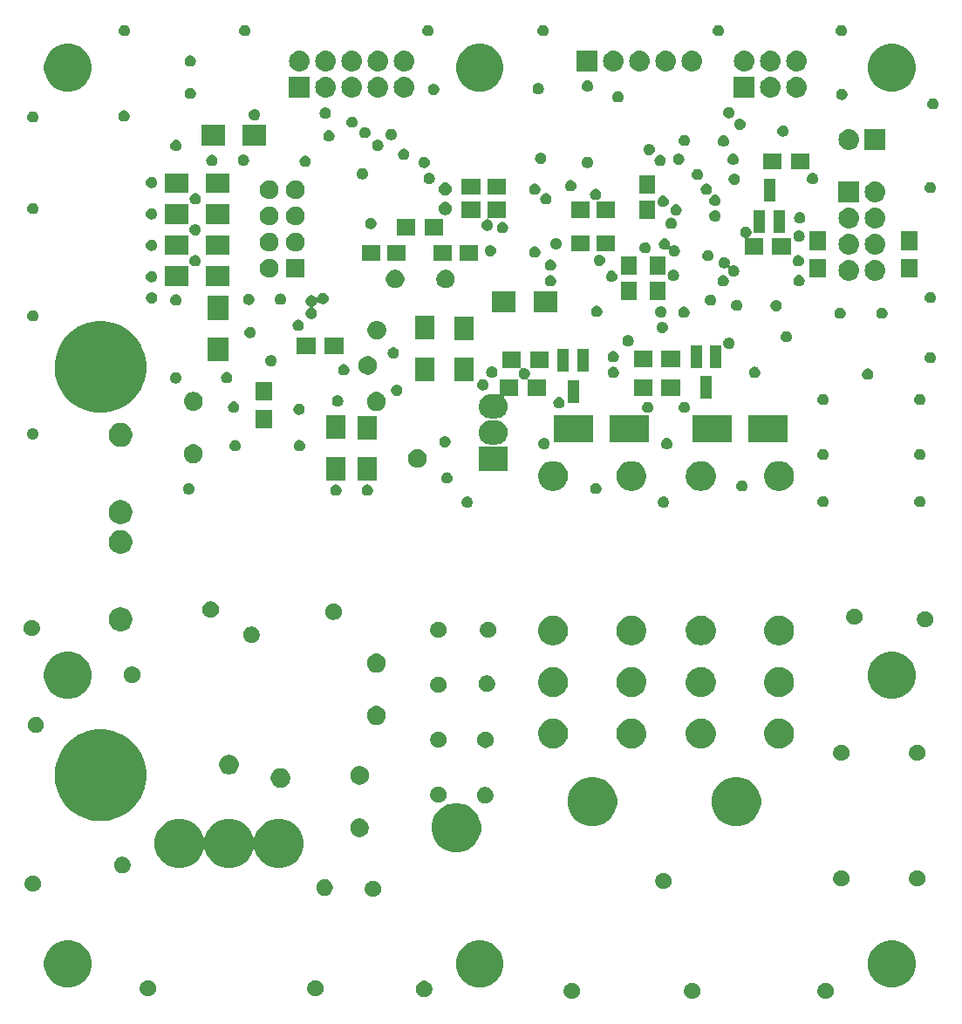
<source format=gbs>
G04 #@! TF.GenerationSoftware,KiCad,Pcbnew,(5.0.0)*
G04 #@! TF.CreationDate,2020-01-02T15:26:18+02:00*
G04 #@! TF.ProjectId,Socket,536F636B65742E6B696361645F706362,1.1*
G04 #@! TF.SameCoordinates,Original*
G04 #@! TF.FileFunction,Soldermask,Bot*
G04 #@! TF.FilePolarity,Negative*
%FSLAX46Y46*%
G04 Gerber Fmt 4.6, Leading zero omitted, Abs format (unit mm)*
G04 Created by KiCad (PCBNEW (5.0.0)) date 01/02/20 15:26:18*
%MOMM*%
%LPD*%
G01*
G04 APERTURE LIST*
%ADD10C,0.100000*%
G04 APERTURE END LIST*
D10*
G36*
X131805351Y-149852743D02*
X131805353Y-149852744D01*
X131805354Y-149852744D01*
X131950942Y-149913049D01*
X132081969Y-150000598D01*
X132193402Y-150112031D01*
X132280951Y-150243058D01*
X132300068Y-150289209D01*
X132341257Y-150388649D01*
X132372000Y-150543207D01*
X132372000Y-150700793D01*
X132348095Y-150820974D01*
X132341256Y-150855354D01*
X132280951Y-151000942D01*
X132193402Y-151131969D01*
X132081969Y-151243402D01*
X131950942Y-151330951D01*
X131805354Y-151391256D01*
X131805353Y-151391256D01*
X131805351Y-151391257D01*
X131650793Y-151422000D01*
X131493207Y-151422000D01*
X131338649Y-151391257D01*
X131338647Y-151391256D01*
X131338646Y-151391256D01*
X131193058Y-151330951D01*
X131062031Y-151243402D01*
X130950598Y-151131969D01*
X130863049Y-151000942D01*
X130802744Y-150855354D01*
X130795906Y-150820974D01*
X130772000Y-150700793D01*
X130772000Y-150543207D01*
X130802743Y-150388649D01*
X130843933Y-150289209D01*
X130863049Y-150243058D01*
X130950598Y-150112031D01*
X131062031Y-150000598D01*
X131193058Y-149913049D01*
X131338646Y-149852744D01*
X131338647Y-149852744D01*
X131338649Y-149852743D01*
X131493207Y-149822000D01*
X131650793Y-149822000D01*
X131805351Y-149852743D01*
X131805351Y-149852743D01*
G37*
G36*
X118851351Y-149852743D02*
X118851353Y-149852744D01*
X118851354Y-149852744D01*
X118996942Y-149913049D01*
X119127969Y-150000598D01*
X119239402Y-150112031D01*
X119326951Y-150243058D01*
X119346068Y-150289209D01*
X119387257Y-150388649D01*
X119418000Y-150543207D01*
X119418000Y-150700793D01*
X119394095Y-150820974D01*
X119387256Y-150855354D01*
X119326951Y-151000942D01*
X119239402Y-151131969D01*
X119127969Y-151243402D01*
X118996942Y-151330951D01*
X118851354Y-151391256D01*
X118851353Y-151391256D01*
X118851351Y-151391257D01*
X118696793Y-151422000D01*
X118539207Y-151422000D01*
X118384649Y-151391257D01*
X118384647Y-151391256D01*
X118384646Y-151391256D01*
X118239058Y-151330951D01*
X118108031Y-151243402D01*
X117996598Y-151131969D01*
X117909049Y-151000942D01*
X117848744Y-150855354D01*
X117841906Y-150820974D01*
X117818000Y-150700793D01*
X117818000Y-150543207D01*
X117848743Y-150388649D01*
X117889933Y-150289209D01*
X117909049Y-150243058D01*
X117996598Y-150112031D01*
X118108031Y-150000598D01*
X118239058Y-149913049D01*
X118384646Y-149852744D01*
X118384647Y-149852744D01*
X118384649Y-149852743D01*
X118539207Y-149822000D01*
X118696793Y-149822000D01*
X118851351Y-149852743D01*
X118851351Y-149852743D01*
G37*
G36*
X107167351Y-149852743D02*
X107167353Y-149852744D01*
X107167354Y-149852744D01*
X107312942Y-149913049D01*
X107443969Y-150000598D01*
X107555402Y-150112031D01*
X107642951Y-150243058D01*
X107662068Y-150289209D01*
X107703257Y-150388649D01*
X107734000Y-150543207D01*
X107734000Y-150700793D01*
X107710095Y-150820974D01*
X107703256Y-150855354D01*
X107642951Y-151000942D01*
X107555402Y-151131969D01*
X107443969Y-151243402D01*
X107312942Y-151330951D01*
X107167354Y-151391256D01*
X107167353Y-151391256D01*
X107167351Y-151391257D01*
X107012793Y-151422000D01*
X106855207Y-151422000D01*
X106700649Y-151391257D01*
X106700647Y-151391256D01*
X106700646Y-151391256D01*
X106555058Y-151330951D01*
X106424031Y-151243402D01*
X106312598Y-151131969D01*
X106225049Y-151000942D01*
X106164744Y-150855354D01*
X106157906Y-150820974D01*
X106134000Y-150700793D01*
X106134000Y-150543207D01*
X106164743Y-150388649D01*
X106205933Y-150289209D01*
X106225049Y-150243058D01*
X106312598Y-150112031D01*
X106424031Y-150000598D01*
X106555058Y-149913049D01*
X106700646Y-149852744D01*
X106700647Y-149852744D01*
X106700649Y-149852743D01*
X106855207Y-149822000D01*
X107012793Y-149822000D01*
X107167351Y-149852743D01*
X107167351Y-149852743D01*
G37*
G36*
X92825347Y-149672775D02*
X92825349Y-149672776D01*
X92825350Y-149672776D01*
X92970938Y-149733081D01*
X93101965Y-149820630D01*
X93213398Y-149932063D01*
X93259191Y-150000598D01*
X93300947Y-150063090D01*
X93361253Y-150208681D01*
X93391996Y-150363239D01*
X93391996Y-150520825D01*
X93375979Y-150601351D01*
X93361252Y-150675386D01*
X93300947Y-150820974D01*
X93213398Y-150952001D01*
X93101965Y-151063434D01*
X92970938Y-151150983D01*
X92825350Y-151211288D01*
X92825349Y-151211288D01*
X92825347Y-151211289D01*
X92670789Y-151242032D01*
X92513203Y-151242032D01*
X92358645Y-151211289D01*
X92358643Y-151211288D01*
X92358642Y-151211288D01*
X92213054Y-151150983D01*
X92082027Y-151063434D01*
X91970594Y-150952001D01*
X91883045Y-150820974D01*
X91822740Y-150675386D01*
X91808014Y-150601351D01*
X91791996Y-150520825D01*
X91791996Y-150363239D01*
X91822739Y-150208681D01*
X91883045Y-150063090D01*
X91924801Y-150000598D01*
X91970594Y-149932063D01*
X92082027Y-149820630D01*
X92213054Y-149733081D01*
X92358642Y-149672776D01*
X92358643Y-149672776D01*
X92358645Y-149672775D01*
X92513203Y-149642032D01*
X92670789Y-149642032D01*
X92825347Y-149672775D01*
X92825347Y-149672775D01*
G37*
G36*
X82275351Y-149598743D02*
X82275353Y-149598744D01*
X82275354Y-149598744D01*
X82420942Y-149659049D01*
X82551969Y-149746598D01*
X82663402Y-149858031D01*
X82750951Y-149989058D01*
X82771321Y-150038234D01*
X82811257Y-150134649D01*
X82842000Y-150289207D01*
X82842000Y-150446793D01*
X82827275Y-150520823D01*
X82811256Y-150601354D01*
X82750951Y-150746942D01*
X82663402Y-150877969D01*
X82551969Y-150989402D01*
X82420942Y-151076951D01*
X82275354Y-151137256D01*
X82275353Y-151137256D01*
X82275351Y-151137257D01*
X82120793Y-151168000D01*
X81963207Y-151168000D01*
X81808649Y-151137257D01*
X81808647Y-151137256D01*
X81808646Y-151137256D01*
X81663058Y-151076951D01*
X81532031Y-150989402D01*
X81420598Y-150877969D01*
X81333049Y-150746942D01*
X81272744Y-150601354D01*
X81256726Y-150520823D01*
X81242000Y-150446793D01*
X81242000Y-150289207D01*
X81272743Y-150134649D01*
X81312680Y-150038234D01*
X81333049Y-149989058D01*
X81420598Y-149858031D01*
X81532031Y-149746598D01*
X81663058Y-149659049D01*
X81808646Y-149598744D01*
X81808647Y-149598744D01*
X81808649Y-149598743D01*
X81963207Y-149568000D01*
X82120793Y-149568000D01*
X82275351Y-149598743D01*
X82275351Y-149598743D01*
G37*
G36*
X66019351Y-149598743D02*
X66019353Y-149598744D01*
X66019354Y-149598744D01*
X66164942Y-149659049D01*
X66295969Y-149746598D01*
X66407402Y-149858031D01*
X66494951Y-149989058D01*
X66515321Y-150038234D01*
X66555257Y-150134649D01*
X66586000Y-150289207D01*
X66586000Y-150446793D01*
X66571275Y-150520823D01*
X66555256Y-150601354D01*
X66494951Y-150746942D01*
X66407402Y-150877969D01*
X66295969Y-150989402D01*
X66164942Y-151076951D01*
X66019354Y-151137256D01*
X66019353Y-151137256D01*
X66019351Y-151137257D01*
X65864793Y-151168000D01*
X65707207Y-151168000D01*
X65552649Y-151137257D01*
X65552647Y-151137256D01*
X65552646Y-151137256D01*
X65407058Y-151076951D01*
X65276031Y-150989402D01*
X65164598Y-150877969D01*
X65077049Y-150746942D01*
X65016744Y-150601354D01*
X65000726Y-150520823D01*
X64986000Y-150446793D01*
X64986000Y-150289207D01*
X65016743Y-150134649D01*
X65056680Y-150038234D01*
X65077049Y-149989058D01*
X65164598Y-149858031D01*
X65276031Y-149746598D01*
X65407058Y-149659049D01*
X65552646Y-149598744D01*
X65552647Y-149598744D01*
X65552649Y-149598743D01*
X65707207Y-149568000D01*
X65864793Y-149568000D01*
X66019351Y-149598743D01*
X66019351Y-149598743D01*
G37*
G36*
X98670885Y-145788387D02*
X98670887Y-145788388D01*
X98670888Y-145788388D01*
X98825507Y-145852433D01*
X99089459Y-145961766D01*
X99466165Y-146213473D01*
X99786527Y-146533835D01*
X100038234Y-146910541D01*
X100211613Y-147329115D01*
X100300000Y-147773470D01*
X100300000Y-148226530D01*
X100211613Y-148670885D01*
X100038234Y-149089459D01*
X99786527Y-149466165D01*
X99466165Y-149786527D01*
X99089459Y-150038234D01*
X98825507Y-150147567D01*
X98670888Y-150211612D01*
X98670887Y-150211612D01*
X98670885Y-150211613D01*
X98226530Y-150300000D01*
X97773470Y-150300000D01*
X97329115Y-150211613D01*
X97329113Y-150211612D01*
X97329112Y-150211612D01*
X97174493Y-150147567D01*
X96910541Y-150038234D01*
X96533835Y-149786527D01*
X96213473Y-149466165D01*
X95961766Y-149089459D01*
X95788387Y-148670885D01*
X95700000Y-148226530D01*
X95700000Y-147773470D01*
X95788387Y-147329115D01*
X95961766Y-146910541D01*
X96213473Y-146533835D01*
X96533835Y-146213473D01*
X96910541Y-145961766D01*
X97174493Y-145852433D01*
X97329112Y-145788388D01*
X97329113Y-145788388D01*
X97329115Y-145788387D01*
X97773470Y-145700000D01*
X98226530Y-145700000D01*
X98670885Y-145788387D01*
X98670885Y-145788387D01*
G37*
G36*
X58670885Y-145788387D02*
X58670887Y-145788388D01*
X58670888Y-145788388D01*
X58825507Y-145852433D01*
X59089459Y-145961766D01*
X59466165Y-146213473D01*
X59786527Y-146533835D01*
X60038234Y-146910541D01*
X60211613Y-147329115D01*
X60300000Y-147773470D01*
X60300000Y-148226530D01*
X60211613Y-148670885D01*
X60038234Y-149089459D01*
X59786527Y-149466165D01*
X59466165Y-149786527D01*
X59089459Y-150038234D01*
X58825507Y-150147567D01*
X58670888Y-150211612D01*
X58670887Y-150211612D01*
X58670885Y-150211613D01*
X58226530Y-150300000D01*
X57773470Y-150300000D01*
X57329115Y-150211613D01*
X57329113Y-150211612D01*
X57329112Y-150211612D01*
X57174493Y-150147567D01*
X56910541Y-150038234D01*
X56533835Y-149786527D01*
X56213473Y-149466165D01*
X55961766Y-149089459D01*
X55788387Y-148670885D01*
X55700000Y-148226530D01*
X55700000Y-147773470D01*
X55788387Y-147329115D01*
X55961766Y-146910541D01*
X56213473Y-146533835D01*
X56533835Y-146213473D01*
X56910541Y-145961766D01*
X57174493Y-145852433D01*
X57329112Y-145788388D01*
X57329113Y-145788388D01*
X57329115Y-145788387D01*
X57773470Y-145700000D01*
X58226530Y-145700000D01*
X58670885Y-145788387D01*
X58670885Y-145788387D01*
G37*
G36*
X138670885Y-145788387D02*
X138670887Y-145788388D01*
X138670888Y-145788388D01*
X138825507Y-145852433D01*
X139089459Y-145961766D01*
X139466165Y-146213473D01*
X139786527Y-146533835D01*
X140038234Y-146910541D01*
X140211613Y-147329115D01*
X140300000Y-147773470D01*
X140300000Y-148226530D01*
X140211613Y-148670885D01*
X140038234Y-149089459D01*
X139786527Y-149466165D01*
X139466165Y-149786527D01*
X139089459Y-150038234D01*
X138825507Y-150147567D01*
X138670888Y-150211612D01*
X138670887Y-150211612D01*
X138670885Y-150211613D01*
X138226530Y-150300000D01*
X137773470Y-150300000D01*
X137329115Y-150211613D01*
X137329113Y-150211612D01*
X137329112Y-150211612D01*
X137174493Y-150147567D01*
X136910541Y-150038234D01*
X136533835Y-149786527D01*
X136213473Y-149466165D01*
X135961766Y-149089459D01*
X135788387Y-148670885D01*
X135700000Y-148226530D01*
X135700000Y-147773470D01*
X135788387Y-147329115D01*
X135961766Y-146910541D01*
X136213473Y-146533835D01*
X136533835Y-146213473D01*
X136910541Y-145961766D01*
X137174493Y-145852433D01*
X137329112Y-145788388D01*
X137329113Y-145788388D01*
X137329115Y-145788387D01*
X137773470Y-145700000D01*
X138226530Y-145700000D01*
X138670885Y-145788387D01*
X138670885Y-145788387D01*
G37*
G36*
X87863351Y-139946743D02*
X87863353Y-139946744D01*
X87863354Y-139946744D01*
X88008942Y-140007049D01*
X88139969Y-140094598D01*
X88251402Y-140206031D01*
X88338951Y-140337058D01*
X88393710Y-140469256D01*
X88399257Y-140482649D01*
X88430000Y-140637207D01*
X88430000Y-140794793D01*
X88405702Y-140916951D01*
X88399256Y-140949354D01*
X88338951Y-141094942D01*
X88251402Y-141225969D01*
X88139969Y-141337402D01*
X88008942Y-141424951D01*
X87863354Y-141485256D01*
X87863353Y-141485256D01*
X87863351Y-141485257D01*
X87708793Y-141516000D01*
X87551207Y-141516000D01*
X87396649Y-141485257D01*
X87396647Y-141485256D01*
X87396646Y-141485256D01*
X87251058Y-141424951D01*
X87120031Y-141337402D01*
X87008598Y-141225969D01*
X86921049Y-141094942D01*
X86860744Y-140949354D01*
X86854299Y-140916951D01*
X86830000Y-140794793D01*
X86830000Y-140637207D01*
X86860743Y-140482649D01*
X86866291Y-140469256D01*
X86921049Y-140337058D01*
X87008598Y-140206031D01*
X87120031Y-140094598D01*
X87251058Y-140007049D01*
X87396646Y-139946744D01*
X87396647Y-139946744D01*
X87396649Y-139946743D01*
X87551207Y-139916000D01*
X87708793Y-139916000D01*
X87863351Y-139946743D01*
X87863351Y-139946743D01*
G37*
G36*
X83164351Y-139819743D02*
X83164353Y-139819744D01*
X83164354Y-139819744D01*
X83309942Y-139880049D01*
X83440969Y-139967598D01*
X83552402Y-140079031D01*
X83639951Y-140210058D01*
X83692557Y-140337058D01*
X83700257Y-140355649D01*
X83731000Y-140510207D01*
X83731000Y-140667793D01*
X83705739Y-140794793D01*
X83700256Y-140822354D01*
X83639951Y-140967942D01*
X83552402Y-141098969D01*
X83440969Y-141210402D01*
X83309942Y-141297951D01*
X83164354Y-141358256D01*
X83164353Y-141358256D01*
X83164351Y-141358257D01*
X83009793Y-141389000D01*
X82852207Y-141389000D01*
X82697649Y-141358257D01*
X82697647Y-141358256D01*
X82697646Y-141358256D01*
X82552058Y-141297951D01*
X82421031Y-141210402D01*
X82309598Y-141098969D01*
X82222049Y-140967942D01*
X82161744Y-140822354D01*
X82156262Y-140794793D01*
X82131000Y-140667793D01*
X82131000Y-140510207D01*
X82161743Y-140355649D01*
X82169444Y-140337058D01*
X82222049Y-140210058D01*
X82309598Y-140079031D01*
X82421031Y-139967598D01*
X82552058Y-139880049D01*
X82697646Y-139819744D01*
X82697647Y-139819744D01*
X82697649Y-139819743D01*
X82852207Y-139789000D01*
X83009793Y-139789000D01*
X83164351Y-139819743D01*
X83164351Y-139819743D01*
G37*
G36*
X54843351Y-139438743D02*
X54843353Y-139438744D01*
X54843354Y-139438744D01*
X54988942Y-139499049D01*
X55119969Y-139586598D01*
X55231402Y-139698031D01*
X55318951Y-139829058D01*
X55376337Y-139967598D01*
X55379257Y-139974649D01*
X55410000Y-140129207D01*
X55410000Y-140286793D01*
X55385702Y-140408951D01*
X55379256Y-140441354D01*
X55318951Y-140586942D01*
X55231402Y-140717969D01*
X55119969Y-140829402D01*
X54988942Y-140916951D01*
X54843354Y-140977256D01*
X54843353Y-140977256D01*
X54843351Y-140977257D01*
X54688793Y-141008000D01*
X54531207Y-141008000D01*
X54376649Y-140977257D01*
X54376647Y-140977256D01*
X54376646Y-140977256D01*
X54231058Y-140916951D01*
X54100031Y-140829402D01*
X53988598Y-140717969D01*
X53901049Y-140586942D01*
X53840744Y-140441354D01*
X53834299Y-140408951D01*
X53810000Y-140286793D01*
X53810000Y-140129207D01*
X53840743Y-139974649D01*
X53843664Y-139967598D01*
X53901049Y-139829058D01*
X53988598Y-139698031D01*
X54100031Y-139586598D01*
X54231058Y-139499049D01*
X54376646Y-139438744D01*
X54376647Y-139438744D01*
X54376649Y-139438743D01*
X54531207Y-139408000D01*
X54688793Y-139408000D01*
X54843351Y-139438743D01*
X54843351Y-139438743D01*
G37*
G36*
X116057351Y-139184743D02*
X116057353Y-139184744D01*
X116057354Y-139184744D01*
X116202942Y-139245049D01*
X116333969Y-139332598D01*
X116445402Y-139444031D01*
X116532951Y-139575058D01*
X116552068Y-139621209D01*
X116593257Y-139720649D01*
X116624000Y-139875207D01*
X116624000Y-140032793D01*
X116614803Y-140079031D01*
X116593256Y-140187354D01*
X116532951Y-140332942D01*
X116445402Y-140463969D01*
X116333969Y-140575402D01*
X116202942Y-140662951D01*
X116057354Y-140723256D01*
X116057353Y-140723256D01*
X116057351Y-140723257D01*
X115902793Y-140754000D01*
X115745207Y-140754000D01*
X115590649Y-140723257D01*
X115590647Y-140723256D01*
X115590646Y-140723256D01*
X115445058Y-140662951D01*
X115314031Y-140575402D01*
X115202598Y-140463969D01*
X115115049Y-140332942D01*
X115054744Y-140187354D01*
X115033198Y-140079031D01*
X115024000Y-140032793D01*
X115024000Y-139875207D01*
X115054743Y-139720649D01*
X115095933Y-139621209D01*
X115115049Y-139575058D01*
X115202598Y-139444031D01*
X115314031Y-139332598D01*
X115445058Y-139245049D01*
X115590646Y-139184744D01*
X115590647Y-139184744D01*
X115590649Y-139184743D01*
X115745207Y-139154000D01*
X115902793Y-139154000D01*
X116057351Y-139184743D01*
X116057351Y-139184743D01*
G37*
G36*
X140695351Y-138930743D02*
X140695353Y-138930744D01*
X140695354Y-138930744D01*
X140840942Y-138991049D01*
X140971969Y-139078598D01*
X141083402Y-139190031D01*
X141170951Y-139321058D01*
X141219699Y-139438744D01*
X141231257Y-139466649D01*
X141262000Y-139621207D01*
X141262000Y-139778793D01*
X141252002Y-139829058D01*
X141231256Y-139933354D01*
X141170951Y-140078942D01*
X141083402Y-140209969D01*
X140971969Y-140321402D01*
X140840942Y-140408951D01*
X140695354Y-140469256D01*
X140695353Y-140469256D01*
X140695351Y-140469257D01*
X140540793Y-140500000D01*
X140383207Y-140500000D01*
X140228649Y-140469257D01*
X140228647Y-140469256D01*
X140228646Y-140469256D01*
X140083058Y-140408951D01*
X139952031Y-140321402D01*
X139840598Y-140209969D01*
X139753049Y-140078942D01*
X139692744Y-139933354D01*
X139671999Y-139829058D01*
X139662000Y-139778793D01*
X139662000Y-139621207D01*
X139692743Y-139466649D01*
X139704302Y-139438744D01*
X139753049Y-139321058D01*
X139840598Y-139190031D01*
X139952031Y-139078598D01*
X140083058Y-138991049D01*
X140228646Y-138930744D01*
X140228647Y-138930744D01*
X140228649Y-138930743D01*
X140383207Y-138900000D01*
X140540793Y-138900000D01*
X140695351Y-138930743D01*
X140695351Y-138930743D01*
G37*
G36*
X133329351Y-138930743D02*
X133329353Y-138930744D01*
X133329354Y-138930744D01*
X133474942Y-138991049D01*
X133605969Y-139078598D01*
X133717402Y-139190031D01*
X133804951Y-139321058D01*
X133853699Y-139438744D01*
X133865257Y-139466649D01*
X133896000Y-139621207D01*
X133896000Y-139778793D01*
X133886002Y-139829058D01*
X133865256Y-139933354D01*
X133804951Y-140078942D01*
X133717402Y-140209969D01*
X133605969Y-140321402D01*
X133474942Y-140408951D01*
X133329354Y-140469256D01*
X133329353Y-140469256D01*
X133329351Y-140469257D01*
X133174793Y-140500000D01*
X133017207Y-140500000D01*
X132862649Y-140469257D01*
X132862647Y-140469256D01*
X132862646Y-140469256D01*
X132717058Y-140408951D01*
X132586031Y-140321402D01*
X132474598Y-140209969D01*
X132387049Y-140078942D01*
X132326744Y-139933354D01*
X132305999Y-139829058D01*
X132296000Y-139778793D01*
X132296000Y-139621207D01*
X132326743Y-139466649D01*
X132338302Y-139438744D01*
X132387049Y-139321058D01*
X132474598Y-139190031D01*
X132586031Y-139078598D01*
X132717058Y-138991049D01*
X132862646Y-138930744D01*
X132862647Y-138930744D01*
X132862649Y-138930743D01*
X133017207Y-138900000D01*
X133174793Y-138900000D01*
X133329351Y-138930743D01*
X133329351Y-138930743D01*
G37*
G36*
X63533351Y-137630743D02*
X63533353Y-137630744D01*
X63533354Y-137630744D01*
X63678942Y-137691049D01*
X63809969Y-137778598D01*
X63921402Y-137890031D01*
X64008951Y-138021058D01*
X64069256Y-138166646D01*
X64100000Y-138321209D01*
X64100000Y-138478791D01*
X64069256Y-138633354D01*
X64008951Y-138778942D01*
X63921402Y-138909969D01*
X63809969Y-139021402D01*
X63678942Y-139108951D01*
X63533354Y-139169256D01*
X63533353Y-139169256D01*
X63533351Y-139169257D01*
X63378793Y-139200000D01*
X63221207Y-139200000D01*
X63066649Y-139169257D01*
X63066647Y-139169256D01*
X63066646Y-139169256D01*
X62921058Y-139108951D01*
X62790031Y-139021402D01*
X62678598Y-138909969D01*
X62591049Y-138778942D01*
X62530744Y-138633354D01*
X62500000Y-138478791D01*
X62500000Y-138321209D01*
X62530744Y-138166646D01*
X62591049Y-138021058D01*
X62678598Y-137890031D01*
X62790031Y-137778598D01*
X62921058Y-137691049D01*
X63066646Y-137630744D01*
X63066647Y-137630744D01*
X63066649Y-137630743D01*
X63221207Y-137600000D01*
X63378793Y-137600000D01*
X63533351Y-137630743D01*
X63533351Y-137630743D01*
G37*
G36*
X69534183Y-134003807D02*
X69534185Y-134003808D01*
X69534186Y-134003808D01*
X69971035Y-134184757D01*
X70364190Y-134447455D01*
X70698545Y-134781810D01*
X70961243Y-135174965D01*
X71088222Y-135481518D01*
X71142193Y-135611817D01*
X71145923Y-135630568D01*
X71151612Y-135649321D01*
X71160853Y-135666610D01*
X71173289Y-135681763D01*
X71188443Y-135694200D01*
X71205731Y-135703441D01*
X71224491Y-135709131D01*
X71244000Y-135711053D01*
X71263509Y-135709132D01*
X71282268Y-135703441D01*
X71299557Y-135694200D01*
X71314710Y-135681764D01*
X71327147Y-135666610D01*
X71336388Y-135649322D01*
X71342077Y-135630568D01*
X71345807Y-135611817D01*
X71399779Y-135481518D01*
X71526757Y-135174965D01*
X71789455Y-134781810D01*
X72123810Y-134447455D01*
X72516965Y-134184757D01*
X72953814Y-134003808D01*
X72953815Y-134003808D01*
X72953817Y-134003807D01*
X73417577Y-133911560D01*
X73890423Y-133911560D01*
X74354183Y-134003807D01*
X74354185Y-134003808D01*
X74354186Y-134003808D01*
X74791035Y-134184757D01*
X75184190Y-134447455D01*
X75518545Y-134781810D01*
X75781243Y-135174965D01*
X75908222Y-135481518D01*
X75962193Y-135611817D01*
X75971923Y-135660731D01*
X75977612Y-135679485D01*
X75986853Y-135696774D01*
X75999289Y-135711928D01*
X76014443Y-135724364D01*
X76031732Y-135733605D01*
X76050491Y-135739295D01*
X76070000Y-135741217D01*
X76089509Y-135739296D01*
X76108268Y-135733605D01*
X76125557Y-135724364D01*
X76140711Y-135711928D01*
X76153147Y-135696774D01*
X76162388Y-135679485D01*
X76168077Y-135660731D01*
X76177807Y-135611817D01*
X76231779Y-135481518D01*
X76358757Y-135174965D01*
X76621455Y-134781810D01*
X76955810Y-134447455D01*
X77348965Y-134184757D01*
X77785814Y-134003808D01*
X77785815Y-134003808D01*
X77785817Y-134003807D01*
X78249577Y-133911560D01*
X78722423Y-133911560D01*
X79186183Y-134003807D01*
X79186185Y-134003808D01*
X79186186Y-134003808D01*
X79623035Y-134184757D01*
X80016190Y-134447455D01*
X80350545Y-134781810D01*
X80613243Y-135174965D01*
X80740222Y-135481518D01*
X80794193Y-135611817D01*
X80886440Y-136075577D01*
X80886440Y-136548423D01*
X80797922Y-136993438D01*
X80794192Y-137012186D01*
X80613243Y-137449035D01*
X80350545Y-137842190D01*
X80016190Y-138176545D01*
X79623035Y-138439243D01*
X79186186Y-138620192D01*
X79186185Y-138620192D01*
X79186183Y-138620193D01*
X78722423Y-138712440D01*
X78249577Y-138712440D01*
X77785817Y-138620193D01*
X77785815Y-138620192D01*
X77785814Y-138620192D01*
X77348965Y-138439243D01*
X76955810Y-138176545D01*
X76621455Y-137842190D01*
X76358757Y-137449035D01*
X76177808Y-137012186D01*
X76177807Y-137012183D01*
X76168077Y-136963269D01*
X76162388Y-136944515D01*
X76153147Y-136927226D01*
X76140711Y-136912072D01*
X76125557Y-136899636D01*
X76108268Y-136890395D01*
X76089509Y-136884705D01*
X76070000Y-136882783D01*
X76050491Y-136884704D01*
X76031732Y-136890395D01*
X76014443Y-136899636D01*
X75999289Y-136912072D01*
X75986853Y-136927226D01*
X75977612Y-136944515D01*
X75971923Y-136963269D01*
X75962193Y-137012183D01*
X75962192Y-137012186D01*
X75781243Y-137449035D01*
X75518545Y-137842190D01*
X75184190Y-138176545D01*
X74791035Y-138439243D01*
X74354186Y-138620192D01*
X74354185Y-138620192D01*
X74354183Y-138620193D01*
X73890423Y-138712440D01*
X73417577Y-138712440D01*
X72953817Y-138620193D01*
X72953815Y-138620192D01*
X72953814Y-138620192D01*
X72516965Y-138439243D01*
X72123810Y-138176545D01*
X71789455Y-137842190D01*
X71526757Y-137449035D01*
X71345808Y-137012186D01*
X71345807Y-137012183D01*
X71342077Y-136993432D01*
X71336388Y-136974679D01*
X71327147Y-136957390D01*
X71314711Y-136942237D01*
X71299557Y-136929800D01*
X71282269Y-136920559D01*
X71263509Y-136914869D01*
X71244000Y-136912947D01*
X71224491Y-136914868D01*
X71205732Y-136920559D01*
X71188443Y-136929800D01*
X71173290Y-136942236D01*
X71160853Y-136957390D01*
X71151612Y-136974678D01*
X71145923Y-136993432D01*
X71142193Y-137012183D01*
X71142192Y-137012186D01*
X70961243Y-137449035D01*
X70698545Y-137842190D01*
X70364190Y-138176545D01*
X69971035Y-138439243D01*
X69534186Y-138620192D01*
X69534185Y-138620192D01*
X69534183Y-138620193D01*
X69070423Y-138712440D01*
X68597577Y-138712440D01*
X68133817Y-138620193D01*
X68133815Y-138620192D01*
X68133814Y-138620192D01*
X67696965Y-138439243D01*
X67303810Y-138176545D01*
X66969455Y-137842190D01*
X66706757Y-137449035D01*
X66525808Y-137012186D01*
X66522079Y-136993438D01*
X66433560Y-136548423D01*
X66433560Y-136075577D01*
X66525807Y-135611817D01*
X66579779Y-135481518D01*
X66706757Y-135174965D01*
X66969455Y-134781810D01*
X67303810Y-134447455D01*
X67696965Y-134184757D01*
X68133814Y-134003808D01*
X68133815Y-134003808D01*
X68133817Y-134003807D01*
X68597577Y-133911560D01*
X69070423Y-133911560D01*
X69534183Y-134003807D01*
X69534183Y-134003807D01*
G37*
G36*
X96420183Y-132473807D02*
X96420185Y-132473808D01*
X96420186Y-132473808D01*
X96576868Y-132538708D01*
X96857035Y-132654757D01*
X97250191Y-132917456D01*
X97584544Y-133251809D01*
X97847243Y-133644965D01*
X98028193Y-134081817D01*
X98120440Y-134545577D01*
X98120440Y-135018423D01*
X98053277Y-135356078D01*
X98028192Y-135482186D01*
X97847243Y-135919035D01*
X97584545Y-136312190D01*
X97250190Y-136646545D01*
X96857035Y-136909243D01*
X96420186Y-137090192D01*
X96420185Y-137090192D01*
X96420183Y-137090193D01*
X95956423Y-137182440D01*
X95483577Y-137182440D01*
X95019817Y-137090193D01*
X95019815Y-137090192D01*
X95019814Y-137090192D01*
X94582965Y-136909243D01*
X94189810Y-136646545D01*
X93855455Y-136312190D01*
X93592757Y-135919035D01*
X93411808Y-135482186D01*
X93386724Y-135356078D01*
X93319560Y-135018423D01*
X93319560Y-134545577D01*
X93411807Y-134081817D01*
X93592757Y-133644965D01*
X93855456Y-133251809D01*
X94189809Y-132917456D01*
X94582965Y-132654757D01*
X94863132Y-132538708D01*
X95019814Y-132473808D01*
X95019815Y-132473808D01*
X95019817Y-132473807D01*
X95483577Y-132381560D01*
X95956423Y-132381560D01*
X96420183Y-132473807D01*
X96420183Y-132473807D01*
G37*
G36*
X86584684Y-133916038D02*
X86584687Y-133916039D01*
X86584686Y-133916039D01*
X86748580Y-133983926D01*
X86896080Y-134082482D01*
X87021518Y-134207920D01*
X87120074Y-134355420D01*
X87158196Y-134447455D01*
X87187962Y-134519316D01*
X87222570Y-134693299D01*
X87222570Y-134870701D01*
X87187962Y-135044684D01*
X87187961Y-135044686D01*
X87120074Y-135208580D01*
X87021518Y-135356080D01*
X86896080Y-135481518D01*
X86748580Y-135580074D01*
X86671945Y-135611817D01*
X86584684Y-135647962D01*
X86410701Y-135682570D01*
X86233299Y-135682570D01*
X86059316Y-135647962D01*
X85972055Y-135611817D01*
X85895420Y-135580074D01*
X85747920Y-135481518D01*
X85622482Y-135356080D01*
X85523926Y-135208580D01*
X85456039Y-135044686D01*
X85456038Y-135044684D01*
X85421430Y-134870701D01*
X85421430Y-134693299D01*
X85456038Y-134519316D01*
X85485804Y-134447455D01*
X85523926Y-134355420D01*
X85622482Y-134207920D01*
X85747920Y-134082482D01*
X85895420Y-133983926D01*
X86059314Y-133916039D01*
X86059313Y-133916039D01*
X86059316Y-133916038D01*
X86233299Y-133881430D01*
X86410701Y-133881430D01*
X86584684Y-133916038D01*
X86584684Y-133916038D01*
G37*
G36*
X109628183Y-129933807D02*
X109628185Y-129933808D01*
X109628186Y-129933808D01*
X110065035Y-130114757D01*
X110458190Y-130377455D01*
X110792545Y-130711810D01*
X110897905Y-130869492D01*
X111055243Y-131104965D01*
X111236193Y-131541817D01*
X111328440Y-132005577D01*
X111328440Y-132478423D01*
X111241112Y-132917455D01*
X111236192Y-132942186D01*
X111055243Y-133379035D01*
X110792545Y-133772190D01*
X110458190Y-134106545D01*
X110065035Y-134369243D01*
X109628186Y-134550192D01*
X109628185Y-134550192D01*
X109628183Y-134550193D01*
X109164423Y-134642440D01*
X108691577Y-134642440D01*
X108227817Y-134550193D01*
X108227815Y-134550192D01*
X108227814Y-134550192D01*
X107790965Y-134369243D01*
X107397810Y-134106545D01*
X107063455Y-133772190D01*
X106800757Y-133379035D01*
X106619808Y-132942186D01*
X106614889Y-132917455D01*
X106527560Y-132478423D01*
X106527560Y-132005577D01*
X106619807Y-131541817D01*
X106800757Y-131104965D01*
X106958095Y-130869492D01*
X107063455Y-130711810D01*
X107397810Y-130377455D01*
X107790965Y-130114757D01*
X108227814Y-129933808D01*
X108227815Y-129933808D01*
X108227817Y-129933807D01*
X108691577Y-129841560D01*
X109164423Y-129841560D01*
X109628183Y-129933807D01*
X109628183Y-129933807D01*
G37*
G36*
X123598183Y-129933807D02*
X123598185Y-129933808D01*
X123598186Y-129933808D01*
X124035035Y-130114757D01*
X124428190Y-130377455D01*
X124762545Y-130711810D01*
X124867905Y-130869492D01*
X125025243Y-131104965D01*
X125206193Y-131541817D01*
X125298440Y-132005577D01*
X125298440Y-132478423D01*
X125211112Y-132917455D01*
X125206192Y-132942186D01*
X125025243Y-133379035D01*
X124762545Y-133772190D01*
X124428190Y-134106545D01*
X124035035Y-134369243D01*
X123598186Y-134550192D01*
X123598185Y-134550192D01*
X123598183Y-134550193D01*
X123134423Y-134642440D01*
X122661577Y-134642440D01*
X122197817Y-134550193D01*
X122197815Y-134550192D01*
X122197814Y-134550192D01*
X121760965Y-134369243D01*
X121367810Y-134106545D01*
X121033455Y-133772190D01*
X120770757Y-133379035D01*
X120589808Y-132942186D01*
X120584889Y-132917455D01*
X120497560Y-132478423D01*
X120497560Y-132005577D01*
X120589807Y-131541817D01*
X120770757Y-131104965D01*
X120928095Y-130869492D01*
X121033455Y-130711810D01*
X121367810Y-130377455D01*
X121760965Y-130114757D01*
X122197814Y-129933808D01*
X122197815Y-129933808D01*
X122197817Y-129933807D01*
X122661577Y-129841560D01*
X123134423Y-129841560D01*
X123598183Y-129933807D01*
X123598183Y-129933807D01*
G37*
G36*
X61958179Y-125320404D02*
X62474020Y-125423011D01*
X62961223Y-125624818D01*
X63283866Y-125758461D01*
X64012710Y-126245459D01*
X64632541Y-126865290D01*
X65119539Y-127594134D01*
X65119539Y-127594135D01*
X65454989Y-128403980D01*
X65486507Y-128562433D01*
X65626000Y-129263713D01*
X65626000Y-130140287D01*
X65573147Y-130405995D01*
X65454989Y-131000020D01*
X65203401Y-131607404D01*
X65119539Y-131809866D01*
X64632541Y-132538710D01*
X64012710Y-133158541D01*
X63283866Y-133645539D01*
X63081404Y-133729401D01*
X62474020Y-133980989D01*
X61963777Y-134082482D01*
X61614287Y-134152000D01*
X60737713Y-134152000D01*
X60388223Y-134082482D01*
X59877980Y-133980989D01*
X59270596Y-133729401D01*
X59068134Y-133645539D01*
X58339290Y-133158541D01*
X57719459Y-132538710D01*
X57232461Y-131809866D01*
X57148598Y-131607404D01*
X56897011Y-131000020D01*
X56778853Y-130405995D01*
X56726000Y-130140287D01*
X56726000Y-129263713D01*
X56865493Y-128562433D01*
X56897011Y-128403980D01*
X57232461Y-127594135D01*
X57232461Y-127594134D01*
X57719459Y-126865290D01*
X58339290Y-126245459D01*
X59068134Y-125758461D01*
X59390777Y-125624818D01*
X59877980Y-125423011D01*
X60393821Y-125320404D01*
X60737713Y-125252000D01*
X61614287Y-125252000D01*
X61958179Y-125320404D01*
X61958179Y-125320404D01*
G37*
G36*
X98754586Y-130865095D02*
X98754588Y-130865096D01*
X98754589Y-130865096D01*
X98900177Y-130925401D01*
X99011853Y-131000020D01*
X99031205Y-131012951D01*
X99142636Y-131124382D01*
X99230186Y-131255410D01*
X99290492Y-131401001D01*
X99321235Y-131555559D01*
X99321235Y-131713145D01*
X99301997Y-131809865D01*
X99290491Y-131867706D01*
X99230186Y-132013294D01*
X99142637Y-132144321D01*
X99031204Y-132255754D01*
X98900177Y-132343303D01*
X98754589Y-132403608D01*
X98754588Y-132403608D01*
X98754586Y-132403609D01*
X98600028Y-132434352D01*
X98442442Y-132434352D01*
X98287884Y-132403609D01*
X98287882Y-132403608D01*
X98287881Y-132403608D01*
X98142293Y-132343303D01*
X98011266Y-132255754D01*
X97899833Y-132144321D01*
X97812284Y-132013294D01*
X97751979Y-131867706D01*
X97740474Y-131809865D01*
X97721235Y-131713145D01*
X97721235Y-131555559D01*
X97751978Y-131401001D01*
X97812284Y-131255410D01*
X97899834Y-131124382D01*
X98011265Y-131012951D01*
X98030618Y-131000020D01*
X98142293Y-130925401D01*
X98287881Y-130865096D01*
X98287882Y-130865096D01*
X98287884Y-130865095D01*
X98442442Y-130834352D01*
X98600028Y-130834352D01*
X98754586Y-130865095D01*
X98754586Y-130865095D01*
G37*
G36*
X94213351Y-130802743D02*
X94213353Y-130802744D01*
X94213354Y-130802744D01*
X94358942Y-130863049D01*
X94452259Y-130925401D01*
X94489970Y-130950599D01*
X94601401Y-131062030D01*
X94688951Y-131193058D01*
X94749257Y-131338649D01*
X94780000Y-131493207D01*
X94780000Y-131650793D01*
X94767598Y-131713145D01*
X94749256Y-131805354D01*
X94688951Y-131950942D01*
X94601402Y-132081969D01*
X94489969Y-132193402D01*
X94358942Y-132280951D01*
X94213354Y-132341256D01*
X94213353Y-132341256D01*
X94213351Y-132341257D01*
X94058793Y-132372000D01*
X93901207Y-132372000D01*
X93746649Y-132341257D01*
X93746647Y-132341256D01*
X93746646Y-132341256D01*
X93601058Y-132280951D01*
X93470031Y-132193402D01*
X93358598Y-132081969D01*
X93271049Y-131950942D01*
X93210744Y-131805354D01*
X93192403Y-131713145D01*
X93180000Y-131650793D01*
X93180000Y-131493207D01*
X93210743Y-131338649D01*
X93271049Y-131193058D01*
X93358599Y-131062030D01*
X93470030Y-130950599D01*
X93507742Y-130925401D01*
X93601058Y-130863049D01*
X93746646Y-130802744D01*
X93746647Y-130802744D01*
X93746649Y-130802743D01*
X93901207Y-130772000D01*
X94058793Y-130772000D01*
X94213351Y-130802743D01*
X94213351Y-130802743D01*
G37*
G36*
X78869926Y-129030339D02*
X78931106Y-129042508D01*
X79002719Y-129072172D01*
X79103994Y-129114121D01*
X79155859Y-129148776D01*
X79259588Y-129218085D01*
X79391915Y-129350412D01*
X79451317Y-129439314D01*
X79495879Y-129506006D01*
X79522176Y-129569492D01*
X79540323Y-129613302D01*
X79567492Y-129678895D01*
X79604000Y-129862433D01*
X79604000Y-130049567D01*
X79567492Y-130233105D01*
X79495879Y-130405994D01*
X79495878Y-130405995D01*
X79391915Y-130561588D01*
X79259588Y-130693915D01*
X79155859Y-130763224D01*
X79103994Y-130797879D01*
X79015940Y-130834352D01*
X78931106Y-130869492D01*
X78869926Y-130881661D01*
X78747567Y-130906000D01*
X78560433Y-130906000D01*
X78438074Y-130881661D01*
X78376894Y-130869492D01*
X78292060Y-130834352D01*
X78204006Y-130797879D01*
X78152141Y-130763224D01*
X78048412Y-130693915D01*
X77916085Y-130561588D01*
X77812122Y-130405995D01*
X77812121Y-130405994D01*
X77740508Y-130233105D01*
X77704000Y-130049567D01*
X77704000Y-129862433D01*
X77740508Y-129678895D01*
X77767678Y-129613302D01*
X77785824Y-129569492D01*
X77812121Y-129506006D01*
X77856683Y-129439314D01*
X77916085Y-129350412D01*
X78048412Y-129218085D01*
X78152141Y-129148776D01*
X78204006Y-129114121D01*
X78305281Y-129072172D01*
X78376894Y-129042508D01*
X78438074Y-129030339D01*
X78560433Y-129006000D01*
X78747567Y-129006000D01*
X78869926Y-129030339D01*
X78869926Y-129030339D01*
G37*
G36*
X86594844Y-128836038D02*
X86594847Y-128836039D01*
X86594846Y-128836039D01*
X86758740Y-128903926D01*
X86906240Y-129002482D01*
X87031678Y-129127920D01*
X87130234Y-129275420D01*
X87130234Y-129275421D01*
X87198122Y-129439316D01*
X87232730Y-129613299D01*
X87232730Y-129790701D01*
X87198122Y-129964684D01*
X87198121Y-129964686D01*
X87130234Y-130128580D01*
X87031678Y-130276080D01*
X86906240Y-130401518D01*
X86758740Y-130500074D01*
X86642848Y-130548078D01*
X86594844Y-130567962D01*
X86420861Y-130602570D01*
X86243459Y-130602570D01*
X86069476Y-130567962D01*
X86021472Y-130548078D01*
X85905580Y-130500074D01*
X85758080Y-130401518D01*
X85632642Y-130276080D01*
X85534086Y-130128580D01*
X85466199Y-129964686D01*
X85466198Y-129964684D01*
X85431590Y-129790701D01*
X85431590Y-129613299D01*
X85466198Y-129439316D01*
X85534086Y-129275421D01*
X85534086Y-129275420D01*
X85632642Y-129127920D01*
X85758080Y-129002482D01*
X85905580Y-128903926D01*
X86069474Y-128836039D01*
X86069473Y-128836039D01*
X86069476Y-128836038D01*
X86243459Y-128801430D01*
X86420861Y-128801430D01*
X86594844Y-128836038D01*
X86594844Y-128836038D01*
G37*
G36*
X73869926Y-127730339D02*
X73931106Y-127742508D01*
X74002719Y-127772172D01*
X74103994Y-127814121D01*
X74103995Y-127814122D01*
X74259588Y-127918085D01*
X74391915Y-128050412D01*
X74444693Y-128129401D01*
X74495879Y-128206006D01*
X74567492Y-128378895D01*
X74604000Y-128562433D01*
X74604000Y-128749567D01*
X74567492Y-128933105D01*
X74495879Y-129105994D01*
X74481227Y-129127922D01*
X74391915Y-129261588D01*
X74259588Y-129393915D01*
X74191643Y-129439314D01*
X74103994Y-129497879D01*
X74002719Y-129539828D01*
X73931106Y-129569492D01*
X73869926Y-129581661D01*
X73747567Y-129606000D01*
X73560433Y-129606000D01*
X73438074Y-129581661D01*
X73376894Y-129569492D01*
X73305281Y-129539828D01*
X73204006Y-129497879D01*
X73116357Y-129439314D01*
X73048412Y-129393915D01*
X72916085Y-129261588D01*
X72826773Y-129127922D01*
X72812121Y-129105994D01*
X72740508Y-128933105D01*
X72704000Y-128749567D01*
X72704000Y-128562433D01*
X72740508Y-128378895D01*
X72812121Y-128206006D01*
X72863307Y-128129401D01*
X72916085Y-128050412D01*
X73048412Y-127918085D01*
X73204005Y-127814122D01*
X73204006Y-127814121D01*
X73305281Y-127772172D01*
X73376894Y-127742508D01*
X73438074Y-127730339D01*
X73560433Y-127706000D01*
X73747567Y-127706000D01*
X73869926Y-127730339D01*
X73869926Y-127730339D01*
G37*
G36*
X133329351Y-126738743D02*
X133329353Y-126738744D01*
X133329354Y-126738744D01*
X133474942Y-126799049D01*
X133605969Y-126886598D01*
X133717402Y-126998031D01*
X133729058Y-127015476D01*
X133804951Y-127129058D01*
X133865257Y-127274649D01*
X133896000Y-127429207D01*
X133896000Y-127586793D01*
X133872289Y-127706000D01*
X133865256Y-127741354D01*
X133804951Y-127886942D01*
X133717402Y-128017969D01*
X133605969Y-128129402D01*
X133474942Y-128216951D01*
X133329354Y-128277256D01*
X133329353Y-128277256D01*
X133329351Y-128277257D01*
X133174793Y-128308000D01*
X133017207Y-128308000D01*
X132862649Y-128277257D01*
X132862647Y-128277256D01*
X132862646Y-128277256D01*
X132717058Y-128216951D01*
X132586031Y-128129402D01*
X132474598Y-128017969D01*
X132387049Y-127886942D01*
X132326744Y-127741354D01*
X132319712Y-127706000D01*
X132296000Y-127586793D01*
X132296000Y-127429207D01*
X132326743Y-127274649D01*
X132387049Y-127129058D01*
X132462942Y-127015476D01*
X132474598Y-126998031D01*
X132586031Y-126886598D01*
X132717058Y-126799049D01*
X132862646Y-126738744D01*
X132862647Y-126738744D01*
X132862649Y-126738743D01*
X133017207Y-126708000D01*
X133174793Y-126708000D01*
X133329351Y-126738743D01*
X133329351Y-126738743D01*
G37*
G36*
X140695351Y-126738743D02*
X140695353Y-126738744D01*
X140695354Y-126738744D01*
X140840942Y-126799049D01*
X140971969Y-126886598D01*
X141083402Y-126998031D01*
X141095058Y-127015476D01*
X141170951Y-127129058D01*
X141231257Y-127274649D01*
X141262000Y-127429207D01*
X141262000Y-127586793D01*
X141238289Y-127706000D01*
X141231256Y-127741354D01*
X141170951Y-127886942D01*
X141083402Y-128017969D01*
X140971969Y-128129402D01*
X140840942Y-128216951D01*
X140695354Y-128277256D01*
X140695353Y-128277256D01*
X140695351Y-128277257D01*
X140540793Y-128308000D01*
X140383207Y-128308000D01*
X140228649Y-128277257D01*
X140228647Y-128277256D01*
X140228646Y-128277256D01*
X140083058Y-128216951D01*
X139952031Y-128129402D01*
X139840598Y-128017969D01*
X139753049Y-127886942D01*
X139692744Y-127741354D01*
X139685712Y-127706000D01*
X139662000Y-127586793D01*
X139662000Y-127429207D01*
X139692743Y-127274649D01*
X139753049Y-127129058D01*
X139828942Y-127015476D01*
X139840598Y-126998031D01*
X139952031Y-126886598D01*
X140083058Y-126799049D01*
X140228646Y-126738744D01*
X140228647Y-126738744D01*
X140228649Y-126738743D01*
X140383207Y-126708000D01*
X140540793Y-126708000D01*
X140695351Y-126738743D01*
X140695351Y-126738743D01*
G37*
G36*
X113047570Y-124225149D02*
X113140950Y-124243723D01*
X113218239Y-124275738D01*
X113404833Y-124353027D01*
X113566973Y-124461365D01*
X113642320Y-124511710D01*
X113844290Y-124713680D01*
X113873203Y-124756952D01*
X114002973Y-124951167D01*
X114112277Y-125215051D01*
X114164375Y-125476962D01*
X114168000Y-125495189D01*
X114168000Y-125780811D01*
X114123477Y-126004646D01*
X114112277Y-126060949D01*
X114002973Y-126324833D01*
X113844289Y-126562321D01*
X113642321Y-126764289D01*
X113404833Y-126922973D01*
X113223629Y-126998030D01*
X113140950Y-127032277D01*
X113047570Y-127050851D01*
X112860813Y-127088000D01*
X112575187Y-127088000D01*
X112388430Y-127050851D01*
X112295050Y-127032277D01*
X112212371Y-126998030D01*
X112031167Y-126922973D01*
X111793679Y-126764289D01*
X111591711Y-126562321D01*
X111433027Y-126324833D01*
X111323723Y-126060949D01*
X111312524Y-126004646D01*
X111268000Y-125780811D01*
X111268000Y-125495189D01*
X111271626Y-125476962D01*
X111323723Y-125215051D01*
X111433027Y-124951167D01*
X111562797Y-124756952D01*
X111591710Y-124713680D01*
X111793680Y-124511710D01*
X111869027Y-124461365D01*
X112031167Y-124353027D01*
X112217761Y-124275738D01*
X112295050Y-124243723D01*
X112388430Y-124225149D01*
X112575187Y-124188000D01*
X112860813Y-124188000D01*
X113047570Y-124225149D01*
X113047570Y-124225149D01*
G37*
G36*
X127391570Y-124225149D02*
X127484950Y-124243723D01*
X127562239Y-124275738D01*
X127748833Y-124353027D01*
X127910973Y-124461365D01*
X127986320Y-124511710D01*
X128188290Y-124713680D01*
X128217203Y-124756952D01*
X128346973Y-124951167D01*
X128456277Y-125215051D01*
X128508375Y-125476962D01*
X128512000Y-125495189D01*
X128512000Y-125780811D01*
X128467477Y-126004646D01*
X128456277Y-126060949D01*
X128346973Y-126324833D01*
X128188289Y-126562321D01*
X127986321Y-126764289D01*
X127748833Y-126922973D01*
X127567629Y-126998030D01*
X127484950Y-127032277D01*
X127391570Y-127050851D01*
X127204813Y-127088000D01*
X126919187Y-127088000D01*
X126732430Y-127050851D01*
X126639050Y-127032277D01*
X126556371Y-126998030D01*
X126375167Y-126922973D01*
X126137679Y-126764289D01*
X125935711Y-126562321D01*
X125777027Y-126324833D01*
X125667723Y-126060949D01*
X125656524Y-126004646D01*
X125612000Y-125780811D01*
X125612000Y-125495189D01*
X125615626Y-125476962D01*
X125667723Y-125215051D01*
X125777027Y-124951167D01*
X125906797Y-124756952D01*
X125935710Y-124713680D01*
X126137680Y-124511710D01*
X126213027Y-124461365D01*
X126375167Y-124353027D01*
X126561761Y-124275738D01*
X126639050Y-124243723D01*
X126732430Y-124225149D01*
X126919187Y-124188000D01*
X127204813Y-124188000D01*
X127391570Y-124225149D01*
X127391570Y-124225149D01*
G37*
G36*
X105447570Y-124225149D02*
X105540950Y-124243723D01*
X105618239Y-124275738D01*
X105804833Y-124353027D01*
X105966973Y-124461365D01*
X106042320Y-124511710D01*
X106244290Y-124713680D01*
X106273203Y-124756952D01*
X106402973Y-124951167D01*
X106512277Y-125215051D01*
X106564375Y-125476962D01*
X106568000Y-125495189D01*
X106568000Y-125780811D01*
X106523477Y-126004646D01*
X106512277Y-126060949D01*
X106402973Y-126324833D01*
X106244289Y-126562321D01*
X106042321Y-126764289D01*
X105804833Y-126922973D01*
X105623629Y-126998030D01*
X105540950Y-127032277D01*
X105447570Y-127050851D01*
X105260813Y-127088000D01*
X104975187Y-127088000D01*
X104788430Y-127050851D01*
X104695050Y-127032277D01*
X104612371Y-126998030D01*
X104431167Y-126922973D01*
X104193679Y-126764289D01*
X103991711Y-126562321D01*
X103833027Y-126324833D01*
X103723723Y-126060949D01*
X103712524Y-126004646D01*
X103668000Y-125780811D01*
X103668000Y-125495189D01*
X103671626Y-125476962D01*
X103723723Y-125215051D01*
X103833027Y-124951167D01*
X103962797Y-124756952D01*
X103991710Y-124713680D01*
X104193680Y-124511710D01*
X104269027Y-124461365D01*
X104431167Y-124353027D01*
X104617761Y-124275738D01*
X104695050Y-124243723D01*
X104788430Y-124225149D01*
X104975187Y-124188000D01*
X105260813Y-124188000D01*
X105447570Y-124225149D01*
X105447570Y-124225149D01*
G37*
G36*
X119791570Y-124225149D02*
X119884950Y-124243723D01*
X119962239Y-124275738D01*
X120148833Y-124353027D01*
X120310973Y-124461365D01*
X120386320Y-124511710D01*
X120588290Y-124713680D01*
X120617203Y-124756952D01*
X120746973Y-124951167D01*
X120856277Y-125215051D01*
X120908375Y-125476962D01*
X120912000Y-125495189D01*
X120912000Y-125780811D01*
X120867477Y-126004646D01*
X120856277Y-126060949D01*
X120746973Y-126324833D01*
X120588289Y-126562321D01*
X120386321Y-126764289D01*
X120148833Y-126922973D01*
X119967629Y-126998030D01*
X119884950Y-127032277D01*
X119791570Y-127050851D01*
X119604813Y-127088000D01*
X119319187Y-127088000D01*
X119132430Y-127050851D01*
X119039050Y-127032277D01*
X118956371Y-126998030D01*
X118775167Y-126922973D01*
X118537679Y-126764289D01*
X118335711Y-126562321D01*
X118177027Y-126324833D01*
X118067723Y-126060949D01*
X118056524Y-126004646D01*
X118012000Y-125780811D01*
X118012000Y-125495189D01*
X118015626Y-125476962D01*
X118067723Y-125215051D01*
X118177027Y-124951167D01*
X118306797Y-124756952D01*
X118335710Y-124713680D01*
X118537680Y-124511710D01*
X118613027Y-124461365D01*
X118775167Y-124353027D01*
X118961761Y-124275738D01*
X119039050Y-124243723D01*
X119132430Y-124225149D01*
X119319187Y-124188000D01*
X119604813Y-124188000D01*
X119791570Y-124225149D01*
X119791570Y-124225149D01*
G37*
G36*
X98781393Y-125476962D02*
X98781395Y-125476963D01*
X98781396Y-125476963D01*
X98926984Y-125537268D01*
X99058011Y-125624817D01*
X99169444Y-125736250D01*
X99256993Y-125867277D01*
X99313894Y-126004646D01*
X99317299Y-126012868D01*
X99348042Y-126167426D01*
X99348042Y-126325012D01*
X99318934Y-126471351D01*
X99317298Y-126479573D01*
X99256993Y-126625161D01*
X99169444Y-126756188D01*
X99058011Y-126867621D01*
X98926984Y-126955170D01*
X98781396Y-127015475D01*
X98781395Y-127015475D01*
X98781393Y-127015476D01*
X98626835Y-127046219D01*
X98469249Y-127046219D01*
X98314691Y-127015476D01*
X98314689Y-127015475D01*
X98314688Y-127015475D01*
X98169100Y-126955170D01*
X98038073Y-126867621D01*
X97926640Y-126756188D01*
X97839091Y-126625161D01*
X97778786Y-126479573D01*
X97777151Y-126471351D01*
X97748042Y-126325012D01*
X97748042Y-126167426D01*
X97778785Y-126012868D01*
X97782191Y-126004646D01*
X97839091Y-125867277D01*
X97926640Y-125736250D01*
X98038073Y-125624817D01*
X98169100Y-125537268D01*
X98314688Y-125476963D01*
X98314689Y-125476963D01*
X98314691Y-125476962D01*
X98469249Y-125446219D01*
X98626835Y-125446219D01*
X98781393Y-125476962D01*
X98781393Y-125476962D01*
G37*
G36*
X94213351Y-125468743D02*
X94213353Y-125468744D01*
X94213354Y-125468744D01*
X94358942Y-125529049D01*
X94489969Y-125616598D01*
X94601402Y-125728031D01*
X94688951Y-125859058D01*
X94749257Y-126004649D01*
X94780000Y-126159207D01*
X94780000Y-126316793D01*
X94778366Y-126325010D01*
X94749256Y-126471354D01*
X94688951Y-126616942D01*
X94601402Y-126747969D01*
X94489969Y-126859402D01*
X94358942Y-126946951D01*
X94213354Y-127007256D01*
X94213353Y-127007256D01*
X94213351Y-127007257D01*
X94058793Y-127038000D01*
X93901207Y-127038000D01*
X93746649Y-127007257D01*
X93746647Y-127007256D01*
X93746646Y-127007256D01*
X93601058Y-126946951D01*
X93470031Y-126859402D01*
X93358598Y-126747969D01*
X93271049Y-126616942D01*
X93210744Y-126471354D01*
X93181635Y-126325010D01*
X93180000Y-126316793D01*
X93180000Y-126159207D01*
X93210743Y-126004649D01*
X93271049Y-125859058D01*
X93358598Y-125728031D01*
X93470031Y-125616598D01*
X93601058Y-125529049D01*
X93746646Y-125468744D01*
X93746647Y-125468744D01*
X93746649Y-125468743D01*
X93901207Y-125438000D01*
X94058793Y-125438000D01*
X94213351Y-125468743D01*
X94213351Y-125468743D01*
G37*
G36*
X55133351Y-124030743D02*
X55133353Y-124030744D01*
X55133354Y-124030744D01*
X55278942Y-124091049D01*
X55409969Y-124178598D01*
X55521402Y-124290031D01*
X55608951Y-124421058D01*
X55646501Y-124511710D01*
X55669257Y-124566649D01*
X55700000Y-124721207D01*
X55700000Y-124878791D01*
X55669256Y-125033354D01*
X55608951Y-125178942D01*
X55521402Y-125309969D01*
X55409969Y-125421402D01*
X55278942Y-125508951D01*
X55133354Y-125569256D01*
X55133353Y-125569256D01*
X55133351Y-125569257D01*
X54978793Y-125600000D01*
X54821207Y-125600000D01*
X54666649Y-125569257D01*
X54666647Y-125569256D01*
X54666646Y-125569256D01*
X54521058Y-125508951D01*
X54390031Y-125421402D01*
X54278598Y-125309969D01*
X54191049Y-125178942D01*
X54130744Y-125033354D01*
X54100000Y-124878791D01*
X54100000Y-124721207D01*
X54130743Y-124566649D01*
X54153500Y-124511710D01*
X54191049Y-124421058D01*
X54278598Y-124290031D01*
X54390031Y-124178598D01*
X54521058Y-124091049D01*
X54666646Y-124030744D01*
X54666647Y-124030744D01*
X54666649Y-124030743D01*
X54821207Y-124000000D01*
X54978793Y-124000000D01*
X55133351Y-124030743D01*
X55133351Y-124030743D01*
G37*
G36*
X88226021Y-123003047D02*
X88391994Y-123071796D01*
X88541366Y-123171603D01*
X88668397Y-123298634D01*
X88768204Y-123448006D01*
X88836953Y-123613979D01*
X88872000Y-123790176D01*
X88872000Y-123969824D01*
X88836953Y-124146021D01*
X88768204Y-124311994D01*
X88668397Y-124461366D01*
X88541366Y-124588397D01*
X88391994Y-124688204D01*
X88226021Y-124756953D01*
X88049824Y-124792000D01*
X87870176Y-124792000D01*
X87693979Y-124756953D01*
X87528006Y-124688204D01*
X87378634Y-124588397D01*
X87251603Y-124461366D01*
X87151796Y-124311994D01*
X87083047Y-124146021D01*
X87048000Y-123969824D01*
X87048000Y-123790176D01*
X87083047Y-123613979D01*
X87151796Y-123448006D01*
X87251603Y-123298634D01*
X87378634Y-123171603D01*
X87528006Y-123071796D01*
X87693979Y-123003047D01*
X87870176Y-122968000D01*
X88049824Y-122968000D01*
X88226021Y-123003047D01*
X88226021Y-123003047D01*
G37*
G36*
X138670885Y-117788387D02*
X138670887Y-117788388D01*
X138670888Y-117788388D01*
X138825507Y-117852433D01*
X139089459Y-117961766D01*
X139466165Y-118213473D01*
X139786527Y-118533835D01*
X140038234Y-118910541D01*
X140038234Y-118910542D01*
X140176243Y-119243723D01*
X140211613Y-119329115D01*
X140300000Y-119773470D01*
X140300000Y-120226530D01*
X140211661Y-120670646D01*
X140211612Y-120670888D01*
X140199861Y-120699257D01*
X140038234Y-121089459D01*
X139786527Y-121466165D01*
X139466165Y-121786527D01*
X139089459Y-122038234D01*
X138969313Y-122088000D01*
X138670888Y-122211612D01*
X138670887Y-122211612D01*
X138670885Y-122211613D01*
X138226530Y-122300000D01*
X137773470Y-122300000D01*
X137329115Y-122211613D01*
X137329113Y-122211612D01*
X137329112Y-122211612D01*
X137030687Y-122088000D01*
X136910541Y-122038234D01*
X136533835Y-121786527D01*
X136213473Y-121466165D01*
X135961766Y-121089459D01*
X135800139Y-120699257D01*
X135788388Y-120670888D01*
X135788340Y-120670646D01*
X135700000Y-120226530D01*
X135700000Y-119773470D01*
X135788387Y-119329115D01*
X135823758Y-119243723D01*
X135961766Y-118910542D01*
X135961766Y-118910541D01*
X136213473Y-118533835D01*
X136533835Y-118213473D01*
X136910541Y-117961766D01*
X137174493Y-117852433D01*
X137329112Y-117788388D01*
X137329113Y-117788388D01*
X137329115Y-117788387D01*
X137773470Y-117700000D01*
X138226530Y-117700000D01*
X138670885Y-117788387D01*
X138670885Y-117788387D01*
G37*
G36*
X58670885Y-117788387D02*
X58670887Y-117788388D01*
X58670888Y-117788388D01*
X58825507Y-117852433D01*
X59089459Y-117961766D01*
X59466165Y-118213473D01*
X59786527Y-118533835D01*
X60038234Y-118910541D01*
X60038234Y-118910542D01*
X60176243Y-119243723D01*
X60211613Y-119329115D01*
X60300000Y-119773470D01*
X60300000Y-120226530D01*
X60211661Y-120670646D01*
X60211612Y-120670888D01*
X60199861Y-120699257D01*
X60038234Y-121089459D01*
X59786527Y-121466165D01*
X59466165Y-121786527D01*
X59089459Y-122038234D01*
X58969313Y-122088000D01*
X58670888Y-122211612D01*
X58670887Y-122211612D01*
X58670885Y-122211613D01*
X58226530Y-122300000D01*
X57773470Y-122300000D01*
X57329115Y-122211613D01*
X57329113Y-122211612D01*
X57329112Y-122211612D01*
X57030687Y-122088000D01*
X56910541Y-122038234D01*
X56533835Y-121786527D01*
X56213473Y-121466165D01*
X55961766Y-121089459D01*
X55800139Y-120699257D01*
X55788388Y-120670888D01*
X55788340Y-120670646D01*
X55700000Y-120226530D01*
X55700000Y-119773470D01*
X55788387Y-119329115D01*
X55823758Y-119243723D01*
X55961766Y-118910542D01*
X55961766Y-118910541D01*
X56213473Y-118533835D01*
X56533835Y-118213473D01*
X56910541Y-117961766D01*
X57174493Y-117852433D01*
X57329112Y-117788388D01*
X57329113Y-117788388D01*
X57329115Y-117788387D01*
X57773470Y-117700000D01*
X58226530Y-117700000D01*
X58670885Y-117788387D01*
X58670885Y-117788387D01*
G37*
G36*
X127370960Y-119221049D02*
X127484950Y-119243723D01*
X127562239Y-119275738D01*
X127748833Y-119353027D01*
X127927150Y-119472174D01*
X127981362Y-119508397D01*
X127986321Y-119511711D01*
X128188289Y-119713679D01*
X128346973Y-119951167D01*
X128410278Y-120104000D01*
X128456277Y-120215050D01*
X128469713Y-120282598D01*
X128512000Y-120495187D01*
X128512000Y-120780813D01*
X128456277Y-121060949D01*
X128346973Y-121324833D01*
X128252538Y-121466165D01*
X128188290Y-121562320D01*
X127986320Y-121764290D01*
X127953038Y-121786528D01*
X127748833Y-121922973D01*
X127562239Y-122000262D01*
X127484950Y-122032277D01*
X127391570Y-122050851D01*
X127204813Y-122088000D01*
X126919187Y-122088000D01*
X126732430Y-122050851D01*
X126639050Y-122032277D01*
X126561761Y-122000262D01*
X126375167Y-121922973D01*
X126170962Y-121786528D01*
X126137680Y-121764290D01*
X125935710Y-121562320D01*
X125871462Y-121466165D01*
X125777027Y-121324833D01*
X125667723Y-121060949D01*
X125612000Y-120780813D01*
X125612000Y-120495187D01*
X125654287Y-120282598D01*
X125667723Y-120215050D01*
X125713722Y-120104000D01*
X125777027Y-119951167D01*
X125935711Y-119713679D01*
X126137679Y-119511711D01*
X126142639Y-119508397D01*
X126196850Y-119472174D01*
X126375167Y-119353027D01*
X126561761Y-119275738D01*
X126639050Y-119243723D01*
X126753040Y-119221049D01*
X126919187Y-119188000D01*
X127204813Y-119188000D01*
X127370960Y-119221049D01*
X127370960Y-119221049D01*
G37*
G36*
X119770960Y-119221049D02*
X119884950Y-119243723D01*
X119962239Y-119275738D01*
X120148833Y-119353027D01*
X120327150Y-119472174D01*
X120381362Y-119508397D01*
X120386321Y-119511711D01*
X120588289Y-119713679D01*
X120746973Y-119951167D01*
X120810278Y-120104000D01*
X120856277Y-120215050D01*
X120869713Y-120282598D01*
X120912000Y-120495187D01*
X120912000Y-120780813D01*
X120856277Y-121060949D01*
X120746973Y-121324833D01*
X120652538Y-121466165D01*
X120588290Y-121562320D01*
X120386320Y-121764290D01*
X120353038Y-121786528D01*
X120148833Y-121922973D01*
X119962239Y-122000262D01*
X119884950Y-122032277D01*
X119791570Y-122050851D01*
X119604813Y-122088000D01*
X119319187Y-122088000D01*
X119132430Y-122050851D01*
X119039050Y-122032277D01*
X118961761Y-122000262D01*
X118775167Y-121922973D01*
X118570962Y-121786528D01*
X118537680Y-121764290D01*
X118335710Y-121562320D01*
X118271462Y-121466165D01*
X118177027Y-121324833D01*
X118067723Y-121060949D01*
X118012000Y-120780813D01*
X118012000Y-120495187D01*
X118054287Y-120282598D01*
X118067723Y-120215050D01*
X118113722Y-120104000D01*
X118177027Y-119951167D01*
X118335711Y-119713679D01*
X118537679Y-119511711D01*
X118542639Y-119508397D01*
X118596850Y-119472174D01*
X118775167Y-119353027D01*
X118961761Y-119275738D01*
X119039050Y-119243723D01*
X119153040Y-119221049D01*
X119319187Y-119188000D01*
X119604813Y-119188000D01*
X119770960Y-119221049D01*
X119770960Y-119221049D01*
G37*
G36*
X105426960Y-119221049D02*
X105540950Y-119243723D01*
X105618239Y-119275738D01*
X105804833Y-119353027D01*
X105983150Y-119472174D01*
X106037362Y-119508397D01*
X106042321Y-119511711D01*
X106244289Y-119713679D01*
X106402973Y-119951167D01*
X106466278Y-120104000D01*
X106512277Y-120215050D01*
X106525713Y-120282598D01*
X106568000Y-120495187D01*
X106568000Y-120780813D01*
X106512277Y-121060949D01*
X106402973Y-121324833D01*
X106308538Y-121466165D01*
X106244290Y-121562320D01*
X106042320Y-121764290D01*
X106009038Y-121786528D01*
X105804833Y-121922973D01*
X105618239Y-122000262D01*
X105540950Y-122032277D01*
X105447570Y-122050851D01*
X105260813Y-122088000D01*
X104975187Y-122088000D01*
X104788430Y-122050851D01*
X104695050Y-122032277D01*
X104617761Y-122000262D01*
X104431167Y-121922973D01*
X104226962Y-121786528D01*
X104193680Y-121764290D01*
X103991710Y-121562320D01*
X103927462Y-121466165D01*
X103833027Y-121324833D01*
X103723723Y-121060949D01*
X103668000Y-120780813D01*
X103668000Y-120495187D01*
X103710287Y-120282598D01*
X103723723Y-120215050D01*
X103769722Y-120104000D01*
X103833027Y-119951167D01*
X103991711Y-119713679D01*
X104193679Y-119511711D01*
X104198639Y-119508397D01*
X104252850Y-119472174D01*
X104431167Y-119353027D01*
X104617761Y-119275738D01*
X104695050Y-119243723D01*
X104809040Y-119221049D01*
X104975187Y-119188000D01*
X105260813Y-119188000D01*
X105426960Y-119221049D01*
X105426960Y-119221049D01*
G37*
G36*
X113026960Y-119221049D02*
X113140950Y-119243723D01*
X113218239Y-119275738D01*
X113404833Y-119353027D01*
X113583150Y-119472174D01*
X113637362Y-119508397D01*
X113642321Y-119511711D01*
X113844289Y-119713679D01*
X114002973Y-119951167D01*
X114066278Y-120104000D01*
X114112277Y-120215050D01*
X114125713Y-120282598D01*
X114168000Y-120495187D01*
X114168000Y-120780813D01*
X114112277Y-121060949D01*
X114002973Y-121324833D01*
X113908538Y-121466165D01*
X113844290Y-121562320D01*
X113642320Y-121764290D01*
X113609038Y-121786528D01*
X113404833Y-121922973D01*
X113218239Y-122000262D01*
X113140950Y-122032277D01*
X113047570Y-122050851D01*
X112860813Y-122088000D01*
X112575187Y-122088000D01*
X112388430Y-122050851D01*
X112295050Y-122032277D01*
X112217761Y-122000262D01*
X112031167Y-121922973D01*
X111826962Y-121786528D01*
X111793680Y-121764290D01*
X111591710Y-121562320D01*
X111527462Y-121466165D01*
X111433027Y-121324833D01*
X111323723Y-121060949D01*
X111268000Y-120780813D01*
X111268000Y-120495187D01*
X111310287Y-120282598D01*
X111323723Y-120215050D01*
X111369722Y-120104000D01*
X111433027Y-119951167D01*
X111591711Y-119713679D01*
X111793679Y-119511711D01*
X111798639Y-119508397D01*
X111852850Y-119472174D01*
X112031167Y-119353027D01*
X112217761Y-119275738D01*
X112295050Y-119243723D01*
X112409040Y-119221049D01*
X112575187Y-119188000D01*
X112860813Y-119188000D01*
X113026960Y-119221049D01*
X113026960Y-119221049D01*
G37*
G36*
X94213351Y-120134743D02*
X94213353Y-120134744D01*
X94213354Y-120134744D01*
X94358942Y-120195049D01*
X94489969Y-120282598D01*
X94601402Y-120394031D01*
X94688951Y-120525058D01*
X94708476Y-120572194D01*
X94749257Y-120670649D01*
X94780000Y-120825207D01*
X94780000Y-120982793D01*
X94764454Y-121060950D01*
X94749256Y-121137354D01*
X94688951Y-121282942D01*
X94601402Y-121413969D01*
X94489969Y-121525402D01*
X94358942Y-121612951D01*
X94213354Y-121673256D01*
X94213353Y-121673256D01*
X94213351Y-121673257D01*
X94058793Y-121704000D01*
X93901207Y-121704000D01*
X93746649Y-121673257D01*
X93746647Y-121673256D01*
X93746646Y-121673256D01*
X93601058Y-121612951D01*
X93470031Y-121525402D01*
X93358598Y-121413969D01*
X93271049Y-121282942D01*
X93210744Y-121137354D01*
X93195547Y-121060950D01*
X93180000Y-120982793D01*
X93180000Y-120825207D01*
X93210743Y-120670649D01*
X93251525Y-120572194D01*
X93271049Y-120525058D01*
X93358598Y-120394031D01*
X93470031Y-120282598D01*
X93601058Y-120195049D01*
X93746646Y-120134744D01*
X93746647Y-120134744D01*
X93746649Y-120134743D01*
X93901207Y-120104000D01*
X94058793Y-120104000D01*
X94213351Y-120134743D01*
X94213351Y-120134743D01*
G37*
G36*
X98915426Y-120036288D02*
X98915428Y-120036289D01*
X98915429Y-120036289D01*
X99061017Y-120096594D01*
X99192044Y-120184143D01*
X99303477Y-120295576D01*
X99369262Y-120394031D01*
X99391026Y-120426603D01*
X99451332Y-120572194D01*
X99482075Y-120726752D01*
X99482075Y-120884338D01*
X99462492Y-120982791D01*
X99451331Y-121038899D01*
X99391026Y-121184487D01*
X99303477Y-121315514D01*
X99192044Y-121426947D01*
X99061017Y-121514496D01*
X98915429Y-121574801D01*
X98915428Y-121574801D01*
X98915426Y-121574802D01*
X98760868Y-121605545D01*
X98603282Y-121605545D01*
X98448724Y-121574802D01*
X98448722Y-121574801D01*
X98448721Y-121574801D01*
X98303133Y-121514496D01*
X98172106Y-121426947D01*
X98060673Y-121315514D01*
X97973124Y-121184487D01*
X97912819Y-121038899D01*
X97901659Y-120982791D01*
X97882075Y-120884338D01*
X97882075Y-120726752D01*
X97912818Y-120572194D01*
X97973124Y-120426603D01*
X97994888Y-120394031D01*
X98060673Y-120295576D01*
X98172106Y-120184143D01*
X98303133Y-120096594D01*
X98448721Y-120036289D01*
X98448722Y-120036289D01*
X98448724Y-120036288D01*
X98603282Y-120005545D01*
X98760868Y-120005545D01*
X98915426Y-120036288D01*
X98915426Y-120036288D01*
G37*
G36*
X64483351Y-119160743D02*
X64483353Y-119160744D01*
X64483354Y-119160744D01*
X64549155Y-119188000D01*
X64628942Y-119221049D01*
X64759970Y-119308599D01*
X64871401Y-119420030D01*
X64958951Y-119551058D01*
X65019257Y-119696649D01*
X65050000Y-119851207D01*
X65050000Y-120008793D01*
X65032536Y-120096594D01*
X65019256Y-120163354D01*
X64958951Y-120308942D01*
X64871402Y-120439969D01*
X64759969Y-120551402D01*
X64628942Y-120638951D01*
X64483354Y-120699256D01*
X64483353Y-120699256D01*
X64483351Y-120699257D01*
X64328793Y-120730000D01*
X64171207Y-120730000D01*
X64016649Y-120699257D01*
X64016647Y-120699256D01*
X64016646Y-120699256D01*
X63871058Y-120638951D01*
X63740031Y-120551402D01*
X63628598Y-120439969D01*
X63541049Y-120308942D01*
X63480744Y-120163354D01*
X63467465Y-120096594D01*
X63450000Y-120008793D01*
X63450000Y-119851207D01*
X63480743Y-119696649D01*
X63541049Y-119551058D01*
X63628599Y-119420030D01*
X63740030Y-119308599D01*
X63871058Y-119221049D01*
X63950845Y-119188000D01*
X64016646Y-119160744D01*
X64016647Y-119160744D01*
X64016649Y-119160743D01*
X64171207Y-119130000D01*
X64328793Y-119130000D01*
X64483351Y-119160743D01*
X64483351Y-119160743D01*
G37*
G36*
X88226021Y-117923047D02*
X88391994Y-117991796D01*
X88541366Y-118091603D01*
X88668397Y-118218634D01*
X88768204Y-118368006D01*
X88836953Y-118533979D01*
X88872000Y-118710176D01*
X88872000Y-118889824D01*
X88836953Y-119066021D01*
X88768204Y-119231994D01*
X88768203Y-119231995D01*
X88668398Y-119381365D01*
X88541365Y-119508398D01*
X88477519Y-119551058D01*
X88391994Y-119608204D01*
X88226021Y-119676953D01*
X88049824Y-119712000D01*
X87870176Y-119712000D01*
X87693979Y-119676953D01*
X87528006Y-119608204D01*
X87442481Y-119551058D01*
X87378635Y-119508398D01*
X87251602Y-119381365D01*
X87151797Y-119231995D01*
X87151796Y-119231994D01*
X87083047Y-119066021D01*
X87048000Y-118889824D01*
X87048000Y-118710176D01*
X87083047Y-118533979D01*
X87151796Y-118368006D01*
X87251603Y-118218634D01*
X87378634Y-118091603D01*
X87528006Y-117991796D01*
X87693979Y-117923047D01*
X87870176Y-117888000D01*
X88049824Y-117888000D01*
X88226021Y-117923047D01*
X88226021Y-117923047D01*
G37*
G36*
X105414422Y-114218555D02*
X105540950Y-114243723D01*
X105618239Y-114275738D01*
X105804833Y-114353027D01*
X106042321Y-114511711D01*
X106244289Y-114713679D01*
X106402973Y-114951167D01*
X106449697Y-115063969D01*
X106495854Y-115175401D01*
X106512277Y-115215051D01*
X106568000Y-115495187D01*
X106568000Y-115780813D01*
X106560761Y-115817206D01*
X106512277Y-116060950D01*
X106480262Y-116138239D01*
X106402973Y-116324833D01*
X106283826Y-116503150D01*
X106245489Y-116560526D01*
X106244289Y-116562321D01*
X106042321Y-116764289D01*
X105804833Y-116922973D01*
X105618239Y-117000262D01*
X105540950Y-117032277D01*
X105447570Y-117050851D01*
X105260813Y-117088000D01*
X104975187Y-117088000D01*
X104788430Y-117050851D01*
X104695050Y-117032277D01*
X104617761Y-117000262D01*
X104431167Y-116922973D01*
X104193679Y-116764289D01*
X103991711Y-116562321D01*
X103990512Y-116560526D01*
X103952174Y-116503150D01*
X103833027Y-116324833D01*
X103755738Y-116138239D01*
X103723723Y-116060950D01*
X103675239Y-115817206D01*
X103668000Y-115780813D01*
X103668000Y-115495187D01*
X103723723Y-115215051D01*
X103740147Y-115175401D01*
X103786303Y-115063969D01*
X103833027Y-114951167D01*
X103991711Y-114713679D01*
X104193679Y-114511711D01*
X104431167Y-114353027D01*
X104617761Y-114275738D01*
X104695050Y-114243723D01*
X104821578Y-114218555D01*
X104975187Y-114188000D01*
X105260813Y-114188000D01*
X105414422Y-114218555D01*
X105414422Y-114218555D01*
G37*
G36*
X113014422Y-114218555D02*
X113140950Y-114243723D01*
X113218239Y-114275738D01*
X113404833Y-114353027D01*
X113642321Y-114511711D01*
X113844289Y-114713679D01*
X114002973Y-114951167D01*
X114049697Y-115063969D01*
X114095854Y-115175401D01*
X114112277Y-115215051D01*
X114168000Y-115495187D01*
X114168000Y-115780813D01*
X114160761Y-115817206D01*
X114112277Y-116060950D01*
X114080262Y-116138239D01*
X114002973Y-116324833D01*
X113883826Y-116503150D01*
X113845489Y-116560526D01*
X113844289Y-116562321D01*
X113642321Y-116764289D01*
X113404833Y-116922973D01*
X113218239Y-117000262D01*
X113140950Y-117032277D01*
X113047570Y-117050851D01*
X112860813Y-117088000D01*
X112575187Y-117088000D01*
X112388430Y-117050851D01*
X112295050Y-117032277D01*
X112217761Y-117000262D01*
X112031167Y-116922973D01*
X111793679Y-116764289D01*
X111591711Y-116562321D01*
X111590512Y-116560526D01*
X111552174Y-116503150D01*
X111433027Y-116324833D01*
X111355738Y-116138239D01*
X111323723Y-116060950D01*
X111275239Y-115817206D01*
X111268000Y-115780813D01*
X111268000Y-115495187D01*
X111323723Y-115215051D01*
X111340147Y-115175401D01*
X111386303Y-115063969D01*
X111433027Y-114951167D01*
X111591711Y-114713679D01*
X111793679Y-114511711D01*
X112031167Y-114353027D01*
X112217761Y-114275738D01*
X112295050Y-114243723D01*
X112421578Y-114218555D01*
X112575187Y-114188000D01*
X112860813Y-114188000D01*
X113014422Y-114218555D01*
X113014422Y-114218555D01*
G37*
G36*
X127358422Y-114218555D02*
X127484950Y-114243723D01*
X127562239Y-114275738D01*
X127748833Y-114353027D01*
X127986321Y-114511711D01*
X128188289Y-114713679D01*
X128346973Y-114951167D01*
X128393697Y-115063969D01*
X128439854Y-115175401D01*
X128456277Y-115215051D01*
X128512000Y-115495187D01*
X128512000Y-115780813D01*
X128504761Y-115817206D01*
X128456277Y-116060950D01*
X128424262Y-116138239D01*
X128346973Y-116324833D01*
X128227826Y-116503150D01*
X128189489Y-116560526D01*
X128188289Y-116562321D01*
X127986321Y-116764289D01*
X127748833Y-116922973D01*
X127562239Y-117000262D01*
X127484950Y-117032277D01*
X127391570Y-117050851D01*
X127204813Y-117088000D01*
X126919187Y-117088000D01*
X126732430Y-117050851D01*
X126639050Y-117032277D01*
X126561761Y-117000262D01*
X126375167Y-116922973D01*
X126137679Y-116764289D01*
X125935711Y-116562321D01*
X125934512Y-116560526D01*
X125896174Y-116503150D01*
X125777027Y-116324833D01*
X125699738Y-116138239D01*
X125667723Y-116060950D01*
X125619239Y-115817206D01*
X125612000Y-115780813D01*
X125612000Y-115495187D01*
X125667723Y-115215051D01*
X125684147Y-115175401D01*
X125730303Y-115063969D01*
X125777027Y-114951167D01*
X125935711Y-114713679D01*
X126137679Y-114511711D01*
X126375167Y-114353027D01*
X126561761Y-114275738D01*
X126639050Y-114243723D01*
X126765578Y-114218555D01*
X126919187Y-114188000D01*
X127204813Y-114188000D01*
X127358422Y-114218555D01*
X127358422Y-114218555D01*
G37*
G36*
X119758422Y-114218555D02*
X119884950Y-114243723D01*
X119962239Y-114275738D01*
X120148833Y-114353027D01*
X120386321Y-114511711D01*
X120588289Y-114713679D01*
X120746973Y-114951167D01*
X120793697Y-115063969D01*
X120839854Y-115175401D01*
X120856277Y-115215051D01*
X120912000Y-115495187D01*
X120912000Y-115780813D01*
X120904761Y-115817206D01*
X120856277Y-116060950D01*
X120824262Y-116138239D01*
X120746973Y-116324833D01*
X120627826Y-116503150D01*
X120589489Y-116560526D01*
X120588289Y-116562321D01*
X120386321Y-116764289D01*
X120148833Y-116922973D01*
X119962239Y-117000262D01*
X119884950Y-117032277D01*
X119791570Y-117050851D01*
X119604813Y-117088000D01*
X119319187Y-117088000D01*
X119132430Y-117050851D01*
X119039050Y-117032277D01*
X118961761Y-117000262D01*
X118775167Y-116922973D01*
X118537679Y-116764289D01*
X118335711Y-116562321D01*
X118334512Y-116560526D01*
X118296174Y-116503150D01*
X118177027Y-116324833D01*
X118099738Y-116138239D01*
X118067723Y-116060950D01*
X118019239Y-115817206D01*
X118012000Y-115780813D01*
X118012000Y-115495187D01*
X118067723Y-115215051D01*
X118084147Y-115175401D01*
X118130303Y-115063969D01*
X118177027Y-114951167D01*
X118335711Y-114713679D01*
X118537679Y-114511711D01*
X118775167Y-114353027D01*
X118961761Y-114275738D01*
X119039050Y-114243723D01*
X119165578Y-114218555D01*
X119319187Y-114188000D01*
X119604813Y-114188000D01*
X119758422Y-114218555D01*
X119758422Y-114218555D01*
G37*
G36*
X76065774Y-115281300D02*
X76065776Y-115281301D01*
X76065777Y-115281301D01*
X76211365Y-115341606D01*
X76342392Y-115429155D01*
X76453825Y-115540588D01*
X76541374Y-115671615D01*
X76595943Y-115803354D01*
X76601680Y-115817206D01*
X76627883Y-115948942D01*
X76632423Y-115971766D01*
X76632423Y-116129348D01*
X76601679Y-116283911D01*
X76541374Y-116429499D01*
X76453825Y-116560526D01*
X76342392Y-116671959D01*
X76211365Y-116759508D01*
X76065777Y-116819813D01*
X76065776Y-116819813D01*
X76065774Y-116819814D01*
X75911216Y-116850557D01*
X75753630Y-116850557D01*
X75599072Y-116819814D01*
X75599070Y-116819813D01*
X75599069Y-116819813D01*
X75453481Y-116759508D01*
X75322454Y-116671959D01*
X75211021Y-116560526D01*
X75123472Y-116429499D01*
X75063167Y-116283911D01*
X75032423Y-116129348D01*
X75032423Y-115971766D01*
X75036963Y-115948942D01*
X75063166Y-115817206D01*
X75068904Y-115803354D01*
X75123472Y-115671615D01*
X75211021Y-115540588D01*
X75322454Y-115429155D01*
X75453481Y-115341606D01*
X75599069Y-115281301D01*
X75599070Y-115281301D01*
X75599072Y-115281300D01*
X75753630Y-115250557D01*
X75911216Y-115250557D01*
X76065774Y-115281300D01*
X76065774Y-115281300D01*
G37*
G36*
X99039351Y-114800743D02*
X99039353Y-114800744D01*
X99039354Y-114800744D01*
X99184942Y-114861049D01*
X99315969Y-114948598D01*
X99427402Y-115060031D01*
X99514951Y-115191058D01*
X99569710Y-115323256D01*
X99575257Y-115336649D01*
X99606000Y-115491207D01*
X99606000Y-115648793D01*
X99595019Y-115704000D01*
X99575256Y-115803354D01*
X99514951Y-115948942D01*
X99427402Y-116079969D01*
X99315969Y-116191402D01*
X99184942Y-116278951D01*
X99039354Y-116339256D01*
X99039353Y-116339256D01*
X99039351Y-116339257D01*
X98884793Y-116370000D01*
X98727207Y-116370000D01*
X98572649Y-116339257D01*
X98572647Y-116339256D01*
X98572646Y-116339256D01*
X98427058Y-116278951D01*
X98296031Y-116191402D01*
X98184598Y-116079969D01*
X98097049Y-115948942D01*
X98036744Y-115803354D01*
X98016982Y-115704000D01*
X98006000Y-115648793D01*
X98006000Y-115491207D01*
X98036743Y-115336649D01*
X98042291Y-115323256D01*
X98097049Y-115191058D01*
X98184598Y-115060031D01*
X98296031Y-114948598D01*
X98427058Y-114861049D01*
X98572646Y-114800744D01*
X98572647Y-114800744D01*
X98572649Y-114800743D01*
X98727207Y-114770000D01*
X98884793Y-114770000D01*
X99039351Y-114800743D01*
X99039351Y-114800743D01*
G37*
G36*
X94213351Y-114800743D02*
X94213353Y-114800744D01*
X94213354Y-114800744D01*
X94358942Y-114861049D01*
X94489969Y-114948598D01*
X94601402Y-115060031D01*
X94688951Y-115191058D01*
X94743710Y-115323256D01*
X94749257Y-115336649D01*
X94780000Y-115491207D01*
X94780000Y-115648793D01*
X94769019Y-115704000D01*
X94749256Y-115803354D01*
X94688951Y-115948942D01*
X94601402Y-116079969D01*
X94489969Y-116191402D01*
X94358942Y-116278951D01*
X94213354Y-116339256D01*
X94213353Y-116339256D01*
X94213351Y-116339257D01*
X94058793Y-116370000D01*
X93901207Y-116370000D01*
X93746649Y-116339257D01*
X93746647Y-116339256D01*
X93746646Y-116339256D01*
X93601058Y-116278951D01*
X93470031Y-116191402D01*
X93358598Y-116079969D01*
X93271049Y-115948942D01*
X93210744Y-115803354D01*
X93190982Y-115704000D01*
X93180000Y-115648793D01*
X93180000Y-115491207D01*
X93210743Y-115336649D01*
X93216291Y-115323256D01*
X93271049Y-115191058D01*
X93358598Y-115060031D01*
X93470031Y-114948598D01*
X93601058Y-114861049D01*
X93746646Y-114800744D01*
X93746647Y-114800744D01*
X93746649Y-114800743D01*
X93901207Y-114770000D01*
X94058793Y-114770000D01*
X94213351Y-114800743D01*
X94213351Y-114800743D01*
G37*
G36*
X54733351Y-114630743D02*
X54733353Y-114630744D01*
X54733354Y-114630744D01*
X54878942Y-114691049D01*
X55009969Y-114778598D01*
X55121402Y-114890031D01*
X55200861Y-115008951D01*
X55208951Y-115021058D01*
X55269257Y-115166649D01*
X55300000Y-115321207D01*
X55300000Y-115478793D01*
X55287709Y-115540587D01*
X55269256Y-115633354D01*
X55208951Y-115778942D01*
X55121402Y-115909969D01*
X55009969Y-116021402D01*
X54878942Y-116108951D01*
X54733354Y-116169256D01*
X54733353Y-116169256D01*
X54733351Y-116169257D01*
X54578793Y-116200000D01*
X54421207Y-116200000D01*
X54266649Y-116169257D01*
X54266647Y-116169256D01*
X54266646Y-116169256D01*
X54121058Y-116108951D01*
X53990031Y-116021402D01*
X53878598Y-115909969D01*
X53791049Y-115778942D01*
X53730744Y-115633354D01*
X53712292Y-115540587D01*
X53700000Y-115478793D01*
X53700000Y-115321207D01*
X53730743Y-115166649D01*
X53791049Y-115021058D01*
X53799139Y-115008951D01*
X53878598Y-114890031D01*
X53990031Y-114778598D01*
X54121058Y-114691049D01*
X54266646Y-114630744D01*
X54266647Y-114630744D01*
X54266649Y-114630743D01*
X54421207Y-114600000D01*
X54578793Y-114600000D01*
X54733351Y-114630743D01*
X54733351Y-114630743D01*
G37*
G36*
X63454443Y-113448194D02*
X63663729Y-113534884D01*
X63852082Y-113660737D01*
X64012263Y-113820918D01*
X64138116Y-114009271D01*
X64224806Y-114218557D01*
X64269000Y-114440735D01*
X64269000Y-114667265D01*
X64224806Y-114889443D01*
X64138116Y-115098729D01*
X64012263Y-115287082D01*
X63852082Y-115447263D01*
X63663729Y-115573116D01*
X63454443Y-115659806D01*
X63232265Y-115704000D01*
X63005735Y-115704000D01*
X62783557Y-115659806D01*
X62574271Y-115573116D01*
X62385918Y-115447263D01*
X62225737Y-115287082D01*
X62099884Y-115098729D01*
X62013194Y-114889443D01*
X61969000Y-114667265D01*
X61969000Y-114440735D01*
X62013194Y-114218557D01*
X62099884Y-114009271D01*
X62225737Y-113820918D01*
X62385918Y-113660737D01*
X62574271Y-113534884D01*
X62783557Y-113448194D01*
X63005735Y-113404000D01*
X63232265Y-113404000D01*
X63454443Y-113448194D01*
X63454443Y-113448194D01*
G37*
G36*
X141457351Y-113784743D02*
X141457353Y-113784744D01*
X141457354Y-113784744D01*
X141602942Y-113845049D01*
X141733969Y-113932598D01*
X141845402Y-114044031D01*
X141932951Y-114175058D01*
X141952068Y-114221209D01*
X141993257Y-114320649D01*
X142024000Y-114475207D01*
X142024000Y-114632793D01*
X141994998Y-114778599D01*
X141993256Y-114787354D01*
X141932951Y-114932942D01*
X141845402Y-115063969D01*
X141733969Y-115175402D01*
X141602942Y-115262951D01*
X141457354Y-115323256D01*
X141457353Y-115323256D01*
X141457351Y-115323257D01*
X141302793Y-115354000D01*
X141145207Y-115354000D01*
X140990649Y-115323257D01*
X140990647Y-115323256D01*
X140990646Y-115323256D01*
X140845058Y-115262951D01*
X140714031Y-115175402D01*
X140602598Y-115063969D01*
X140515049Y-114932942D01*
X140454744Y-114787354D01*
X140453003Y-114778599D01*
X140424000Y-114632793D01*
X140424000Y-114475207D01*
X140454743Y-114320649D01*
X140495933Y-114221209D01*
X140515049Y-114175058D01*
X140602598Y-114044031D01*
X140714031Y-113932598D01*
X140845058Y-113845049D01*
X140990646Y-113784744D01*
X140990647Y-113784744D01*
X140990649Y-113784743D01*
X141145207Y-113754000D01*
X141302793Y-113754000D01*
X141457351Y-113784743D01*
X141457351Y-113784743D01*
G37*
G36*
X134599351Y-113530743D02*
X134599353Y-113530744D01*
X134599354Y-113530744D01*
X134744942Y-113591049D01*
X134875969Y-113678598D01*
X134987402Y-113790031D01*
X135074951Y-113921058D01*
X135125681Y-114043529D01*
X135135257Y-114066649D01*
X135166000Y-114221207D01*
X135166000Y-114378793D01*
X135139562Y-114511710D01*
X135135256Y-114533354D01*
X135074951Y-114678942D01*
X134987402Y-114809969D01*
X134875969Y-114921402D01*
X134744942Y-115008951D01*
X134599354Y-115069256D01*
X134599353Y-115069256D01*
X134599351Y-115069257D01*
X134444793Y-115100000D01*
X134287207Y-115100000D01*
X134132649Y-115069257D01*
X134132647Y-115069256D01*
X134132646Y-115069256D01*
X133987058Y-115008951D01*
X133856031Y-114921402D01*
X133744598Y-114809969D01*
X133657049Y-114678942D01*
X133596744Y-114533354D01*
X133592439Y-114511710D01*
X133566000Y-114378793D01*
X133566000Y-114221207D01*
X133596743Y-114066649D01*
X133606320Y-114043529D01*
X133657049Y-113921058D01*
X133744598Y-113790031D01*
X133856031Y-113678598D01*
X133987058Y-113591049D01*
X134132646Y-113530744D01*
X134132647Y-113530744D01*
X134132649Y-113530743D01*
X134287207Y-113500000D01*
X134444793Y-113500000D01*
X134599351Y-113530743D01*
X134599351Y-113530743D01*
G37*
G36*
X84037366Y-113040918D02*
X84037368Y-113040919D01*
X84037369Y-113040919D01*
X84180074Y-113100030D01*
X84182957Y-113101224D01*
X84313985Y-113188774D01*
X84425416Y-113300205D01*
X84512966Y-113431233D01*
X84573272Y-113576824D01*
X84604015Y-113731382D01*
X84604015Y-113888968D01*
X84580086Y-114009271D01*
X84573271Y-114043529D01*
X84512966Y-114189117D01*
X84425417Y-114320144D01*
X84313984Y-114431577D01*
X84182957Y-114519126D01*
X84037369Y-114579431D01*
X84037368Y-114579431D01*
X84037366Y-114579432D01*
X83882808Y-114610175D01*
X83725222Y-114610175D01*
X83570664Y-114579432D01*
X83570662Y-114579431D01*
X83570661Y-114579431D01*
X83425073Y-114519126D01*
X83294046Y-114431577D01*
X83182613Y-114320144D01*
X83095064Y-114189117D01*
X83034759Y-114043529D01*
X83027945Y-114009271D01*
X83004015Y-113888968D01*
X83004015Y-113731382D01*
X83034758Y-113576824D01*
X83095064Y-113431233D01*
X83182614Y-113300205D01*
X83294045Y-113188774D01*
X83425073Y-113101224D01*
X83427956Y-113100030D01*
X83570661Y-113040919D01*
X83570662Y-113040919D01*
X83570664Y-113040918D01*
X83725222Y-113010175D01*
X83882808Y-113010175D01*
X84037366Y-113040918D01*
X84037366Y-113040918D01*
G37*
G36*
X72103351Y-112840743D02*
X72103353Y-112840744D01*
X72103354Y-112840744D01*
X72248942Y-112901049D01*
X72379970Y-112988599D01*
X72491401Y-113100030D01*
X72578951Y-113231058D01*
X72639257Y-113376649D01*
X72670000Y-113531207D01*
X72670000Y-113688793D01*
X72643719Y-113820920D01*
X72639256Y-113843354D01*
X72578951Y-113988942D01*
X72491402Y-114119969D01*
X72379969Y-114231402D01*
X72248942Y-114318951D01*
X72103354Y-114379256D01*
X72103353Y-114379256D01*
X72103351Y-114379257D01*
X71948793Y-114410000D01*
X71791207Y-114410000D01*
X71636649Y-114379257D01*
X71636647Y-114379256D01*
X71636646Y-114379256D01*
X71491058Y-114318951D01*
X71360031Y-114231402D01*
X71248598Y-114119969D01*
X71161049Y-113988942D01*
X71100744Y-113843354D01*
X71096282Y-113820920D01*
X71070000Y-113688793D01*
X71070000Y-113531207D01*
X71100743Y-113376649D01*
X71161049Y-113231058D01*
X71248599Y-113100030D01*
X71360030Y-112988599D01*
X71491058Y-112901049D01*
X71636646Y-112840744D01*
X71636647Y-112840744D01*
X71636649Y-112840743D01*
X71791207Y-112810000D01*
X71948793Y-112810000D01*
X72103351Y-112840743D01*
X72103351Y-112840743D01*
G37*
G36*
X63454443Y-105948194D02*
X63663729Y-106034884D01*
X63852082Y-106160737D01*
X64012263Y-106320918D01*
X64138116Y-106509271D01*
X64224806Y-106718557D01*
X64269000Y-106940735D01*
X64269000Y-107167265D01*
X64224806Y-107389443D01*
X64138116Y-107598729D01*
X64012263Y-107787082D01*
X63852082Y-107947263D01*
X63663729Y-108073116D01*
X63454443Y-108159806D01*
X63232265Y-108204000D01*
X63005735Y-108204000D01*
X62783557Y-108159806D01*
X62574271Y-108073116D01*
X62385918Y-107947263D01*
X62225737Y-107787082D01*
X62099884Y-107598729D01*
X62013194Y-107389443D01*
X61969000Y-107167265D01*
X61969000Y-106940735D01*
X62013194Y-106718557D01*
X62099884Y-106509271D01*
X62225737Y-106320918D01*
X62385918Y-106160737D01*
X62574271Y-106034884D01*
X62783557Y-105948194D01*
X63005735Y-105904000D01*
X63232265Y-105904000D01*
X63454443Y-105948194D01*
X63454443Y-105948194D01*
G37*
G36*
X63454443Y-103041194D02*
X63663729Y-103127884D01*
X63852082Y-103253737D01*
X64012263Y-103413918D01*
X64138116Y-103602271D01*
X64224806Y-103811557D01*
X64269000Y-104033735D01*
X64269000Y-104260265D01*
X64224806Y-104482443D01*
X64138116Y-104691729D01*
X64012263Y-104880082D01*
X63852082Y-105040263D01*
X63663729Y-105166116D01*
X63454443Y-105252806D01*
X63232265Y-105297000D01*
X63005735Y-105297000D01*
X62783557Y-105252806D01*
X62574271Y-105166116D01*
X62385918Y-105040263D01*
X62225737Y-104880082D01*
X62099884Y-104691729D01*
X62013194Y-104482443D01*
X61969000Y-104260265D01*
X61969000Y-104033735D01*
X62013194Y-103811557D01*
X62099884Y-103602271D01*
X62225737Y-103413918D01*
X62385918Y-103253737D01*
X62574271Y-103127884D01*
X62783557Y-103041194D01*
X63005735Y-102997000D01*
X63232265Y-102997000D01*
X63454443Y-103041194D01*
X63454443Y-103041194D01*
G37*
G36*
X115984429Y-102645936D02*
X116084523Y-102687397D01*
X116174604Y-102747587D01*
X116251213Y-102824196D01*
X116311403Y-102914277D01*
X116352864Y-103014371D01*
X116374000Y-103120630D01*
X116374000Y-103228970D01*
X116352864Y-103335229D01*
X116311403Y-103435323D01*
X116285157Y-103474603D01*
X116251214Y-103525403D01*
X116174603Y-103602014D01*
X116160551Y-103611403D01*
X116084523Y-103662203D01*
X115984429Y-103703664D01*
X115878170Y-103724800D01*
X115769830Y-103724800D01*
X115663571Y-103703664D01*
X115563477Y-103662203D01*
X115487449Y-103611403D01*
X115473397Y-103602014D01*
X115396786Y-103525403D01*
X115362843Y-103474603D01*
X115336597Y-103435323D01*
X115295136Y-103335229D01*
X115274000Y-103228970D01*
X115274000Y-103120630D01*
X115295136Y-103014371D01*
X115336597Y-102914277D01*
X115396787Y-102824196D01*
X115473396Y-102747587D01*
X115563477Y-102687397D01*
X115663571Y-102645936D01*
X115769830Y-102624800D01*
X115878170Y-102624800D01*
X115984429Y-102645936D01*
X115984429Y-102645936D01*
G37*
G36*
X96934429Y-102645936D02*
X97034523Y-102687397D01*
X97124604Y-102747587D01*
X97201213Y-102824196D01*
X97261403Y-102914277D01*
X97302864Y-103014371D01*
X97324000Y-103120630D01*
X97324000Y-103228970D01*
X97302864Y-103335229D01*
X97261403Y-103435323D01*
X97235157Y-103474603D01*
X97201214Y-103525403D01*
X97124603Y-103602014D01*
X97110551Y-103611403D01*
X97034523Y-103662203D01*
X96934429Y-103703664D01*
X96828170Y-103724800D01*
X96719830Y-103724800D01*
X96613571Y-103703664D01*
X96513477Y-103662203D01*
X96437449Y-103611403D01*
X96423397Y-103602014D01*
X96346786Y-103525403D01*
X96312843Y-103474603D01*
X96286597Y-103435323D01*
X96245136Y-103335229D01*
X96224000Y-103228970D01*
X96224000Y-103120630D01*
X96245136Y-103014371D01*
X96286597Y-102914277D01*
X96346787Y-102824196D01*
X96423396Y-102747587D01*
X96513477Y-102687397D01*
X96613571Y-102645936D01*
X96719830Y-102624800D01*
X96828170Y-102624800D01*
X96934429Y-102645936D01*
X96934429Y-102645936D01*
G37*
G36*
X140876429Y-102595136D02*
X140976523Y-102636597D01*
X141044160Y-102681790D01*
X141052553Y-102687398D01*
X141066604Y-102696787D01*
X141143213Y-102773396D01*
X141203403Y-102863477D01*
X141244864Y-102963571D01*
X141266000Y-103069830D01*
X141266000Y-103178170D01*
X141244864Y-103284429D01*
X141203403Y-103384523D01*
X141143213Y-103474604D01*
X141066604Y-103551213D01*
X140976523Y-103611403D01*
X140876429Y-103652864D01*
X140770170Y-103674000D01*
X140661830Y-103674000D01*
X140555571Y-103652864D01*
X140455477Y-103611403D01*
X140365396Y-103551213D01*
X140288787Y-103474604D01*
X140228597Y-103384523D01*
X140187136Y-103284429D01*
X140166000Y-103178170D01*
X140166000Y-103069830D01*
X140187136Y-102963571D01*
X140228597Y-102863477D01*
X140288787Y-102773396D01*
X140365396Y-102696787D01*
X140379448Y-102687398D01*
X140387840Y-102681790D01*
X140455477Y-102636597D01*
X140555571Y-102595136D01*
X140661830Y-102574000D01*
X140770170Y-102574000D01*
X140876429Y-102595136D01*
X140876429Y-102595136D01*
G37*
G36*
X131478429Y-102595136D02*
X131578523Y-102636597D01*
X131646160Y-102681790D01*
X131654553Y-102687398D01*
X131668604Y-102696787D01*
X131745213Y-102773396D01*
X131805403Y-102863477D01*
X131846864Y-102963571D01*
X131868000Y-103069830D01*
X131868000Y-103178170D01*
X131846864Y-103284429D01*
X131805403Y-103384523D01*
X131745213Y-103474604D01*
X131668604Y-103551213D01*
X131578523Y-103611403D01*
X131478429Y-103652864D01*
X131372170Y-103674000D01*
X131263830Y-103674000D01*
X131157571Y-103652864D01*
X131057477Y-103611403D01*
X130967396Y-103551213D01*
X130890787Y-103474604D01*
X130830597Y-103384523D01*
X130789136Y-103284429D01*
X130768000Y-103178170D01*
X130768000Y-103069830D01*
X130789136Y-102963571D01*
X130830597Y-102863477D01*
X130890787Y-102773396D01*
X130967396Y-102696787D01*
X130981448Y-102687398D01*
X130989840Y-102681790D01*
X131057477Y-102636597D01*
X131157571Y-102595136D01*
X131263830Y-102574000D01*
X131372170Y-102574000D01*
X131478429Y-102595136D01*
X131478429Y-102595136D01*
G37*
G36*
X87244429Y-101487136D02*
X87344523Y-101528597D01*
X87434604Y-101588787D01*
X87511213Y-101665396D01*
X87571403Y-101755477D01*
X87612864Y-101855571D01*
X87634000Y-101961830D01*
X87634000Y-102070170D01*
X87612864Y-102176429D01*
X87571403Y-102276523D01*
X87511213Y-102366604D01*
X87434604Y-102443213D01*
X87344523Y-102503403D01*
X87244429Y-102544864D01*
X87138170Y-102566000D01*
X87029830Y-102566000D01*
X86923571Y-102544864D01*
X86823477Y-102503403D01*
X86733396Y-102443213D01*
X86656787Y-102366604D01*
X86596597Y-102276523D01*
X86555136Y-102176429D01*
X86534000Y-102070170D01*
X86534000Y-101961830D01*
X86555136Y-101855571D01*
X86596597Y-101755477D01*
X86656787Y-101665396D01*
X86733396Y-101588787D01*
X86823477Y-101528597D01*
X86923571Y-101487136D01*
X87029830Y-101466000D01*
X87138170Y-101466000D01*
X87244429Y-101487136D01*
X87244429Y-101487136D01*
G37*
G36*
X84196429Y-101487136D02*
X84296523Y-101528597D01*
X84386604Y-101588787D01*
X84463213Y-101665396D01*
X84523403Y-101755477D01*
X84564864Y-101855571D01*
X84586000Y-101961830D01*
X84586000Y-102070170D01*
X84564864Y-102176429D01*
X84523403Y-102276523D01*
X84463213Y-102366604D01*
X84386604Y-102443213D01*
X84296523Y-102503403D01*
X84196429Y-102544864D01*
X84090170Y-102566000D01*
X83981830Y-102566000D01*
X83875571Y-102544864D01*
X83775477Y-102503403D01*
X83685396Y-102443213D01*
X83608787Y-102366604D01*
X83548597Y-102276523D01*
X83507136Y-102176429D01*
X83486000Y-102070170D01*
X83486000Y-101961830D01*
X83507136Y-101855571D01*
X83548597Y-101755477D01*
X83608787Y-101665396D01*
X83685396Y-101588787D01*
X83775477Y-101528597D01*
X83875571Y-101487136D01*
X83981830Y-101466000D01*
X84090170Y-101466000D01*
X84196429Y-101487136D01*
X84196429Y-101487136D01*
G37*
G36*
X69910429Y-101371136D02*
X70010523Y-101412597D01*
X70100604Y-101472787D01*
X70177213Y-101549396D01*
X70237403Y-101639477D01*
X70278864Y-101739571D01*
X70300000Y-101845830D01*
X70300000Y-101954170D01*
X70278864Y-102060429D01*
X70237403Y-102160523D01*
X70177213Y-102250604D01*
X70100604Y-102327213D01*
X70010523Y-102387403D01*
X69910429Y-102428864D01*
X69804170Y-102450000D01*
X69695830Y-102450000D01*
X69589571Y-102428864D01*
X69489477Y-102387403D01*
X69399396Y-102327213D01*
X69322787Y-102250604D01*
X69262597Y-102160523D01*
X69221136Y-102060429D01*
X69200000Y-101954170D01*
X69200000Y-101845830D01*
X69221136Y-101739571D01*
X69262597Y-101639477D01*
X69322787Y-101549396D01*
X69399396Y-101472787D01*
X69489477Y-101412597D01*
X69589571Y-101371136D01*
X69695830Y-101350000D01*
X69804170Y-101350000D01*
X69910429Y-101371136D01*
X69910429Y-101371136D01*
G37*
G36*
X109431229Y-101325136D02*
X109531323Y-101366597D01*
X109621404Y-101426787D01*
X109698013Y-101503396D01*
X109758203Y-101593477D01*
X109799664Y-101693571D01*
X109820800Y-101799830D01*
X109820800Y-101908170D01*
X109799664Y-102014429D01*
X109758203Y-102114523D01*
X109698013Y-102204604D01*
X109621404Y-102281213D01*
X109531323Y-102341403D01*
X109431229Y-102382864D01*
X109324970Y-102404000D01*
X109216630Y-102404000D01*
X109110371Y-102382864D01*
X109010277Y-102341403D01*
X108920196Y-102281213D01*
X108843587Y-102204604D01*
X108783397Y-102114523D01*
X108741936Y-102014429D01*
X108720800Y-101908170D01*
X108720800Y-101799830D01*
X108741936Y-101693571D01*
X108783397Y-101593477D01*
X108843587Y-101503396D01*
X108920196Y-101426787D01*
X109010277Y-101366597D01*
X109110371Y-101325136D01*
X109216630Y-101304000D01*
X109324970Y-101304000D01*
X109431229Y-101325136D01*
X109431229Y-101325136D01*
G37*
G36*
X123604429Y-101071136D02*
X123704523Y-101112597D01*
X123772160Y-101157790D01*
X123791336Y-101170603D01*
X123794604Y-101172787D01*
X123871213Y-101249396D01*
X123931403Y-101339477D01*
X123972864Y-101439571D01*
X123994000Y-101545830D01*
X123994000Y-101654170D01*
X123972864Y-101760429D01*
X123931403Y-101860523D01*
X123871213Y-101950604D01*
X123794604Y-102027213D01*
X123704523Y-102087403D01*
X123604429Y-102128864D01*
X123498170Y-102150000D01*
X123389830Y-102150000D01*
X123283571Y-102128864D01*
X123183477Y-102087403D01*
X123093396Y-102027213D01*
X123016787Y-101950604D01*
X122956597Y-101860523D01*
X122915136Y-101760429D01*
X122894000Y-101654170D01*
X122894000Y-101545830D01*
X122915136Y-101439571D01*
X122956597Y-101339477D01*
X123016787Y-101249396D01*
X123093396Y-101172787D01*
X123096665Y-101170603D01*
X123115840Y-101157790D01*
X123183477Y-101112597D01*
X123283571Y-101071136D01*
X123389830Y-101050000D01*
X123498170Y-101050000D01*
X123604429Y-101071136D01*
X123604429Y-101071136D01*
G37*
G36*
X119791570Y-99225149D02*
X119884950Y-99243723D01*
X119962239Y-99275738D01*
X120148833Y-99353027D01*
X120386321Y-99511711D01*
X120588289Y-99713679D01*
X120746973Y-99951167D01*
X120856277Y-100215051D01*
X120906870Y-100469396D01*
X120912000Y-100495189D01*
X120912000Y-100780811D01*
X120856277Y-101060950D01*
X120839273Y-101102000D01*
X120746973Y-101324833D01*
X120588289Y-101562321D01*
X120386321Y-101764289D01*
X120148833Y-101922973D01*
X119962239Y-102000262D01*
X119884950Y-102032277D01*
X119791570Y-102050851D01*
X119604813Y-102088000D01*
X119319187Y-102088000D01*
X119132430Y-102050851D01*
X119039050Y-102032277D01*
X118961761Y-102000262D01*
X118775167Y-101922973D01*
X118537679Y-101764289D01*
X118335711Y-101562321D01*
X118177027Y-101324833D01*
X118084727Y-101102000D01*
X118067723Y-101060950D01*
X118012000Y-100780811D01*
X118012000Y-100495189D01*
X118017131Y-100469396D01*
X118067723Y-100215051D01*
X118177027Y-99951167D01*
X118335711Y-99713679D01*
X118537679Y-99511711D01*
X118775167Y-99353027D01*
X118961761Y-99275738D01*
X119039050Y-99243723D01*
X119132430Y-99225149D01*
X119319187Y-99188000D01*
X119604813Y-99188000D01*
X119791570Y-99225149D01*
X119791570Y-99225149D01*
G37*
G36*
X105447570Y-99225149D02*
X105540950Y-99243723D01*
X105618239Y-99275738D01*
X105804833Y-99353027D01*
X106042321Y-99511711D01*
X106244289Y-99713679D01*
X106402973Y-99951167D01*
X106512277Y-100215051D01*
X106562870Y-100469396D01*
X106568000Y-100495189D01*
X106568000Y-100780811D01*
X106512277Y-101060950D01*
X106495273Y-101102000D01*
X106402973Y-101324833D01*
X106244289Y-101562321D01*
X106042321Y-101764289D01*
X105804833Y-101922973D01*
X105618239Y-102000262D01*
X105540950Y-102032277D01*
X105447570Y-102050851D01*
X105260813Y-102088000D01*
X104975187Y-102088000D01*
X104788430Y-102050851D01*
X104695050Y-102032277D01*
X104617761Y-102000262D01*
X104431167Y-101922973D01*
X104193679Y-101764289D01*
X103991711Y-101562321D01*
X103833027Y-101324833D01*
X103740727Y-101102000D01*
X103723723Y-101060950D01*
X103668000Y-100780811D01*
X103668000Y-100495189D01*
X103673131Y-100469396D01*
X103723723Y-100215051D01*
X103833027Y-99951167D01*
X103991711Y-99713679D01*
X104193679Y-99511711D01*
X104431167Y-99353027D01*
X104617761Y-99275738D01*
X104695050Y-99243723D01*
X104788430Y-99225149D01*
X104975187Y-99188000D01*
X105260813Y-99188000D01*
X105447570Y-99225149D01*
X105447570Y-99225149D01*
G37*
G36*
X127391570Y-99225149D02*
X127484950Y-99243723D01*
X127562239Y-99275738D01*
X127748833Y-99353027D01*
X127986321Y-99511711D01*
X128188289Y-99713679D01*
X128346973Y-99951167D01*
X128456277Y-100215051D01*
X128506870Y-100469396D01*
X128512000Y-100495189D01*
X128512000Y-100780811D01*
X128456277Y-101060950D01*
X128439273Y-101102000D01*
X128346973Y-101324833D01*
X128188289Y-101562321D01*
X127986321Y-101764289D01*
X127748833Y-101922973D01*
X127562239Y-102000262D01*
X127484950Y-102032277D01*
X127391570Y-102050851D01*
X127204813Y-102088000D01*
X126919187Y-102088000D01*
X126732430Y-102050851D01*
X126639050Y-102032277D01*
X126561761Y-102000262D01*
X126375167Y-101922973D01*
X126137679Y-101764289D01*
X125935711Y-101562321D01*
X125777027Y-101324833D01*
X125684727Y-101102000D01*
X125667723Y-101060950D01*
X125612000Y-100780811D01*
X125612000Y-100495189D01*
X125617131Y-100469396D01*
X125667723Y-100215051D01*
X125777027Y-99951167D01*
X125935711Y-99713679D01*
X126137679Y-99511711D01*
X126375167Y-99353027D01*
X126561761Y-99275738D01*
X126639050Y-99243723D01*
X126732430Y-99225149D01*
X126919187Y-99188000D01*
X127204813Y-99188000D01*
X127391570Y-99225149D01*
X127391570Y-99225149D01*
G37*
G36*
X113047570Y-99225149D02*
X113140950Y-99243723D01*
X113218239Y-99275738D01*
X113404833Y-99353027D01*
X113642321Y-99511711D01*
X113844289Y-99713679D01*
X114002973Y-99951167D01*
X114112277Y-100215051D01*
X114162870Y-100469396D01*
X114168000Y-100495189D01*
X114168000Y-100780811D01*
X114112277Y-101060950D01*
X114095273Y-101102000D01*
X114002973Y-101324833D01*
X113844289Y-101562321D01*
X113642321Y-101764289D01*
X113404833Y-101922973D01*
X113218239Y-102000262D01*
X113140950Y-102032277D01*
X113047570Y-102050851D01*
X112860813Y-102088000D01*
X112575187Y-102088000D01*
X112388430Y-102050851D01*
X112295050Y-102032277D01*
X112217761Y-102000262D01*
X112031167Y-101922973D01*
X111793679Y-101764289D01*
X111591711Y-101562321D01*
X111433027Y-101324833D01*
X111340727Y-101102000D01*
X111323723Y-101060950D01*
X111268000Y-100780811D01*
X111268000Y-100495189D01*
X111273131Y-100469396D01*
X111323723Y-100215051D01*
X111433027Y-99951167D01*
X111591711Y-99713679D01*
X111793679Y-99511711D01*
X112031167Y-99353027D01*
X112217761Y-99275738D01*
X112295050Y-99243723D01*
X112388430Y-99225149D01*
X112575187Y-99188000D01*
X112860813Y-99188000D01*
X113047570Y-99225149D01*
X113047570Y-99225149D01*
G37*
G36*
X94970429Y-100291136D02*
X95070523Y-100332597D01*
X95160604Y-100392787D01*
X95237213Y-100469396D01*
X95297403Y-100559477D01*
X95338864Y-100659571D01*
X95360000Y-100765830D01*
X95360000Y-100874170D01*
X95338864Y-100980429D01*
X95297403Y-101080523D01*
X95275971Y-101112598D01*
X95237214Y-101170603D01*
X95160603Y-101247214D01*
X95138160Y-101262210D01*
X95070523Y-101307403D01*
X94970429Y-101348864D01*
X94864170Y-101370000D01*
X94755830Y-101370000D01*
X94649571Y-101348864D01*
X94549477Y-101307403D01*
X94481840Y-101262210D01*
X94459397Y-101247214D01*
X94382786Y-101170603D01*
X94344029Y-101112598D01*
X94322597Y-101080523D01*
X94281136Y-100980429D01*
X94260000Y-100874170D01*
X94260000Y-100765830D01*
X94281136Y-100659571D01*
X94322597Y-100559477D01*
X94382787Y-100469396D01*
X94459396Y-100392787D01*
X94549477Y-100332597D01*
X94649571Y-100291136D01*
X94755830Y-100270000D01*
X94864170Y-100270000D01*
X94970429Y-100291136D01*
X94970429Y-100291136D01*
G37*
G36*
X88034000Y-101102000D02*
X86134000Y-101102000D01*
X86134000Y-98802000D01*
X88034000Y-98802000D01*
X88034000Y-101102000D01*
X88034000Y-101102000D01*
G37*
G36*
X84986000Y-101070000D02*
X83086000Y-101070000D01*
X83086000Y-98770000D01*
X84986000Y-98770000D01*
X84986000Y-101070000D01*
X84986000Y-101070000D01*
G37*
G36*
X100734000Y-100134000D02*
X97894000Y-100134000D01*
X97894000Y-97802000D01*
X100734000Y-97802000D01*
X100734000Y-100134000D01*
X100734000Y-100134000D01*
G37*
G36*
X92210520Y-98067586D02*
X92210522Y-98067587D01*
X92210523Y-98067587D01*
X92348613Y-98124786D01*
X92374310Y-98135430D01*
X92521717Y-98233924D01*
X92647076Y-98359283D01*
X92745570Y-98506690D01*
X92813414Y-98670480D01*
X92848000Y-98844358D01*
X92848000Y-99021642D01*
X92814831Y-99188398D01*
X92813413Y-99195523D01*
X92775023Y-99288204D01*
X92745570Y-99359310D01*
X92647076Y-99506717D01*
X92521717Y-99632076D01*
X92399589Y-99713679D01*
X92374310Y-99730570D01*
X92210523Y-99798413D01*
X92210522Y-99798413D01*
X92210520Y-99798414D01*
X92036642Y-99833000D01*
X91859358Y-99833000D01*
X91685480Y-99798414D01*
X91685478Y-99798413D01*
X91685477Y-99798413D01*
X91521690Y-99730570D01*
X91496411Y-99713679D01*
X91374283Y-99632076D01*
X91248924Y-99506717D01*
X91150430Y-99359310D01*
X91120977Y-99288204D01*
X91082587Y-99195523D01*
X91081170Y-99188398D01*
X91048000Y-99021642D01*
X91048000Y-98844358D01*
X91082586Y-98670480D01*
X91150430Y-98506690D01*
X91248924Y-98359283D01*
X91374283Y-98233924D01*
X91521690Y-98135430D01*
X91547387Y-98124786D01*
X91685477Y-98067587D01*
X91685478Y-98067587D01*
X91685480Y-98067586D01*
X91859358Y-98033000D01*
X92036642Y-98033000D01*
X92210520Y-98067586D01*
X92210520Y-98067586D01*
G37*
G36*
X70446021Y-97603047D02*
X70611994Y-97671796D01*
X70611995Y-97671797D01*
X70733235Y-97752806D01*
X70761366Y-97771603D01*
X70888397Y-97898634D01*
X70988204Y-98048006D01*
X71056953Y-98213979D01*
X71092000Y-98390176D01*
X71092000Y-98569824D01*
X71056953Y-98746021D01*
X70988204Y-98911994D01*
X70988203Y-98911995D01*
X70888398Y-99061365D01*
X70761365Y-99188398D01*
X70686680Y-99238300D01*
X70611994Y-99288204D01*
X70446021Y-99356953D01*
X70269824Y-99392000D01*
X70090176Y-99392000D01*
X69913979Y-99356953D01*
X69748006Y-99288204D01*
X69673320Y-99238300D01*
X69598635Y-99188398D01*
X69471602Y-99061365D01*
X69371797Y-98911995D01*
X69371796Y-98911994D01*
X69303047Y-98746021D01*
X69268000Y-98569824D01*
X69268000Y-98390176D01*
X69303047Y-98213979D01*
X69371796Y-98048006D01*
X69471603Y-97898634D01*
X69598634Y-97771603D01*
X69626766Y-97752806D01*
X69748005Y-97671797D01*
X69748006Y-97671796D01*
X69913979Y-97603047D01*
X70090176Y-97568000D01*
X70269824Y-97568000D01*
X70446021Y-97603047D01*
X70446021Y-97603047D01*
G37*
G36*
X140876429Y-98023136D02*
X140976523Y-98064597D01*
X141066604Y-98124787D01*
X141143213Y-98201396D01*
X141203403Y-98291477D01*
X141244864Y-98391571D01*
X141266000Y-98497830D01*
X141266000Y-98606170D01*
X141244864Y-98712429D01*
X141203403Y-98812523D01*
X141143213Y-98902604D01*
X141066604Y-98979213D01*
X140976523Y-99039403D01*
X140876429Y-99080864D01*
X140770170Y-99102000D01*
X140661830Y-99102000D01*
X140555571Y-99080864D01*
X140455477Y-99039403D01*
X140365396Y-98979213D01*
X140288787Y-98902604D01*
X140228597Y-98812523D01*
X140187136Y-98712429D01*
X140166000Y-98606170D01*
X140166000Y-98497830D01*
X140187136Y-98391571D01*
X140228597Y-98291477D01*
X140288787Y-98201396D01*
X140365396Y-98124787D01*
X140455477Y-98064597D01*
X140555571Y-98023136D01*
X140661830Y-98002000D01*
X140770170Y-98002000D01*
X140876429Y-98023136D01*
X140876429Y-98023136D01*
G37*
G36*
X131478429Y-98023136D02*
X131578523Y-98064597D01*
X131668604Y-98124787D01*
X131745213Y-98201396D01*
X131805403Y-98291477D01*
X131846864Y-98391571D01*
X131868000Y-98497830D01*
X131868000Y-98606170D01*
X131846864Y-98712429D01*
X131805403Y-98812523D01*
X131745213Y-98902604D01*
X131668604Y-98979213D01*
X131578523Y-99039403D01*
X131478429Y-99080864D01*
X131372170Y-99102000D01*
X131263830Y-99102000D01*
X131157571Y-99080864D01*
X131057477Y-99039403D01*
X130967396Y-98979213D01*
X130890787Y-98902604D01*
X130830597Y-98812523D01*
X130789136Y-98712429D01*
X130768000Y-98606170D01*
X130768000Y-98497830D01*
X130789136Y-98391571D01*
X130830597Y-98291477D01*
X130890787Y-98201396D01*
X130967396Y-98124787D01*
X131057477Y-98064597D01*
X131157571Y-98023136D01*
X131263830Y-98002000D01*
X131372170Y-98002000D01*
X131478429Y-98023136D01*
X131478429Y-98023136D01*
G37*
G36*
X80660429Y-97171136D02*
X80760523Y-97212597D01*
X80815718Y-97249477D01*
X80850603Y-97272786D01*
X80927214Y-97349397D01*
X80927330Y-97349571D01*
X80987403Y-97439477D01*
X81028864Y-97539571D01*
X81050000Y-97645830D01*
X81050000Y-97754170D01*
X81028864Y-97860429D01*
X80987403Y-97960523D01*
X80948421Y-98018864D01*
X80927214Y-98050603D01*
X80850603Y-98127214D01*
X80828160Y-98142210D01*
X80760523Y-98187403D01*
X80660429Y-98228864D01*
X80554170Y-98250000D01*
X80445830Y-98250000D01*
X80339571Y-98228864D01*
X80239477Y-98187403D01*
X80171840Y-98142210D01*
X80149397Y-98127214D01*
X80072786Y-98050603D01*
X80051579Y-98018864D01*
X80012597Y-97960523D01*
X79971136Y-97860429D01*
X79950000Y-97754170D01*
X79950000Y-97645830D01*
X79971136Y-97539571D01*
X80012597Y-97439477D01*
X80072670Y-97349571D01*
X80072786Y-97349397D01*
X80149397Y-97272786D01*
X80184282Y-97249477D01*
X80239477Y-97212597D01*
X80339571Y-97171136D01*
X80445830Y-97150000D01*
X80554170Y-97150000D01*
X80660429Y-97171136D01*
X80660429Y-97171136D01*
G37*
G36*
X74410429Y-97171136D02*
X74510523Y-97212597D01*
X74565718Y-97249477D01*
X74600603Y-97272786D01*
X74677214Y-97349397D01*
X74677330Y-97349571D01*
X74737403Y-97439477D01*
X74778864Y-97539571D01*
X74800000Y-97645830D01*
X74800000Y-97754170D01*
X74778864Y-97860429D01*
X74737403Y-97960523D01*
X74698421Y-98018864D01*
X74677214Y-98050603D01*
X74600603Y-98127214D01*
X74578160Y-98142210D01*
X74510523Y-98187403D01*
X74410429Y-98228864D01*
X74304170Y-98250000D01*
X74195830Y-98250000D01*
X74089571Y-98228864D01*
X73989477Y-98187403D01*
X73921840Y-98142210D01*
X73899397Y-98127214D01*
X73822786Y-98050603D01*
X73801579Y-98018864D01*
X73762597Y-97960523D01*
X73721136Y-97860429D01*
X73700000Y-97754170D01*
X73700000Y-97645830D01*
X73721136Y-97539571D01*
X73762597Y-97439477D01*
X73822670Y-97349571D01*
X73822786Y-97349397D01*
X73899397Y-97272786D01*
X73934282Y-97249477D01*
X73989477Y-97212597D01*
X74089571Y-97171136D01*
X74195830Y-97150000D01*
X74304170Y-97150000D01*
X74410429Y-97171136D01*
X74410429Y-97171136D01*
G37*
G36*
X116310429Y-96981136D02*
X116410523Y-97022597D01*
X116470670Y-97062786D01*
X116500603Y-97082786D01*
X116577214Y-97159397D01*
X116585058Y-97171137D01*
X116637403Y-97249477D01*
X116678864Y-97349571D01*
X116700000Y-97455830D01*
X116700000Y-97564170D01*
X116678864Y-97670429D01*
X116637403Y-97770523D01*
X116592210Y-97838160D01*
X116577330Y-97860430D01*
X116577213Y-97860604D01*
X116500604Y-97937213D01*
X116410523Y-97997403D01*
X116310429Y-98038864D01*
X116204170Y-98060000D01*
X116095830Y-98060000D01*
X115989571Y-98038864D01*
X115889477Y-97997403D01*
X115799396Y-97937213D01*
X115722787Y-97860604D01*
X115722671Y-97860430D01*
X115707790Y-97838160D01*
X115662597Y-97770523D01*
X115621136Y-97670429D01*
X115600000Y-97564170D01*
X115600000Y-97455830D01*
X115621136Y-97349571D01*
X115662597Y-97249477D01*
X115714942Y-97171137D01*
X115722786Y-97159397D01*
X115799397Y-97082786D01*
X115829330Y-97062786D01*
X115889477Y-97022597D01*
X115989571Y-96981136D01*
X116095830Y-96960000D01*
X116204170Y-96960000D01*
X116310429Y-96981136D01*
X116310429Y-96981136D01*
G37*
G36*
X104390429Y-96961136D02*
X104490523Y-97002597D01*
X104542614Y-97037403D01*
X104580603Y-97062786D01*
X104657214Y-97139397D01*
X104670577Y-97159396D01*
X104717403Y-97229477D01*
X104758864Y-97329571D01*
X104780000Y-97435830D01*
X104780000Y-97544170D01*
X104758864Y-97650429D01*
X104717403Y-97750523D01*
X104686079Y-97797403D01*
X104658377Y-97838863D01*
X104657213Y-97840604D01*
X104580604Y-97917213D01*
X104490523Y-97977403D01*
X104390429Y-98018864D01*
X104284170Y-98040000D01*
X104175830Y-98040000D01*
X104069571Y-98018864D01*
X103969477Y-97977403D01*
X103879396Y-97917213D01*
X103802787Y-97840604D01*
X103801624Y-97838863D01*
X103773921Y-97797403D01*
X103742597Y-97750523D01*
X103701136Y-97650429D01*
X103680000Y-97544170D01*
X103680000Y-97435830D01*
X103701136Y-97329571D01*
X103742597Y-97229477D01*
X103789423Y-97159396D01*
X103802786Y-97139397D01*
X103879397Y-97062786D01*
X103917386Y-97037403D01*
X103969477Y-97002597D01*
X104069571Y-96961136D01*
X104175830Y-96940000D01*
X104284170Y-96940000D01*
X104390429Y-96961136D01*
X104390429Y-96961136D01*
G37*
G36*
X94770429Y-96781136D02*
X94870523Y-96822597D01*
X94938160Y-96867790D01*
X94960603Y-96882786D01*
X95037214Y-96959397D01*
X95049118Y-96977213D01*
X95097403Y-97049477D01*
X95138864Y-97149571D01*
X95160000Y-97255830D01*
X95160000Y-97364170D01*
X95138864Y-97470429D01*
X95097403Y-97570523D01*
X95037213Y-97660604D01*
X94960604Y-97737213D01*
X94870523Y-97797403D01*
X94770429Y-97838864D01*
X94664170Y-97860000D01*
X94555830Y-97860000D01*
X94449571Y-97838864D01*
X94349477Y-97797403D01*
X94259396Y-97737213D01*
X94182787Y-97660604D01*
X94122597Y-97570523D01*
X94081136Y-97470429D01*
X94060000Y-97364170D01*
X94060000Y-97255830D01*
X94081136Y-97149571D01*
X94122597Y-97049477D01*
X94170882Y-96977213D01*
X94182786Y-96959397D01*
X94259397Y-96882786D01*
X94281840Y-96867790D01*
X94349477Y-96822597D01*
X94449571Y-96781136D01*
X94555830Y-96760000D01*
X94664170Y-96760000D01*
X94770429Y-96781136D01*
X94770429Y-96781136D01*
G37*
G36*
X63454443Y-95541194D02*
X63663729Y-95627884D01*
X63852082Y-95753737D01*
X64012263Y-95913918D01*
X64138116Y-96102271D01*
X64224806Y-96311557D01*
X64269000Y-96533735D01*
X64269000Y-96760265D01*
X64224806Y-96982443D01*
X64138116Y-97191729D01*
X64012263Y-97380082D01*
X63852082Y-97540263D01*
X63663729Y-97666116D01*
X63454443Y-97752806D01*
X63232265Y-97797000D01*
X63005735Y-97797000D01*
X62783557Y-97752806D01*
X62574271Y-97666116D01*
X62385918Y-97540263D01*
X62225737Y-97380082D01*
X62099884Y-97191729D01*
X62013194Y-96982443D01*
X61969000Y-96760265D01*
X61969000Y-96533735D01*
X62013194Y-96311557D01*
X62099884Y-96102271D01*
X62225737Y-95913918D01*
X62385918Y-95753737D01*
X62574271Y-95627884D01*
X62783557Y-95541194D01*
X63005735Y-95497000D01*
X63232265Y-95497000D01*
X63454443Y-95541194D01*
X63454443Y-95541194D01*
G37*
G36*
X99796574Y-95278871D02*
X99920662Y-95316513D01*
X100016368Y-95345545D01*
X100218929Y-95453816D01*
X100396475Y-95599525D01*
X100542184Y-95777071D01*
X100650455Y-95979632D01*
X100663045Y-96021136D01*
X100717129Y-96199426D01*
X100739642Y-96428000D01*
X100717129Y-96656574D01*
X100717128Y-96656576D01*
X100650455Y-96876368D01*
X100542184Y-97078929D01*
X100396475Y-97256475D01*
X100218929Y-97402184D01*
X100016368Y-97510455D01*
X99920662Y-97539487D01*
X99796574Y-97577129D01*
X99625279Y-97594000D01*
X99002721Y-97594000D01*
X98831426Y-97577129D01*
X98707338Y-97539487D01*
X98611632Y-97510455D01*
X98409071Y-97402184D01*
X98231525Y-97256475D01*
X98085816Y-97078929D01*
X97977545Y-96876368D01*
X97910872Y-96656576D01*
X97910871Y-96656574D01*
X97888358Y-96428000D01*
X97910871Y-96199426D01*
X97964955Y-96021136D01*
X97977545Y-95979632D01*
X98085816Y-95777071D01*
X98231525Y-95599525D01*
X98409071Y-95453816D01*
X98611632Y-95345545D01*
X98707338Y-95316513D01*
X98831426Y-95278871D01*
X99002721Y-95262000D01*
X99625279Y-95262000D01*
X99796574Y-95278871D01*
X99796574Y-95278871D01*
G37*
G36*
X127886000Y-97350000D02*
X124086000Y-97350000D01*
X124086000Y-94750000D01*
X127886000Y-94750000D01*
X127886000Y-97350000D01*
X127886000Y-97350000D01*
G37*
G36*
X114378000Y-97350000D02*
X110578000Y-97350000D01*
X110578000Y-94750000D01*
X114378000Y-94750000D01*
X114378000Y-97350000D01*
X114378000Y-97350000D01*
G37*
G36*
X122486000Y-97350000D02*
X118686000Y-97350000D01*
X118686000Y-94750000D01*
X122486000Y-94750000D01*
X122486000Y-97350000D01*
X122486000Y-97350000D01*
G37*
G36*
X108978000Y-97350000D02*
X105178000Y-97350000D01*
X105178000Y-94750000D01*
X108978000Y-94750000D01*
X108978000Y-97350000D01*
X108978000Y-97350000D01*
G37*
G36*
X88034000Y-97102000D02*
X86134000Y-97102000D01*
X86134000Y-94802000D01*
X88034000Y-94802000D01*
X88034000Y-97102000D01*
X88034000Y-97102000D01*
G37*
G36*
X54760429Y-96021136D02*
X54860523Y-96062597D01*
X54950604Y-96122787D01*
X55027213Y-96199396D01*
X55087403Y-96289477D01*
X55128864Y-96389571D01*
X55150000Y-96495830D01*
X55150000Y-96604170D01*
X55128864Y-96710429D01*
X55087403Y-96810523D01*
X55043408Y-96876367D01*
X55027214Y-96900603D01*
X54950603Y-96977214D01*
X54942777Y-96982443D01*
X54860523Y-97037403D01*
X54760429Y-97078864D01*
X54654170Y-97100000D01*
X54545830Y-97100000D01*
X54439571Y-97078864D01*
X54339477Y-97037403D01*
X54257223Y-96982443D01*
X54249397Y-96977214D01*
X54172786Y-96900603D01*
X54156592Y-96876367D01*
X54112597Y-96810523D01*
X54071136Y-96710429D01*
X54050000Y-96604170D01*
X54050000Y-96495830D01*
X54071136Y-96389571D01*
X54112597Y-96289477D01*
X54172787Y-96199396D01*
X54249396Y-96122787D01*
X54339477Y-96062597D01*
X54439571Y-96021136D01*
X54545830Y-96000000D01*
X54654170Y-96000000D01*
X54760429Y-96021136D01*
X54760429Y-96021136D01*
G37*
G36*
X84986000Y-97070000D02*
X83086000Y-97070000D01*
X83086000Y-94770000D01*
X84986000Y-94770000D01*
X84986000Y-97070000D01*
X84986000Y-97070000D01*
G37*
G36*
X77800000Y-96000000D02*
X76200000Y-96000000D01*
X76200000Y-94200000D01*
X77800000Y-94200000D01*
X77800000Y-96000000D01*
X77800000Y-96000000D01*
G37*
G36*
X101738688Y-92891636D02*
X100470125Y-92891636D01*
X100450616Y-92893557D01*
X100431857Y-92899248D01*
X100414568Y-92908489D01*
X100399414Y-92920925D01*
X100386978Y-92936079D01*
X100377737Y-92953368D01*
X100372046Y-92972127D01*
X100370125Y-92991636D01*
X100372046Y-93011145D01*
X100377737Y-93029904D01*
X100392824Y-93055075D01*
X100482078Y-93163832D01*
X100542184Y-93237071D01*
X100650455Y-93439632D01*
X100675679Y-93522786D01*
X100717129Y-93659426D01*
X100739642Y-93888000D01*
X100717129Y-94116574D01*
X100709892Y-94140430D01*
X100650455Y-94336368D01*
X100542184Y-94538929D01*
X100396475Y-94716475D01*
X100218929Y-94862184D01*
X100016368Y-94970455D01*
X99920662Y-94999487D01*
X99796574Y-95037129D01*
X99625279Y-95054000D01*
X99002721Y-95054000D01*
X98831426Y-95037129D01*
X98707338Y-94999487D01*
X98611632Y-94970455D01*
X98409071Y-94862184D01*
X98231525Y-94716475D01*
X98085816Y-94538929D01*
X97977545Y-94336368D01*
X97918108Y-94140430D01*
X97910871Y-94116574D01*
X97888358Y-93888000D01*
X97910871Y-93659426D01*
X97952321Y-93522786D01*
X97977545Y-93439632D01*
X98085816Y-93237071D01*
X98231525Y-93059525D01*
X98409071Y-92913816D01*
X98611632Y-92805545D01*
X98707338Y-92776513D01*
X98831426Y-92738871D01*
X99002721Y-92722000D01*
X99625279Y-92722000D01*
X99796574Y-92738871D01*
X99809660Y-92742841D01*
X99828886Y-92746665D01*
X99848490Y-92746665D01*
X99867717Y-92742841D01*
X99885828Y-92735339D01*
X99902127Y-92724448D01*
X99915989Y-92710586D01*
X99926880Y-92694287D01*
X99934382Y-92676175D01*
X99938688Y-92647147D01*
X99938688Y-91291636D01*
X101738688Y-91291636D01*
X101738688Y-92891636D01*
X101738688Y-92891636D01*
G37*
G36*
X80610429Y-93621136D02*
X80710523Y-93662597D01*
X80774585Y-93705402D01*
X80795651Y-93719477D01*
X80800604Y-93722787D01*
X80877213Y-93799396D01*
X80937403Y-93889477D01*
X80978864Y-93989571D01*
X81000000Y-94095830D01*
X81000000Y-94204170D01*
X80978864Y-94310429D01*
X80937403Y-94410523D01*
X80877213Y-94500604D01*
X80800604Y-94577213D01*
X80710523Y-94637403D01*
X80610429Y-94678864D01*
X80504170Y-94700000D01*
X80395830Y-94700000D01*
X80289571Y-94678864D01*
X80189477Y-94637403D01*
X80099396Y-94577213D01*
X80022787Y-94500604D01*
X79962597Y-94410523D01*
X79921136Y-94310429D01*
X79900000Y-94204170D01*
X79900000Y-94095830D01*
X79921136Y-93989571D01*
X79962597Y-93889477D01*
X80022787Y-93799396D01*
X80099396Y-93722787D01*
X80104350Y-93719477D01*
X80125415Y-93705402D01*
X80189477Y-93662597D01*
X80289571Y-93621136D01*
X80395830Y-93600000D01*
X80504170Y-93600000D01*
X80610429Y-93621136D01*
X80610429Y-93621136D01*
G37*
G36*
X118016429Y-93451136D02*
X118116523Y-93492597D01*
X118206604Y-93552787D01*
X118283213Y-93629396D01*
X118343403Y-93719477D01*
X118384864Y-93819571D01*
X118406000Y-93925830D01*
X118406000Y-94034170D01*
X118384864Y-94140429D01*
X118343403Y-94240523D01*
X118339306Y-94246654D01*
X118283214Y-94330603D01*
X118206603Y-94407214D01*
X118184160Y-94422210D01*
X118116523Y-94467403D01*
X118016429Y-94508864D01*
X117910170Y-94530000D01*
X117801830Y-94530000D01*
X117695571Y-94508864D01*
X117595477Y-94467403D01*
X117527840Y-94422210D01*
X117505397Y-94407214D01*
X117428786Y-94330603D01*
X117372694Y-94246654D01*
X117368597Y-94240523D01*
X117327136Y-94140429D01*
X117306000Y-94034170D01*
X117306000Y-93925830D01*
X117327136Y-93819571D01*
X117368597Y-93719477D01*
X117428787Y-93629396D01*
X117505396Y-93552787D01*
X117595477Y-93492597D01*
X117695571Y-93451136D01*
X117801830Y-93430000D01*
X117910170Y-93430000D01*
X118016429Y-93451136D01*
X118016429Y-93451136D01*
G37*
G36*
X114460429Y-93451136D02*
X114560523Y-93492597D01*
X114650604Y-93552787D01*
X114727213Y-93629396D01*
X114787403Y-93719477D01*
X114828864Y-93819571D01*
X114850000Y-93925830D01*
X114850000Y-94034170D01*
X114828864Y-94140429D01*
X114787403Y-94240523D01*
X114783306Y-94246654D01*
X114727214Y-94330603D01*
X114650603Y-94407214D01*
X114628160Y-94422210D01*
X114560523Y-94467403D01*
X114460429Y-94508864D01*
X114354170Y-94530000D01*
X114245830Y-94530000D01*
X114139571Y-94508864D01*
X114039477Y-94467403D01*
X113971840Y-94422210D01*
X113949397Y-94407214D01*
X113872786Y-94330603D01*
X113816694Y-94246654D01*
X113812597Y-94240523D01*
X113771136Y-94140429D01*
X113750000Y-94034170D01*
X113750000Y-93925830D01*
X113771136Y-93819571D01*
X113812597Y-93719477D01*
X113872787Y-93629396D01*
X113949396Y-93552787D01*
X114039477Y-93492597D01*
X114139571Y-93451136D01*
X114245830Y-93430000D01*
X114354170Y-93430000D01*
X114460429Y-93451136D01*
X114460429Y-93451136D01*
G37*
G36*
X61833363Y-85671577D02*
X62474020Y-85799011D01*
X63081404Y-86050598D01*
X63283866Y-86134461D01*
X64012710Y-86621459D01*
X64632541Y-87241290D01*
X65119539Y-87970134D01*
X65176480Y-88107603D01*
X65454989Y-88779980D01*
X65540160Y-89208168D01*
X65626000Y-89639713D01*
X65626000Y-90516287D01*
X65566383Y-90816000D01*
X65454989Y-91376020D01*
X65256933Y-91854168D01*
X65119539Y-92185866D01*
X64632541Y-92914710D01*
X64012710Y-93534541D01*
X63283866Y-94021539D01*
X63081404Y-94105401D01*
X62474020Y-94356989D01*
X62069754Y-94437402D01*
X61614287Y-94528000D01*
X60737713Y-94528000D01*
X60282246Y-94437402D01*
X59877980Y-94356989D01*
X59270596Y-94105402D01*
X59068134Y-94021539D01*
X58339290Y-93534541D01*
X57719459Y-92914710D01*
X57232461Y-92185866D01*
X57095067Y-91854168D01*
X56897011Y-91376020D01*
X56785617Y-90816000D01*
X56726000Y-90516287D01*
X56726000Y-89639713D01*
X56811840Y-89208168D01*
X56897011Y-88779980D01*
X57175520Y-88107603D01*
X57232461Y-87970134D01*
X57719459Y-87241290D01*
X58339290Y-86621459D01*
X59068134Y-86134461D01*
X59270596Y-86050598D01*
X59877980Y-85799011D01*
X60518637Y-85671577D01*
X60737713Y-85628000D01*
X61614287Y-85628000D01*
X61833363Y-85671577D01*
X61833363Y-85671577D01*
G37*
G36*
X74260429Y-93421136D02*
X74360523Y-93462597D01*
X74450604Y-93522787D01*
X74527213Y-93599396D01*
X74587403Y-93689477D01*
X74628864Y-93789571D01*
X74650000Y-93895830D01*
X74650000Y-94004170D01*
X74628864Y-94110429D01*
X74587403Y-94210523D01*
X74563261Y-94246654D01*
X74528417Y-94298803D01*
X74527213Y-94300604D01*
X74450604Y-94377213D01*
X74360523Y-94437403D01*
X74260429Y-94478864D01*
X74154170Y-94500000D01*
X74045830Y-94500000D01*
X73939571Y-94478864D01*
X73839477Y-94437403D01*
X73749396Y-94377213D01*
X73672787Y-94300604D01*
X73671584Y-94298803D01*
X73636739Y-94246654D01*
X73612597Y-94210523D01*
X73571136Y-94110429D01*
X73550000Y-94004170D01*
X73550000Y-93895830D01*
X73571136Y-93789571D01*
X73612597Y-93689477D01*
X73672787Y-93599396D01*
X73749396Y-93522787D01*
X73839477Y-93462597D01*
X73939571Y-93421136D01*
X74045830Y-93400000D01*
X74154170Y-93400000D01*
X74260429Y-93421136D01*
X74260429Y-93421136D01*
G37*
G36*
X70358781Y-92501195D02*
X70530696Y-92553346D01*
X70689133Y-92638032D01*
X70828001Y-92751999D01*
X70941968Y-92890867D01*
X71026654Y-93049304D01*
X71078805Y-93221219D01*
X71096413Y-93400000D01*
X71078805Y-93578781D01*
X71026654Y-93750696D01*
X70941968Y-93909133D01*
X70828001Y-94048001D01*
X70689133Y-94161968D01*
X70530696Y-94246654D01*
X70358781Y-94298805D01*
X70224803Y-94312000D01*
X70135197Y-94312000D01*
X70001219Y-94298805D01*
X69829304Y-94246654D01*
X69670867Y-94161968D01*
X69531999Y-94048001D01*
X69418032Y-93909133D01*
X69333346Y-93750696D01*
X69281195Y-93578781D01*
X69263587Y-93400000D01*
X69281195Y-93221219D01*
X69333346Y-93049304D01*
X69418032Y-92890867D01*
X69531999Y-92751999D01*
X69670867Y-92638032D01*
X69829304Y-92553346D01*
X70001219Y-92501195D01*
X70135197Y-92488000D01*
X70224803Y-92488000D01*
X70358781Y-92501195D01*
X70358781Y-92501195D01*
G37*
G36*
X88226021Y-92523047D02*
X88391994Y-92591796D01*
X88391995Y-92591797D01*
X88541365Y-92691602D01*
X88668398Y-92818635D01*
X88694431Y-92857597D01*
X88768204Y-92968006D01*
X88836953Y-93133979D01*
X88872000Y-93310176D01*
X88872000Y-93489824D01*
X88836953Y-93666021D01*
X88768204Y-93831994D01*
X88735724Y-93880604D01*
X88668398Y-93981365D01*
X88541365Y-94108398D01*
X88493427Y-94140429D01*
X88391994Y-94208204D01*
X88226021Y-94276953D01*
X88049824Y-94312000D01*
X87870176Y-94312000D01*
X87693979Y-94276953D01*
X87528006Y-94208204D01*
X87426573Y-94140429D01*
X87378635Y-94108398D01*
X87251602Y-93981365D01*
X87184276Y-93880604D01*
X87151796Y-93831994D01*
X87083047Y-93666021D01*
X87048000Y-93489824D01*
X87048000Y-93310176D01*
X87083047Y-93133979D01*
X87151796Y-92968006D01*
X87225569Y-92857597D01*
X87251602Y-92818635D01*
X87378635Y-92691602D01*
X87528005Y-92591797D01*
X87528006Y-92591796D01*
X87693979Y-92523047D01*
X87870176Y-92488000D01*
X88049824Y-92488000D01*
X88226021Y-92523047D01*
X88226021Y-92523047D01*
G37*
G36*
X105850429Y-93001136D02*
X105950523Y-93042597D01*
X106040604Y-93102787D01*
X106117213Y-93179396D01*
X106177403Y-93269477D01*
X106218864Y-93369571D01*
X106240000Y-93475830D01*
X106240000Y-93584170D01*
X106218864Y-93690429D01*
X106177403Y-93790523D01*
X106117213Y-93880604D01*
X106040604Y-93957213D01*
X105950523Y-94017403D01*
X105850429Y-94058864D01*
X105744170Y-94080000D01*
X105635830Y-94080000D01*
X105529571Y-94058864D01*
X105429477Y-94017403D01*
X105339396Y-93957213D01*
X105262787Y-93880604D01*
X105202597Y-93790523D01*
X105161136Y-93690429D01*
X105140000Y-93584170D01*
X105140000Y-93475830D01*
X105161136Y-93369571D01*
X105202597Y-93269477D01*
X105262787Y-93179396D01*
X105339396Y-93102787D01*
X105429477Y-93042597D01*
X105529571Y-93001136D01*
X105635830Y-92980000D01*
X105744170Y-92980000D01*
X105850429Y-93001136D01*
X105850429Y-93001136D01*
G37*
G36*
X84361429Y-92816136D02*
X84461523Y-92857597D01*
X84511315Y-92890867D01*
X84545663Y-92913817D01*
X84551604Y-92917787D01*
X84628213Y-92994396D01*
X84688403Y-93084477D01*
X84729864Y-93184571D01*
X84751000Y-93290830D01*
X84751000Y-93399170D01*
X84729864Y-93505429D01*
X84688403Y-93605523D01*
X84628213Y-93695604D01*
X84551604Y-93772213D01*
X84461523Y-93832403D01*
X84361429Y-93873864D01*
X84255170Y-93895000D01*
X84146830Y-93895000D01*
X84040571Y-93873864D01*
X83940477Y-93832403D01*
X83850396Y-93772213D01*
X83773787Y-93695604D01*
X83713597Y-93605523D01*
X83672136Y-93505429D01*
X83651000Y-93399170D01*
X83651000Y-93290830D01*
X83672136Y-93184571D01*
X83713597Y-93084477D01*
X83773787Y-92994396D01*
X83850396Y-92917787D01*
X83856338Y-92913817D01*
X83890685Y-92890867D01*
X83940477Y-92857597D01*
X84040571Y-92816136D01*
X84146830Y-92795000D01*
X84255170Y-92795000D01*
X84361429Y-92816136D01*
X84361429Y-92816136D01*
G37*
G36*
X140876429Y-92689136D02*
X140976523Y-92730597D01*
X141066604Y-92790787D01*
X141143213Y-92867396D01*
X141203403Y-92957477D01*
X141244864Y-93057571D01*
X141266000Y-93163830D01*
X141266000Y-93272170D01*
X141244864Y-93378429D01*
X141203403Y-93478523D01*
X141143213Y-93568604D01*
X141066604Y-93645213D01*
X140976523Y-93705403D01*
X140876429Y-93746864D01*
X140770170Y-93768000D01*
X140661830Y-93768000D01*
X140555571Y-93746864D01*
X140455477Y-93705403D01*
X140365396Y-93645213D01*
X140288787Y-93568604D01*
X140228597Y-93478523D01*
X140187136Y-93378429D01*
X140166000Y-93272170D01*
X140166000Y-93163830D01*
X140187136Y-93057571D01*
X140228597Y-92957477D01*
X140288787Y-92867396D01*
X140365396Y-92790787D01*
X140455477Y-92730597D01*
X140555571Y-92689136D01*
X140661830Y-92668000D01*
X140770170Y-92668000D01*
X140876429Y-92689136D01*
X140876429Y-92689136D01*
G37*
G36*
X131478429Y-92689136D02*
X131578523Y-92730597D01*
X131668604Y-92790787D01*
X131745213Y-92867396D01*
X131805403Y-92957477D01*
X131846864Y-93057571D01*
X131868000Y-93163830D01*
X131868000Y-93272170D01*
X131846864Y-93378429D01*
X131805403Y-93478523D01*
X131745213Y-93568604D01*
X131668604Y-93645213D01*
X131578523Y-93705403D01*
X131478429Y-93746864D01*
X131372170Y-93768000D01*
X131263830Y-93768000D01*
X131157571Y-93746864D01*
X131057477Y-93705403D01*
X130967396Y-93645213D01*
X130890787Y-93568604D01*
X130830597Y-93478523D01*
X130789136Y-93378429D01*
X130768000Y-93272170D01*
X130768000Y-93163830D01*
X130789136Y-93057571D01*
X130830597Y-92957477D01*
X130890787Y-92867396D01*
X130967396Y-92790787D01*
X131057477Y-92730597D01*
X131157571Y-92689136D01*
X131263830Y-92668000D01*
X131372170Y-92668000D01*
X131478429Y-92689136D01*
X131478429Y-92689136D01*
G37*
G36*
X107611000Y-93532000D02*
X106511000Y-93532000D01*
X106511000Y-91332000D01*
X107611000Y-91332000D01*
X107611000Y-93532000D01*
X107611000Y-93532000D01*
G37*
G36*
X77800000Y-93300000D02*
X76200000Y-93300000D01*
X76200000Y-91500000D01*
X77800000Y-91500000D01*
X77800000Y-93300000D01*
X77800000Y-93300000D01*
G37*
G36*
X120494000Y-93151000D02*
X119394000Y-93151000D01*
X119394000Y-90951000D01*
X120494000Y-90951000D01*
X120494000Y-93151000D01*
X120494000Y-93151000D01*
G37*
G36*
X101988688Y-90106400D02*
X101990609Y-90125909D01*
X101996300Y-90144668D01*
X102005541Y-90161957D01*
X102017977Y-90177111D01*
X102033131Y-90189547D01*
X102050420Y-90198788D01*
X102069179Y-90204479D01*
X102088688Y-90206400D01*
X102108197Y-90204479D01*
X102126953Y-90198789D01*
X102169571Y-90181136D01*
X102275830Y-90160000D01*
X102384170Y-90160000D01*
X102490429Y-90181136D01*
X102590523Y-90222597D01*
X102648214Y-90261145D01*
X102676290Y-90279904D01*
X102680604Y-90282787D01*
X102757213Y-90359396D01*
X102817403Y-90449477D01*
X102858864Y-90549571D01*
X102880000Y-90655830D01*
X102880000Y-90764170D01*
X102858864Y-90870429D01*
X102817403Y-90970523D01*
X102774382Y-91034909D01*
X102757214Y-91060603D01*
X102696892Y-91120925D01*
X102684456Y-91136079D01*
X102675215Y-91153368D01*
X102669524Y-91172127D01*
X102667603Y-91191636D01*
X102669524Y-91211145D01*
X102675215Y-91229904D01*
X102684456Y-91247193D01*
X102696892Y-91262347D01*
X102712046Y-91274783D01*
X102729335Y-91284024D01*
X102748094Y-91289715D01*
X102767603Y-91291636D01*
X104438688Y-91291636D01*
X104438688Y-92891636D01*
X102638688Y-92891636D01*
X102638688Y-91327114D01*
X102636767Y-91307605D01*
X102631076Y-91288846D01*
X102621835Y-91271557D01*
X102609399Y-91256403D01*
X102594245Y-91243967D01*
X102576956Y-91234726D01*
X102558197Y-91229035D01*
X102538688Y-91227114D01*
X102519179Y-91229035D01*
X102500422Y-91234725D01*
X102490429Y-91238864D01*
X102384170Y-91260000D01*
X102275830Y-91260000D01*
X102169571Y-91238864D01*
X102069477Y-91197403D01*
X102001840Y-91152210D01*
X101979397Y-91137214D01*
X101902786Y-91060603D01*
X101885618Y-91034909D01*
X101842597Y-90970523D01*
X101801136Y-90870429D01*
X101780000Y-90764170D01*
X101780000Y-90655830D01*
X101801136Y-90549571D01*
X101842597Y-90449477D01*
X101902787Y-90359396D01*
X101949836Y-90312347D01*
X101962272Y-90297193D01*
X101971513Y-90279904D01*
X101977204Y-90261145D01*
X101979125Y-90241636D01*
X101977204Y-90222127D01*
X101971513Y-90203368D01*
X101962272Y-90186079D01*
X101949836Y-90170925D01*
X101934682Y-90158489D01*
X101917393Y-90149248D01*
X101898634Y-90143557D01*
X101879125Y-90141636D01*
X100188688Y-90141636D01*
X100188688Y-88541636D01*
X101988688Y-88541636D01*
X101988688Y-90106400D01*
X101988688Y-90106400D01*
G37*
G36*
X90100429Y-91781136D02*
X90200523Y-91822597D01*
X90247772Y-91854168D01*
X90290603Y-91882786D01*
X90367214Y-91959397D01*
X90367904Y-91960430D01*
X90427403Y-92049477D01*
X90468864Y-92149571D01*
X90490000Y-92255830D01*
X90490000Y-92364170D01*
X90468864Y-92470429D01*
X90427403Y-92570523D01*
X90413188Y-92591797D01*
X90367214Y-92660603D01*
X90290603Y-92737214D01*
X90282181Y-92742841D01*
X90200523Y-92797403D01*
X90100429Y-92838864D01*
X89994170Y-92860000D01*
X89885830Y-92860000D01*
X89779571Y-92838864D01*
X89679477Y-92797403D01*
X89597819Y-92742841D01*
X89589397Y-92737214D01*
X89512786Y-92660603D01*
X89466812Y-92591797D01*
X89452597Y-92570523D01*
X89411136Y-92470429D01*
X89390000Y-92364170D01*
X89390000Y-92255830D01*
X89411136Y-92149571D01*
X89452597Y-92049477D01*
X89512096Y-91960430D01*
X89512786Y-91959397D01*
X89589397Y-91882786D01*
X89632228Y-91854168D01*
X89679477Y-91822597D01*
X89779571Y-91781136D01*
X89885830Y-91760000D01*
X89994170Y-91760000D01*
X90100429Y-91781136D01*
X90100429Y-91781136D01*
G37*
G36*
X114744000Y-92846000D02*
X112944000Y-92846000D01*
X112944000Y-91246000D01*
X114744000Y-91246000D01*
X114744000Y-92846000D01*
X114744000Y-92846000D01*
G37*
G36*
X117444000Y-92846000D02*
X115644000Y-92846000D01*
X115644000Y-91246000D01*
X117444000Y-91246000D01*
X117444000Y-92846000D01*
X117444000Y-92846000D01*
G37*
G36*
X98460429Y-91271136D02*
X98560523Y-91312597D01*
X98650604Y-91372787D01*
X98727213Y-91449396D01*
X98787403Y-91539477D01*
X98828864Y-91639571D01*
X98850000Y-91745830D01*
X98850000Y-91854170D01*
X98828864Y-91960429D01*
X98787403Y-92060523D01*
X98742210Y-92128160D01*
X98727904Y-92149571D01*
X98727213Y-92150604D01*
X98650604Y-92227213D01*
X98560523Y-92287403D01*
X98460429Y-92328864D01*
X98354170Y-92350000D01*
X98245830Y-92350000D01*
X98139571Y-92328864D01*
X98039477Y-92287403D01*
X97949396Y-92227213D01*
X97872787Y-92150604D01*
X97872097Y-92149571D01*
X97857790Y-92128160D01*
X97812597Y-92060523D01*
X97771136Y-91960429D01*
X97750000Y-91854170D01*
X97750000Y-91745830D01*
X97771136Y-91639571D01*
X97812597Y-91539477D01*
X97872787Y-91449396D01*
X97949396Y-91372787D01*
X98039477Y-91312597D01*
X98139571Y-91271136D01*
X98245830Y-91250000D01*
X98354170Y-91250000D01*
X98460429Y-91271136D01*
X98460429Y-91271136D01*
G37*
G36*
X68640429Y-90591136D02*
X68740523Y-90632597D01*
X68784327Y-90661866D01*
X68830603Y-90692786D01*
X68907214Y-90769397D01*
X68915243Y-90781414D01*
X68967403Y-90859477D01*
X69008864Y-90959571D01*
X69030000Y-91065830D01*
X69030000Y-91174170D01*
X69008864Y-91280429D01*
X68967403Y-91380523D01*
X68907213Y-91470604D01*
X68830604Y-91547213D01*
X68740523Y-91607403D01*
X68640429Y-91648864D01*
X68534170Y-91670000D01*
X68425830Y-91670000D01*
X68319571Y-91648864D01*
X68219477Y-91607403D01*
X68129396Y-91547213D01*
X68052787Y-91470604D01*
X67992597Y-91380523D01*
X67951136Y-91280429D01*
X67930000Y-91174170D01*
X67930000Y-91065830D01*
X67951136Y-90959571D01*
X67992597Y-90859477D01*
X68044757Y-90781414D01*
X68052786Y-90769397D01*
X68129397Y-90692786D01*
X68175673Y-90661866D01*
X68219477Y-90632597D01*
X68319571Y-90591136D01*
X68425830Y-90570000D01*
X68534170Y-90570000D01*
X68640429Y-90591136D01*
X68640429Y-90591136D01*
G37*
G36*
X73595005Y-90560215D02*
X73695099Y-90601676D01*
X73762736Y-90646869D01*
X73785179Y-90661865D01*
X73861790Y-90738476D01*
X73875646Y-90759213D01*
X73921979Y-90828556D01*
X73963440Y-90928650D01*
X73984576Y-91034909D01*
X73984576Y-91143249D01*
X73963440Y-91249508D01*
X73921979Y-91349602D01*
X73861789Y-91439683D01*
X73785180Y-91516292D01*
X73695099Y-91576482D01*
X73595005Y-91617943D01*
X73488746Y-91639079D01*
X73380406Y-91639079D01*
X73274147Y-91617943D01*
X73174053Y-91576482D01*
X73083972Y-91516292D01*
X73007363Y-91439683D01*
X72947173Y-91349602D01*
X72905712Y-91249508D01*
X72884576Y-91143249D01*
X72884576Y-91034909D01*
X72905712Y-90928650D01*
X72947173Y-90828556D01*
X72993506Y-90759213D01*
X73007362Y-90738476D01*
X73083973Y-90661865D01*
X73106416Y-90646869D01*
X73174053Y-90601676D01*
X73274147Y-90560215D01*
X73380406Y-90539079D01*
X73488746Y-90539079D01*
X73595005Y-90560215D01*
X73595005Y-90560215D01*
G37*
G36*
X97432000Y-91450000D02*
X95532000Y-91450000D01*
X95532000Y-89150000D01*
X97432000Y-89150000D01*
X97432000Y-91450000D01*
X97432000Y-91450000D01*
G37*
G36*
X93622000Y-91418000D02*
X91722000Y-91418000D01*
X91722000Y-89118000D01*
X93622000Y-89118000D01*
X93622000Y-91418000D01*
X93622000Y-91418000D01*
G37*
G36*
X135821829Y-90225336D02*
X135921923Y-90266797D01*
X135989560Y-90311990D01*
X136009745Y-90325477D01*
X136012004Y-90326987D01*
X136088613Y-90403596D01*
X136148803Y-90493677D01*
X136190264Y-90593771D01*
X136211400Y-90700030D01*
X136211400Y-90808370D01*
X136190264Y-90914629D01*
X136148803Y-91014723D01*
X136088613Y-91104804D01*
X136012004Y-91181413D01*
X135921923Y-91241603D01*
X135821829Y-91283064D01*
X135715570Y-91304200D01*
X135607230Y-91304200D01*
X135500971Y-91283064D01*
X135400877Y-91241603D01*
X135310796Y-91181413D01*
X135234187Y-91104804D01*
X135173997Y-91014723D01*
X135132536Y-90914629D01*
X135111400Y-90808370D01*
X135111400Y-90700030D01*
X135132536Y-90593771D01*
X135173997Y-90493677D01*
X135234187Y-90403596D01*
X135310796Y-90326987D01*
X135313056Y-90325477D01*
X135333240Y-90311990D01*
X135400877Y-90266797D01*
X135500971Y-90225336D01*
X135607230Y-90204200D01*
X135715570Y-90204200D01*
X135821829Y-90225336D01*
X135821829Y-90225336D01*
G37*
G36*
X111120429Y-90057136D02*
X111220523Y-90098597D01*
X111256630Y-90122723D01*
X111310603Y-90158786D01*
X111387214Y-90235397D01*
X111402210Y-90257840D01*
X111447403Y-90325477D01*
X111488864Y-90425571D01*
X111510000Y-90531830D01*
X111510000Y-90640170D01*
X111488864Y-90746429D01*
X111447403Y-90846523D01*
X111423698Y-90882000D01*
X111387214Y-90936603D01*
X111310603Y-91013214D01*
X111288160Y-91028210D01*
X111220523Y-91073403D01*
X111120429Y-91114864D01*
X111014170Y-91136000D01*
X110905830Y-91136000D01*
X110799571Y-91114864D01*
X110699477Y-91073403D01*
X110631840Y-91028210D01*
X110609397Y-91013214D01*
X110532786Y-90936603D01*
X110496302Y-90882000D01*
X110472597Y-90846523D01*
X110431136Y-90746429D01*
X110410000Y-90640170D01*
X110410000Y-90531830D01*
X110431136Y-90425571D01*
X110472597Y-90325477D01*
X110517790Y-90257840D01*
X110532786Y-90235397D01*
X110609397Y-90158786D01*
X110663370Y-90122723D01*
X110699477Y-90098597D01*
X110799571Y-90057136D01*
X110905830Y-90036000D01*
X111014170Y-90036000D01*
X111120429Y-90057136D01*
X111120429Y-90057136D01*
G37*
G36*
X124836429Y-90057136D02*
X124936523Y-90098597D01*
X124972630Y-90122723D01*
X125026603Y-90158786D01*
X125103214Y-90235397D01*
X125118210Y-90257840D01*
X125163403Y-90325477D01*
X125204864Y-90425571D01*
X125226000Y-90531830D01*
X125226000Y-90640170D01*
X125204864Y-90746429D01*
X125163403Y-90846523D01*
X125139698Y-90882000D01*
X125103214Y-90936603D01*
X125026603Y-91013214D01*
X125004160Y-91028210D01*
X124936523Y-91073403D01*
X124836429Y-91114864D01*
X124730170Y-91136000D01*
X124621830Y-91136000D01*
X124515571Y-91114864D01*
X124415477Y-91073403D01*
X124347840Y-91028210D01*
X124325397Y-91013214D01*
X124248786Y-90936603D01*
X124212302Y-90882000D01*
X124188597Y-90846523D01*
X124147136Y-90746429D01*
X124126000Y-90640170D01*
X124126000Y-90531830D01*
X124147136Y-90425571D01*
X124188597Y-90325477D01*
X124233790Y-90257840D01*
X124248786Y-90235397D01*
X124325397Y-90158786D01*
X124379370Y-90122723D01*
X124415477Y-90098597D01*
X124515571Y-90057136D01*
X124621830Y-90036000D01*
X124730170Y-90036000D01*
X124836429Y-90057136D01*
X124836429Y-90057136D01*
G37*
G36*
X99333227Y-90021072D02*
X99433321Y-90062533D01*
X99523402Y-90122723D01*
X99600011Y-90199332D01*
X99660201Y-90289413D01*
X99701662Y-90389507D01*
X99722798Y-90495766D01*
X99722798Y-90604106D01*
X99701662Y-90710365D01*
X99660201Y-90810459D01*
X99600011Y-90900540D01*
X99523402Y-90977149D01*
X99433321Y-91037339D01*
X99333227Y-91078800D01*
X99226968Y-91099936D01*
X99118628Y-91099936D01*
X99012369Y-91078800D01*
X98912275Y-91037339D01*
X98822194Y-90977149D01*
X98745585Y-90900540D01*
X98685395Y-90810459D01*
X98643934Y-90710365D01*
X98622798Y-90604106D01*
X98622798Y-90495766D01*
X98643934Y-90389507D01*
X98685395Y-90289413D01*
X98745585Y-90199332D01*
X98822194Y-90122723D01*
X98912275Y-90062533D01*
X99012369Y-90021072D01*
X99118628Y-89999936D01*
X99226968Y-89999936D01*
X99333227Y-90021072D01*
X99333227Y-90021072D01*
G37*
G36*
X84958429Y-89803136D02*
X85058523Y-89844597D01*
X85148604Y-89904787D01*
X85225213Y-89981396D01*
X85285403Y-90071477D01*
X85326864Y-90171571D01*
X85348000Y-90277830D01*
X85348000Y-90386170D01*
X85326864Y-90492429D01*
X85285403Y-90592523D01*
X85253566Y-90640170D01*
X85225214Y-90682603D01*
X85148603Y-90759214D01*
X85133364Y-90769396D01*
X85058523Y-90819403D01*
X84958429Y-90860864D01*
X84852170Y-90882000D01*
X84743830Y-90882000D01*
X84637571Y-90860864D01*
X84537477Y-90819403D01*
X84462636Y-90769396D01*
X84447397Y-90759214D01*
X84370786Y-90682603D01*
X84342434Y-90640170D01*
X84310597Y-90592523D01*
X84269136Y-90492429D01*
X84248000Y-90386170D01*
X84248000Y-90277830D01*
X84269136Y-90171571D01*
X84310597Y-90071477D01*
X84370787Y-89981396D01*
X84447396Y-89904787D01*
X84537477Y-89844597D01*
X84637571Y-89803136D01*
X84743830Y-89782000D01*
X84852170Y-89782000D01*
X84958429Y-89803136D01*
X84958429Y-89803136D01*
G37*
G36*
X87384520Y-89050586D02*
X87384522Y-89050587D01*
X87384523Y-89050587D01*
X87513883Y-89104170D01*
X87548310Y-89118430D01*
X87695717Y-89216924D01*
X87821076Y-89342283D01*
X87821077Y-89342285D01*
X87919570Y-89489690D01*
X87981713Y-89639715D01*
X87987414Y-89653480D01*
X88022000Y-89827358D01*
X88022000Y-90004642D01*
X87988925Y-90170925D01*
X87987413Y-90178523D01*
X87946278Y-90277832D01*
X87919570Y-90342310D01*
X87821076Y-90489717D01*
X87695717Y-90615076D01*
X87579414Y-90692787D01*
X87548310Y-90713570D01*
X87384523Y-90781413D01*
X87384522Y-90781413D01*
X87384520Y-90781414D01*
X87210642Y-90816000D01*
X87033358Y-90816000D01*
X86859480Y-90781414D01*
X86859478Y-90781413D01*
X86859477Y-90781413D01*
X86695690Y-90713570D01*
X86664586Y-90692787D01*
X86548283Y-90615076D01*
X86422924Y-90489717D01*
X86324430Y-90342310D01*
X86297722Y-90277832D01*
X86256587Y-90178523D01*
X86255076Y-90170925D01*
X86222000Y-90004642D01*
X86222000Y-89827358D01*
X86256586Y-89653480D01*
X86262288Y-89639715D01*
X86324430Y-89489690D01*
X86422923Y-89342285D01*
X86422924Y-89342283D01*
X86548283Y-89216924D01*
X86695690Y-89118430D01*
X86730117Y-89104170D01*
X86859477Y-89050587D01*
X86859478Y-89050587D01*
X86859480Y-89050586D01*
X87033358Y-89016000D01*
X87210642Y-89016000D01*
X87384520Y-89050586D01*
X87384520Y-89050586D01*
G37*
G36*
X106661000Y-90532000D02*
X105561000Y-90532000D01*
X105561000Y-88332000D01*
X106661000Y-88332000D01*
X106661000Y-90532000D01*
X106661000Y-90532000D01*
G37*
G36*
X108561000Y-90532000D02*
X107461000Y-90532000D01*
X107461000Y-88332000D01*
X108561000Y-88332000D01*
X108561000Y-90532000D01*
X108561000Y-90532000D01*
G37*
G36*
X121444000Y-90151000D02*
X120344000Y-90151000D01*
X120344000Y-87951000D01*
X121444000Y-87951000D01*
X121444000Y-90151000D01*
X121444000Y-90151000D01*
G37*
G36*
X119544000Y-90151000D02*
X118444000Y-90151000D01*
X118444000Y-87951000D01*
X119544000Y-87951000D01*
X119544000Y-90151000D01*
X119544000Y-90151000D01*
G37*
G36*
X104688688Y-90141636D02*
X102888688Y-90141636D01*
X102888688Y-88541636D01*
X104688688Y-88541636D01*
X104688688Y-90141636D01*
X104688688Y-90141636D01*
G37*
G36*
X117444000Y-90096000D02*
X115644000Y-90096000D01*
X115644000Y-88496000D01*
X117444000Y-88496000D01*
X117444000Y-90096000D01*
X117444000Y-90096000D01*
G37*
G36*
X114744000Y-90096000D02*
X112944000Y-90096000D01*
X112944000Y-88496000D01*
X114744000Y-88496000D01*
X114744000Y-90096000D01*
X114744000Y-90096000D01*
G37*
G36*
X77885429Y-88921136D02*
X77985523Y-88962597D01*
X78053160Y-89007790D01*
X78075603Y-89022786D01*
X78152214Y-89099397D01*
X78155402Y-89104168D01*
X78212403Y-89189477D01*
X78253864Y-89289571D01*
X78275000Y-89395830D01*
X78275000Y-89504170D01*
X78253864Y-89610429D01*
X78212403Y-89710523D01*
X78152213Y-89800604D01*
X78075604Y-89877213D01*
X77985523Y-89937403D01*
X77885429Y-89978864D01*
X77779170Y-90000000D01*
X77670830Y-90000000D01*
X77564571Y-89978864D01*
X77464477Y-89937403D01*
X77374396Y-89877213D01*
X77297787Y-89800604D01*
X77237597Y-89710523D01*
X77196136Y-89610429D01*
X77175000Y-89504170D01*
X77175000Y-89395830D01*
X77196136Y-89289571D01*
X77237597Y-89189477D01*
X77294598Y-89104168D01*
X77297786Y-89099397D01*
X77374397Y-89022786D01*
X77396840Y-89007790D01*
X77464477Y-88962597D01*
X77564571Y-88921136D01*
X77670830Y-88900000D01*
X77779170Y-88900000D01*
X77885429Y-88921136D01*
X77885429Y-88921136D01*
G37*
G36*
X141892429Y-88625136D02*
X141992523Y-88666597D01*
X142082604Y-88726787D01*
X142159213Y-88803396D01*
X142219403Y-88893477D01*
X142260864Y-88993571D01*
X142282000Y-89099830D01*
X142282000Y-89208170D01*
X142260864Y-89314429D01*
X142219403Y-89414523D01*
X142178994Y-89475000D01*
X142159505Y-89504168D01*
X142159213Y-89504604D01*
X142082604Y-89581213D01*
X141992523Y-89641403D01*
X141892429Y-89682864D01*
X141786170Y-89704000D01*
X141677830Y-89704000D01*
X141571571Y-89682864D01*
X141471477Y-89641403D01*
X141381396Y-89581213D01*
X141304787Y-89504604D01*
X141304496Y-89504168D01*
X141285006Y-89475000D01*
X141244597Y-89414523D01*
X141203136Y-89314429D01*
X141182000Y-89208170D01*
X141182000Y-89099830D01*
X141203136Y-88993571D01*
X141244597Y-88893477D01*
X141304787Y-88803396D01*
X141381396Y-88726787D01*
X141471477Y-88666597D01*
X141571571Y-88625136D01*
X141677830Y-88604000D01*
X141786170Y-88604000D01*
X141892429Y-88625136D01*
X141892429Y-88625136D01*
G37*
G36*
X111110429Y-88521136D02*
X111210523Y-88562597D01*
X111300604Y-88622787D01*
X111377213Y-88699396D01*
X111437403Y-88789477D01*
X111478864Y-88889571D01*
X111500000Y-88995830D01*
X111500000Y-89104170D01*
X111478864Y-89210429D01*
X111437403Y-89310523D01*
X111377213Y-89400604D01*
X111300604Y-89477213D01*
X111210523Y-89537403D01*
X111110429Y-89578864D01*
X111004170Y-89600000D01*
X110895830Y-89600000D01*
X110789571Y-89578864D01*
X110689477Y-89537403D01*
X110599396Y-89477213D01*
X110522787Y-89400604D01*
X110462597Y-89310523D01*
X110421136Y-89210429D01*
X110400000Y-89104170D01*
X110400000Y-88995830D01*
X110421136Y-88889571D01*
X110462597Y-88789477D01*
X110522787Y-88699396D01*
X110599396Y-88622787D01*
X110689477Y-88562597D01*
X110789571Y-88521136D01*
X110895830Y-88500000D01*
X111004170Y-88500000D01*
X111110429Y-88521136D01*
X111110429Y-88521136D01*
G37*
G36*
X73600000Y-89475000D02*
X71600000Y-89475000D01*
X71600000Y-87175000D01*
X73600000Y-87175000D01*
X73600000Y-89475000D01*
X73600000Y-89475000D01*
G37*
G36*
X89760429Y-88171136D02*
X89860523Y-88212597D01*
X89950604Y-88272787D01*
X90027213Y-88349396D01*
X90087403Y-88439477D01*
X90128864Y-88539571D01*
X90150000Y-88645830D01*
X90150000Y-88754170D01*
X90128864Y-88860429D01*
X90087403Y-88960523D01*
X90045800Y-89022786D01*
X90027225Y-89050587D01*
X90027213Y-89050604D01*
X89950604Y-89127213D01*
X89860523Y-89187403D01*
X89760429Y-89228864D01*
X89654170Y-89250000D01*
X89545830Y-89250000D01*
X89439571Y-89228864D01*
X89339477Y-89187403D01*
X89249396Y-89127213D01*
X89172787Y-89050604D01*
X89172776Y-89050587D01*
X89154200Y-89022786D01*
X89112597Y-88960523D01*
X89071136Y-88860429D01*
X89050000Y-88754170D01*
X89050000Y-88645830D01*
X89071136Y-88539571D01*
X89112597Y-88439477D01*
X89172787Y-88349396D01*
X89249396Y-88272787D01*
X89339477Y-88212597D01*
X89439571Y-88171136D01*
X89545830Y-88150000D01*
X89654170Y-88150000D01*
X89760429Y-88171136D01*
X89760429Y-88171136D01*
G37*
G36*
X84750000Y-88800000D02*
X82950000Y-88800000D01*
X82950000Y-87200000D01*
X84750000Y-87200000D01*
X84750000Y-88800000D01*
X84750000Y-88800000D01*
G37*
G36*
X82050000Y-88800000D02*
X80250000Y-88800000D01*
X80250000Y-87200000D01*
X82050000Y-87200000D01*
X82050000Y-88800000D01*
X82050000Y-88800000D01*
G37*
G36*
X122334429Y-87228136D02*
X122434523Y-87269597D01*
X122524604Y-87329787D01*
X122601213Y-87406396D01*
X122661403Y-87496477D01*
X122702864Y-87596571D01*
X122724000Y-87702830D01*
X122724000Y-87811170D01*
X122702864Y-87917429D01*
X122661403Y-88017523D01*
X122601213Y-88107604D01*
X122524604Y-88184213D01*
X122434523Y-88244403D01*
X122334429Y-88285864D01*
X122228170Y-88307000D01*
X122119830Y-88307000D01*
X122013571Y-88285864D01*
X121913477Y-88244403D01*
X121823396Y-88184213D01*
X121746787Y-88107604D01*
X121686597Y-88017523D01*
X121645136Y-87917429D01*
X121642078Y-87902054D01*
X121636388Y-87883299D01*
X121628278Y-87868125D01*
X121629964Y-87851000D01*
X121628042Y-87831490D01*
X121624000Y-87811171D01*
X121624000Y-87702830D01*
X121645136Y-87596571D01*
X121686597Y-87496477D01*
X121746787Y-87406396D01*
X121823396Y-87329787D01*
X121913477Y-87269597D01*
X122013571Y-87228136D01*
X122119830Y-87207000D01*
X122228170Y-87207000D01*
X122334429Y-87228136D01*
X122334429Y-87228136D01*
G37*
G36*
X112560429Y-86971136D02*
X112660523Y-87012597D01*
X112728160Y-87057790D01*
X112743189Y-87067832D01*
X112750604Y-87072787D01*
X112827213Y-87149396D01*
X112887403Y-87239477D01*
X112928864Y-87339571D01*
X112950000Y-87445830D01*
X112950000Y-87554170D01*
X112928864Y-87660429D01*
X112887403Y-87760523D01*
X112827213Y-87850604D01*
X112750604Y-87927213D01*
X112660523Y-87987403D01*
X112560429Y-88028864D01*
X112454170Y-88050000D01*
X112345830Y-88050000D01*
X112239571Y-88028864D01*
X112139477Y-87987403D01*
X112049396Y-87927213D01*
X111972787Y-87850604D01*
X111912597Y-87760523D01*
X111871136Y-87660429D01*
X111850000Y-87554170D01*
X111850000Y-87445830D01*
X111871136Y-87339571D01*
X111912597Y-87239477D01*
X111972787Y-87149396D01*
X112049396Y-87072787D01*
X112056812Y-87067832D01*
X112071840Y-87057790D01*
X112139477Y-87012597D01*
X112239571Y-86971136D01*
X112345830Y-86950000D01*
X112454170Y-86950000D01*
X112560429Y-86971136D01*
X112560429Y-86971136D01*
G37*
G36*
X127922429Y-86593136D02*
X128022523Y-86634597D01*
X128112604Y-86694787D01*
X128189213Y-86771396D01*
X128249403Y-86861477D01*
X128290864Y-86961571D01*
X128312000Y-87067830D01*
X128312000Y-87176170D01*
X128290864Y-87282429D01*
X128249403Y-87382523D01*
X128225698Y-87418000D01*
X128189214Y-87472603D01*
X128112603Y-87549214D01*
X128090160Y-87564210D01*
X128022523Y-87609403D01*
X127922429Y-87650864D01*
X127816170Y-87672000D01*
X127707830Y-87672000D01*
X127601571Y-87650864D01*
X127501477Y-87609403D01*
X127433840Y-87564210D01*
X127411397Y-87549214D01*
X127334786Y-87472603D01*
X127298302Y-87418000D01*
X127274597Y-87382523D01*
X127233136Y-87282429D01*
X127212000Y-87176170D01*
X127212000Y-87067830D01*
X127233136Y-86961571D01*
X127274597Y-86861477D01*
X127334787Y-86771396D01*
X127411396Y-86694787D01*
X127501477Y-86634597D01*
X127601571Y-86593136D01*
X127707830Y-86572000D01*
X127816170Y-86572000D01*
X127922429Y-86593136D01*
X127922429Y-86593136D01*
G37*
G36*
X97432000Y-87450000D02*
X95532000Y-87450000D01*
X95532000Y-85150000D01*
X97432000Y-85150000D01*
X97432000Y-87450000D01*
X97432000Y-87450000D01*
G37*
G36*
X93622000Y-87418000D02*
X91722000Y-87418000D01*
X91722000Y-85118000D01*
X93622000Y-85118000D01*
X93622000Y-87418000D01*
X93622000Y-87418000D01*
G37*
G36*
X88273520Y-85621586D02*
X88273522Y-85621587D01*
X88273523Y-85621587D01*
X88340662Y-85649397D01*
X88437310Y-85689430D01*
X88584717Y-85787924D01*
X88710076Y-85913283D01*
X88741995Y-85961054D01*
X88808570Y-86060690D01*
X88871493Y-86212598D01*
X88876414Y-86224480D01*
X88911000Y-86398358D01*
X88911000Y-86575642D01*
X88876414Y-86749520D01*
X88808570Y-86913310D01*
X88710076Y-87060717D01*
X88584717Y-87186076D01*
X88502083Y-87241290D01*
X88437310Y-87284570D01*
X88273523Y-87352413D01*
X88273522Y-87352413D01*
X88273520Y-87352414D01*
X88099642Y-87387000D01*
X87922358Y-87387000D01*
X87748480Y-87352414D01*
X87748478Y-87352413D01*
X87748477Y-87352413D01*
X87584690Y-87284570D01*
X87519917Y-87241290D01*
X87437283Y-87186076D01*
X87311924Y-87060717D01*
X87213430Y-86913310D01*
X87145586Y-86749520D01*
X87111000Y-86575642D01*
X87111000Y-86398358D01*
X87145586Y-86224480D01*
X87150508Y-86212598D01*
X87213430Y-86060690D01*
X87280005Y-85961054D01*
X87311924Y-85913283D01*
X87437283Y-85787924D01*
X87584690Y-85689430D01*
X87681338Y-85649397D01*
X87748477Y-85621587D01*
X87748478Y-85621587D01*
X87748480Y-85621586D01*
X87922358Y-85587000D01*
X88099642Y-85587000D01*
X88273520Y-85621586D01*
X88273520Y-85621586D01*
G37*
G36*
X75860429Y-86171136D02*
X75960523Y-86212597D01*
X76028160Y-86257790D01*
X76050603Y-86272786D01*
X76127214Y-86349397D01*
X76128020Y-86350604D01*
X76187403Y-86439477D01*
X76228864Y-86539571D01*
X76250000Y-86645830D01*
X76250000Y-86754170D01*
X76228864Y-86860429D01*
X76187403Y-86960523D01*
X76127213Y-87050604D01*
X76050604Y-87127213D01*
X75960523Y-87187403D01*
X75860429Y-87228864D01*
X75754170Y-87250000D01*
X75645830Y-87250000D01*
X75539571Y-87228864D01*
X75439477Y-87187403D01*
X75349396Y-87127213D01*
X75272787Y-87050604D01*
X75212597Y-86960523D01*
X75171136Y-86860429D01*
X75150000Y-86754170D01*
X75150000Y-86645830D01*
X75171136Y-86539571D01*
X75212597Y-86439477D01*
X75271980Y-86350604D01*
X75272786Y-86349397D01*
X75349397Y-86272786D01*
X75371840Y-86257790D01*
X75439477Y-86212597D01*
X75539571Y-86171136D01*
X75645830Y-86150000D01*
X75754170Y-86150000D01*
X75860429Y-86171136D01*
X75860429Y-86171136D01*
G37*
G36*
X115883639Y-85692713D02*
X115983733Y-85734174D01*
X116051370Y-85779367D01*
X116064175Y-85787923D01*
X116073814Y-85794364D01*
X116150423Y-85870973D01*
X116210613Y-85961054D01*
X116252074Y-86061148D01*
X116273210Y-86167407D01*
X116273210Y-86275747D01*
X116252074Y-86382006D01*
X116210613Y-86482100D01*
X116150423Y-86572181D01*
X116073814Y-86648790D01*
X115983733Y-86708980D01*
X115883639Y-86750441D01*
X115777380Y-86771577D01*
X115669040Y-86771577D01*
X115562781Y-86750441D01*
X115462687Y-86708980D01*
X115372606Y-86648790D01*
X115295997Y-86572181D01*
X115235807Y-86482100D01*
X115194346Y-86382006D01*
X115173210Y-86275747D01*
X115173210Y-86167407D01*
X115194346Y-86061148D01*
X115235807Y-85961054D01*
X115295997Y-85870973D01*
X115372606Y-85794364D01*
X115382246Y-85787923D01*
X115395050Y-85779367D01*
X115462687Y-85734174D01*
X115562781Y-85692713D01*
X115669040Y-85671577D01*
X115777380Y-85671577D01*
X115883639Y-85692713D01*
X115883639Y-85692713D01*
G37*
G36*
X80535429Y-85471136D02*
X80635523Y-85512597D01*
X80725604Y-85572787D01*
X80802213Y-85649396D01*
X80862403Y-85739477D01*
X80903864Y-85839571D01*
X80925000Y-85945830D01*
X80925000Y-86054170D01*
X80903864Y-86160429D01*
X80862403Y-86260523D01*
X80817210Y-86328160D01*
X80803020Y-86349397D01*
X80802213Y-86350604D01*
X80725604Y-86427213D01*
X80635523Y-86487403D01*
X80535429Y-86528864D01*
X80429170Y-86550000D01*
X80320830Y-86550000D01*
X80214571Y-86528864D01*
X80114477Y-86487403D01*
X80024396Y-86427213D01*
X79947787Y-86350604D01*
X79946981Y-86349397D01*
X79932790Y-86328160D01*
X79887597Y-86260523D01*
X79846136Y-86160429D01*
X79825000Y-86054170D01*
X79825000Y-85945830D01*
X79846136Y-85839571D01*
X79887597Y-85739477D01*
X79947787Y-85649396D01*
X80024396Y-85572787D01*
X80114477Y-85512597D01*
X80214571Y-85471136D01*
X80320830Y-85450000D01*
X80429170Y-85450000D01*
X80535429Y-85471136D01*
X80535429Y-85471136D01*
G37*
G36*
X54770429Y-84561136D02*
X54870523Y-84602597D01*
X54904834Y-84625523D01*
X54948699Y-84654832D01*
X54960604Y-84662787D01*
X55037213Y-84739396D01*
X55097403Y-84829477D01*
X55138864Y-84929571D01*
X55160000Y-85035830D01*
X55160000Y-85144170D01*
X55138864Y-85250429D01*
X55097403Y-85350523D01*
X55037213Y-85440604D01*
X54960604Y-85517213D01*
X54870523Y-85577403D01*
X54770429Y-85618864D01*
X54664170Y-85640000D01*
X54555830Y-85640000D01*
X54449571Y-85618864D01*
X54349477Y-85577403D01*
X54259396Y-85517213D01*
X54182787Y-85440604D01*
X54122597Y-85350523D01*
X54081136Y-85250429D01*
X54060000Y-85144170D01*
X54060000Y-85035830D01*
X54081136Y-84929571D01*
X54122597Y-84829477D01*
X54182787Y-84739396D01*
X54259396Y-84662787D01*
X54271302Y-84654832D01*
X54315166Y-84625523D01*
X54349477Y-84602597D01*
X54449571Y-84561136D01*
X54555830Y-84540000D01*
X54664170Y-84540000D01*
X54770429Y-84561136D01*
X54770429Y-84561136D01*
G37*
G36*
X73600000Y-85475000D02*
X71600000Y-85475000D01*
X71600000Y-83175000D01*
X73600000Y-83175000D01*
X73600000Y-85475000D01*
X73600000Y-85475000D01*
G37*
G36*
X82935419Y-82884292D02*
X83035513Y-82925753D01*
X83088858Y-82961397D01*
X83125593Y-82985942D01*
X83202204Y-83062553D01*
X83202360Y-83062787D01*
X83262393Y-83152633D01*
X83303854Y-83252727D01*
X83324990Y-83358986D01*
X83324990Y-83467326D01*
X83303854Y-83573585D01*
X83262393Y-83673679D01*
X83221061Y-83735537D01*
X83202204Y-83763759D01*
X83125593Y-83840370D01*
X83103150Y-83855366D01*
X83035513Y-83900559D01*
X82935419Y-83942020D01*
X82829160Y-83963156D01*
X82720820Y-83963156D01*
X82614561Y-83942020D01*
X82514467Y-83900559D01*
X82446830Y-83855366D01*
X82424387Y-83840370D01*
X82346922Y-83762905D01*
X82331768Y-83750469D01*
X82314479Y-83741228D01*
X82295720Y-83735537D01*
X82276211Y-83733616D01*
X82256702Y-83735537D01*
X82237943Y-83741228D01*
X82220654Y-83750469D01*
X82205500Y-83762905D01*
X82193064Y-83778059D01*
X82183823Y-83795348D01*
X82180300Y-83806961D01*
X82178864Y-83810427D01*
X82178864Y-83810429D01*
X82137403Y-83910523D01*
X82102235Y-83963156D01*
X82077214Y-84000603D01*
X82000603Y-84077214D01*
X81999350Y-84078051D01*
X81910523Y-84137403D01*
X81861731Y-84157614D01*
X81844445Y-84166853D01*
X81829292Y-84179290D01*
X81816856Y-84194443D01*
X81807615Y-84211732D01*
X81801924Y-84230492D01*
X81800003Y-84250001D01*
X81801925Y-84269510D01*
X81807615Y-84288269D01*
X81816856Y-84305558D01*
X81829293Y-84320711D01*
X81844446Y-84333147D01*
X81861731Y-84342386D01*
X81910523Y-84362597D01*
X82000604Y-84422787D01*
X82077213Y-84499396D01*
X82137403Y-84589477D01*
X82178864Y-84689571D01*
X82200000Y-84795830D01*
X82200000Y-84904170D01*
X82178864Y-85010429D01*
X82137403Y-85110523D01*
X82114097Y-85145403D01*
X82086395Y-85186863D01*
X82077213Y-85200604D01*
X82000604Y-85277213D01*
X81910523Y-85337403D01*
X81810429Y-85378864D01*
X81704170Y-85400000D01*
X81595830Y-85400000D01*
X81489571Y-85378864D01*
X81389477Y-85337403D01*
X81299396Y-85277213D01*
X81222787Y-85200604D01*
X81213606Y-85186863D01*
X81185903Y-85145403D01*
X81162597Y-85110523D01*
X81121136Y-85010429D01*
X81100000Y-84904170D01*
X81100000Y-84795830D01*
X81121136Y-84689571D01*
X81162597Y-84589477D01*
X81222787Y-84499396D01*
X81299396Y-84422787D01*
X81389477Y-84362597D01*
X81438269Y-84342386D01*
X81455555Y-84333147D01*
X81470708Y-84320710D01*
X81483144Y-84305557D01*
X81492385Y-84288268D01*
X81498076Y-84269508D01*
X81499997Y-84249999D01*
X81498075Y-84230490D01*
X81492385Y-84211731D01*
X81483144Y-84194442D01*
X81470707Y-84179289D01*
X81455554Y-84166853D01*
X81438269Y-84157614D01*
X81389477Y-84137403D01*
X81300650Y-84078051D01*
X81299397Y-84077214D01*
X81222786Y-84000603D01*
X81197765Y-83963156D01*
X81162597Y-83910523D01*
X81121136Y-83810429D01*
X81100000Y-83704170D01*
X81100000Y-83595830D01*
X81121136Y-83489571D01*
X81162597Y-83389477D01*
X81218724Y-83305477D01*
X81222786Y-83299397D01*
X81299397Y-83222786D01*
X81334282Y-83199477D01*
X81389477Y-83162597D01*
X81489571Y-83121136D01*
X81595830Y-83100000D01*
X81704170Y-83100000D01*
X81810429Y-83121136D01*
X81910523Y-83162597D01*
X81965718Y-83199477D01*
X82000603Y-83222786D01*
X82078068Y-83300251D01*
X82093222Y-83312687D01*
X82110511Y-83321928D01*
X82129270Y-83327619D01*
X82148779Y-83329540D01*
X82168288Y-83327619D01*
X82187047Y-83321928D01*
X82204336Y-83312687D01*
X82219490Y-83300251D01*
X82231926Y-83285097D01*
X82241167Y-83267808D01*
X82244690Y-83256195D01*
X82246126Y-83252729D01*
X82246126Y-83252727D01*
X82287587Y-83152633D01*
X82347620Y-83062787D01*
X82347776Y-83062553D01*
X82424387Y-82985942D01*
X82461122Y-82961397D01*
X82514467Y-82925753D01*
X82614561Y-82884292D01*
X82720820Y-82863156D01*
X82829160Y-82863156D01*
X82935419Y-82884292D01*
X82935419Y-82884292D01*
G37*
G36*
X137193429Y-84307136D02*
X137293523Y-84348597D01*
X137360570Y-84393396D01*
X137383603Y-84408786D01*
X137460214Y-84485397D01*
X137469568Y-84499397D01*
X137520403Y-84575477D01*
X137561864Y-84675571D01*
X137583000Y-84781830D01*
X137583000Y-84890170D01*
X137561864Y-84996429D01*
X137520403Y-85096523D01*
X137460213Y-85186604D01*
X137383604Y-85263213D01*
X137293523Y-85323403D01*
X137193429Y-85364864D01*
X137087170Y-85386000D01*
X136978830Y-85386000D01*
X136872571Y-85364864D01*
X136772477Y-85323403D01*
X136682396Y-85263213D01*
X136605787Y-85186604D01*
X136545597Y-85096523D01*
X136504136Y-84996429D01*
X136483000Y-84890170D01*
X136483000Y-84781830D01*
X136504136Y-84675571D01*
X136545597Y-84575477D01*
X136596432Y-84499397D01*
X136605786Y-84485397D01*
X136682397Y-84408786D01*
X136705430Y-84393396D01*
X136772477Y-84348597D01*
X136872571Y-84307136D01*
X136978830Y-84286000D01*
X137087170Y-84286000D01*
X137193429Y-84307136D01*
X137193429Y-84307136D01*
G37*
G36*
X133129429Y-84307136D02*
X133229523Y-84348597D01*
X133296570Y-84393396D01*
X133319603Y-84408786D01*
X133396214Y-84485397D01*
X133405568Y-84499397D01*
X133456403Y-84575477D01*
X133497864Y-84675571D01*
X133519000Y-84781830D01*
X133519000Y-84890170D01*
X133497864Y-84996429D01*
X133456403Y-85096523D01*
X133396213Y-85186604D01*
X133319604Y-85263213D01*
X133229523Y-85323403D01*
X133129429Y-85364864D01*
X133023170Y-85386000D01*
X132914830Y-85386000D01*
X132808571Y-85364864D01*
X132708477Y-85323403D01*
X132618396Y-85263213D01*
X132541787Y-85186604D01*
X132481597Y-85096523D01*
X132440136Y-84996429D01*
X132419000Y-84890170D01*
X132419000Y-84781830D01*
X132440136Y-84675571D01*
X132481597Y-84575477D01*
X132532432Y-84499397D01*
X132541786Y-84485397D01*
X132618397Y-84408786D01*
X132641430Y-84393396D01*
X132708477Y-84348597D01*
X132808571Y-84307136D01*
X132914830Y-84286000D01*
X133023170Y-84286000D01*
X133129429Y-84307136D01*
X133129429Y-84307136D01*
G37*
G36*
X117978429Y-84215136D02*
X118078523Y-84256597D01*
X118143480Y-84300000D01*
X118154550Y-84307396D01*
X118168604Y-84316787D01*
X118245213Y-84393396D01*
X118305403Y-84483477D01*
X118346864Y-84583571D01*
X118368000Y-84689830D01*
X118368000Y-84798170D01*
X118346864Y-84904429D01*
X118305403Y-85004523D01*
X118245213Y-85094604D01*
X118168604Y-85171213D01*
X118078523Y-85231403D01*
X117978429Y-85272864D01*
X117872170Y-85294000D01*
X117763830Y-85294000D01*
X117657571Y-85272864D01*
X117557477Y-85231403D01*
X117467396Y-85171213D01*
X117390787Y-85094604D01*
X117330597Y-85004523D01*
X117289136Y-84904429D01*
X117268000Y-84798170D01*
X117268000Y-84689830D01*
X117289136Y-84583571D01*
X117330597Y-84483477D01*
X117390787Y-84393396D01*
X117467396Y-84316787D01*
X117481451Y-84307396D01*
X117492520Y-84300000D01*
X117557477Y-84256597D01*
X117657571Y-84215136D01*
X117763830Y-84194000D01*
X117872170Y-84194000D01*
X117978429Y-84215136D01*
X117978429Y-84215136D01*
G37*
G36*
X115730429Y-84180136D02*
X115830523Y-84221597D01*
X115920604Y-84281787D01*
X115997213Y-84358396D01*
X116057403Y-84448477D01*
X116098864Y-84548571D01*
X116120000Y-84654830D01*
X116120000Y-84763170D01*
X116098864Y-84869429D01*
X116057403Y-84969523D01*
X116030070Y-85010430D01*
X115997214Y-85059603D01*
X115920603Y-85136214D01*
X115906852Y-85145402D01*
X115830523Y-85196403D01*
X115730429Y-85237864D01*
X115624170Y-85259000D01*
X115515830Y-85259000D01*
X115409571Y-85237864D01*
X115309477Y-85196403D01*
X115233148Y-85145402D01*
X115219397Y-85136214D01*
X115142786Y-85059603D01*
X115109930Y-85010430D01*
X115082597Y-84969523D01*
X115041136Y-84869429D01*
X115020000Y-84763170D01*
X115020000Y-84654830D01*
X115041136Y-84548571D01*
X115082597Y-84448477D01*
X115142787Y-84358396D01*
X115219396Y-84281787D01*
X115309477Y-84221597D01*
X115409571Y-84180136D01*
X115515830Y-84159000D01*
X115624170Y-84159000D01*
X115730429Y-84180136D01*
X115730429Y-84180136D01*
G37*
G36*
X109510429Y-84129136D02*
X109610523Y-84170597D01*
X109672086Y-84211732D01*
X109700163Y-84230492D01*
X109700604Y-84230787D01*
X109777213Y-84307396D01*
X109837403Y-84397477D01*
X109878864Y-84497571D01*
X109900000Y-84603830D01*
X109900000Y-84712170D01*
X109878864Y-84818429D01*
X109837403Y-84918523D01*
X109803326Y-84969523D01*
X109777214Y-85008603D01*
X109700603Y-85085214D01*
X109683677Y-85096523D01*
X109610523Y-85145403D01*
X109510429Y-85186864D01*
X109404170Y-85208000D01*
X109295830Y-85208000D01*
X109189571Y-85186864D01*
X109089477Y-85145403D01*
X109016323Y-85096523D01*
X108999397Y-85085214D01*
X108922786Y-85008603D01*
X108896674Y-84969523D01*
X108862597Y-84918523D01*
X108821136Y-84818429D01*
X108800000Y-84712170D01*
X108800000Y-84603830D01*
X108821136Y-84497571D01*
X108862597Y-84397477D01*
X108922787Y-84307396D01*
X108999396Y-84230787D01*
X108999838Y-84230492D01*
X109027914Y-84211732D01*
X109089477Y-84170597D01*
X109189571Y-84129136D01*
X109295830Y-84108000D01*
X109404170Y-84108000D01*
X109510429Y-84129136D01*
X109510429Y-84129136D01*
G37*
G36*
X105506000Y-84728000D02*
X103206000Y-84728000D01*
X103206000Y-82728000D01*
X105506000Y-82728000D01*
X105506000Y-84728000D01*
X105506000Y-84728000D01*
G37*
G36*
X101506000Y-84728000D02*
X99206000Y-84728000D01*
X99206000Y-82728000D01*
X101506000Y-82728000D01*
X101506000Y-84728000D01*
X101506000Y-84728000D01*
G37*
G36*
X126930362Y-83567795D02*
X127030456Y-83609256D01*
X127086624Y-83646786D01*
X127120536Y-83669445D01*
X127197147Y-83746056D01*
X127208405Y-83762905D01*
X127257336Y-83836136D01*
X127298797Y-83936230D01*
X127319933Y-84042489D01*
X127319933Y-84150829D01*
X127298797Y-84257088D01*
X127257336Y-84357182D01*
X127197146Y-84447263D01*
X127120537Y-84523872D01*
X127030456Y-84584062D01*
X126930362Y-84625523D01*
X126824103Y-84646659D01*
X126715763Y-84646659D01*
X126609504Y-84625523D01*
X126509410Y-84584062D01*
X126419329Y-84523872D01*
X126342720Y-84447263D01*
X126282530Y-84357182D01*
X126241069Y-84257088D01*
X126219933Y-84150829D01*
X126219933Y-84042489D01*
X126241069Y-83936230D01*
X126282530Y-83836136D01*
X126331461Y-83762905D01*
X126342719Y-83746056D01*
X126419330Y-83669445D01*
X126453242Y-83646786D01*
X126509410Y-83609256D01*
X126609504Y-83567795D01*
X126715763Y-83546659D01*
X126824103Y-83546659D01*
X126930362Y-83567795D01*
X126930362Y-83567795D01*
G37*
G36*
X123096429Y-83545136D02*
X123196523Y-83586597D01*
X123264160Y-83631790D01*
X123286603Y-83646786D01*
X123363214Y-83723397D01*
X123370042Y-83733616D01*
X123423403Y-83813477D01*
X123464864Y-83913571D01*
X123486000Y-84019830D01*
X123486000Y-84128170D01*
X123464864Y-84234429D01*
X123423403Y-84334523D01*
X123363213Y-84424604D01*
X123286604Y-84501213D01*
X123196523Y-84561403D01*
X123096429Y-84602864D01*
X122990170Y-84624000D01*
X122881830Y-84624000D01*
X122775571Y-84602864D01*
X122675477Y-84561403D01*
X122585396Y-84501213D01*
X122508787Y-84424604D01*
X122448597Y-84334523D01*
X122407136Y-84234429D01*
X122386000Y-84128170D01*
X122386000Y-84019830D01*
X122407136Y-83913571D01*
X122448597Y-83813477D01*
X122501958Y-83733616D01*
X122508786Y-83723397D01*
X122585397Y-83646786D01*
X122607840Y-83631790D01*
X122675477Y-83586597D01*
X122775571Y-83545136D01*
X122881830Y-83524000D01*
X122990170Y-83524000D01*
X123096429Y-83545136D01*
X123096429Y-83545136D01*
G37*
G36*
X120556429Y-83037136D02*
X120656523Y-83078597D01*
X120720187Y-83121136D01*
X120746603Y-83138786D01*
X120823214Y-83215397D01*
X120832622Y-83229477D01*
X120883403Y-83305477D01*
X120924864Y-83405571D01*
X120946000Y-83511830D01*
X120946000Y-83620170D01*
X120924864Y-83726429D01*
X120883403Y-83826523D01*
X120851632Y-83874072D01*
X120825241Y-83913570D01*
X120823213Y-83916604D01*
X120746604Y-83993213D01*
X120656523Y-84053403D01*
X120556429Y-84094864D01*
X120450170Y-84116000D01*
X120341830Y-84116000D01*
X120235571Y-84094864D01*
X120135477Y-84053403D01*
X120045396Y-83993213D01*
X119968787Y-83916604D01*
X119966760Y-83913570D01*
X119940368Y-83874072D01*
X119908597Y-83826523D01*
X119867136Y-83726429D01*
X119846000Y-83620170D01*
X119846000Y-83511830D01*
X119867136Y-83405571D01*
X119908597Y-83305477D01*
X119959378Y-83229477D01*
X119968786Y-83215397D01*
X120045397Y-83138786D01*
X120071813Y-83121136D01*
X120135477Y-83078597D01*
X120235571Y-83037136D01*
X120341830Y-83016000D01*
X120450170Y-83016000D01*
X120556429Y-83037136D01*
X120556429Y-83037136D01*
G37*
G36*
X68658905Y-83020323D02*
X68758999Y-83061784D01*
X68816193Y-83100000D01*
X68849079Y-83121973D01*
X68925690Y-83198584D01*
X68936923Y-83215396D01*
X68985879Y-83288664D01*
X69027340Y-83388758D01*
X69048476Y-83495017D01*
X69048476Y-83603357D01*
X69027340Y-83709616D01*
X68985879Y-83809710D01*
X68950940Y-83862000D01*
X68925690Y-83899790D01*
X68849079Y-83976401D01*
X68847579Y-83977403D01*
X68758999Y-84036590D01*
X68658905Y-84078051D01*
X68552646Y-84099187D01*
X68444306Y-84099187D01*
X68338047Y-84078051D01*
X68237953Y-84036590D01*
X68149373Y-83977403D01*
X68147873Y-83976401D01*
X68071262Y-83899790D01*
X68046012Y-83862000D01*
X68011073Y-83809710D01*
X67969612Y-83709616D01*
X67948476Y-83603357D01*
X67948476Y-83495017D01*
X67969612Y-83388758D01*
X68011073Y-83288664D01*
X68060029Y-83215396D01*
X68071262Y-83198584D01*
X68147873Y-83121973D01*
X68180759Y-83100000D01*
X68237953Y-83061784D01*
X68338047Y-83020323D01*
X68444306Y-82999187D01*
X68552646Y-82999187D01*
X68658905Y-83020323D01*
X68658905Y-83020323D01*
G37*
G36*
X75730429Y-82961136D02*
X75830523Y-83002597D01*
X75882214Y-83037136D01*
X75920603Y-83062786D01*
X75997214Y-83139397D01*
X76005348Y-83151571D01*
X76057403Y-83229477D01*
X76098864Y-83329571D01*
X76120000Y-83435830D01*
X76120000Y-83544170D01*
X76098864Y-83650429D01*
X76057403Y-83750523D01*
X76017259Y-83810603D01*
X75997370Y-83840370D01*
X75997213Y-83840604D01*
X75920604Y-83917213D01*
X75830523Y-83977403D01*
X75730429Y-84018864D01*
X75624170Y-84040000D01*
X75515830Y-84040000D01*
X75409571Y-84018864D01*
X75309477Y-83977403D01*
X75219396Y-83917213D01*
X75142787Y-83840604D01*
X75142631Y-83840370D01*
X75122741Y-83810603D01*
X75082597Y-83750523D01*
X75041136Y-83650429D01*
X75020000Y-83544170D01*
X75020000Y-83435830D01*
X75041136Y-83329571D01*
X75082597Y-83229477D01*
X75134652Y-83151571D01*
X75142786Y-83139397D01*
X75219397Y-83062786D01*
X75257786Y-83037136D01*
X75309477Y-83002597D01*
X75409571Y-82961136D01*
X75515830Y-82940000D01*
X75624170Y-82940000D01*
X75730429Y-82961136D01*
X75730429Y-82961136D01*
G37*
G36*
X78810429Y-82931136D02*
X78910523Y-82972597D01*
X78975480Y-83016000D01*
X79000603Y-83032786D01*
X79077214Y-83109397D01*
X79085058Y-83121137D01*
X79137403Y-83199477D01*
X79178864Y-83299571D01*
X79200000Y-83405830D01*
X79200000Y-83514170D01*
X79178864Y-83620429D01*
X79137403Y-83720523D01*
X79108513Y-83763760D01*
X79077330Y-83810430D01*
X79077213Y-83810604D01*
X79000604Y-83887213D01*
X78910523Y-83947403D01*
X78810429Y-83988864D01*
X78704170Y-84010000D01*
X78595830Y-84010000D01*
X78489571Y-83988864D01*
X78389477Y-83947403D01*
X78299396Y-83887213D01*
X78222787Y-83810604D01*
X78222671Y-83810430D01*
X78191487Y-83763760D01*
X78162597Y-83720523D01*
X78121136Y-83620429D01*
X78100000Y-83514170D01*
X78100000Y-83405830D01*
X78121136Y-83299571D01*
X78162597Y-83199477D01*
X78214942Y-83121137D01*
X78222786Y-83109397D01*
X78299397Y-83032786D01*
X78324520Y-83016000D01*
X78389477Y-82972597D01*
X78489571Y-82931136D01*
X78595830Y-82910000D01*
X78704170Y-82910000D01*
X78810429Y-82931136D01*
X78810429Y-82931136D01*
G37*
G36*
X66316291Y-82816344D02*
X66416385Y-82857805D01*
X66484022Y-82902998D01*
X66506465Y-82917994D01*
X66583076Y-82994605D01*
X66597371Y-83016000D01*
X66643265Y-83084685D01*
X66684726Y-83184779D01*
X66705862Y-83291038D01*
X66705862Y-83399378D01*
X66684726Y-83505637D01*
X66643265Y-83605731D01*
X66583075Y-83695812D01*
X66506466Y-83772421D01*
X66416385Y-83832611D01*
X66316291Y-83874072D01*
X66210032Y-83895208D01*
X66101692Y-83895208D01*
X65995433Y-83874072D01*
X65895339Y-83832611D01*
X65805258Y-83772421D01*
X65728649Y-83695812D01*
X65668459Y-83605731D01*
X65626998Y-83505637D01*
X65605862Y-83399378D01*
X65605862Y-83291038D01*
X65626998Y-83184779D01*
X65668459Y-83084685D01*
X65714353Y-83016000D01*
X65728648Y-82994605D01*
X65805259Y-82917994D01*
X65827702Y-82902998D01*
X65895339Y-82857805D01*
X65995433Y-82816344D01*
X66101692Y-82795208D01*
X66210032Y-82795208D01*
X66316291Y-82816344D01*
X66316291Y-82816344D01*
G37*
G36*
X141892429Y-82783136D02*
X141992523Y-82824597D01*
X142042222Y-82857805D01*
X142081864Y-82884292D01*
X142082604Y-82884787D01*
X142159213Y-82961396D01*
X142219403Y-83051477D01*
X142260864Y-83151571D01*
X142282000Y-83257830D01*
X142282000Y-83366170D01*
X142260864Y-83472429D01*
X142219403Y-83572523D01*
X142174210Y-83640160D01*
X142159214Y-83662603D01*
X142082603Y-83739214D01*
X142072364Y-83746055D01*
X141992523Y-83799403D01*
X141892429Y-83840864D01*
X141786170Y-83862000D01*
X141677830Y-83862000D01*
X141571571Y-83840864D01*
X141471477Y-83799403D01*
X141391636Y-83746055D01*
X141381397Y-83739214D01*
X141304786Y-83662603D01*
X141289790Y-83640160D01*
X141244597Y-83572523D01*
X141203136Y-83472429D01*
X141182000Y-83366170D01*
X141182000Y-83257830D01*
X141203136Y-83151571D01*
X141244597Y-83051477D01*
X141304787Y-82961396D01*
X141381396Y-82884787D01*
X141382137Y-82884292D01*
X141421778Y-82857805D01*
X141471477Y-82824597D01*
X141571571Y-82783136D01*
X141677830Y-82762000D01*
X141786170Y-82762000D01*
X141892429Y-82783136D01*
X141892429Y-82783136D01*
G37*
G36*
X116053000Y-83592000D02*
X114503000Y-83592000D01*
X114503000Y-81792000D01*
X116053000Y-81792000D01*
X116053000Y-83592000D01*
X116053000Y-83592000D01*
G37*
G36*
X113259000Y-83592000D02*
X111709000Y-83592000D01*
X111709000Y-81792000D01*
X113259000Y-81792000D01*
X113259000Y-83592000D01*
X113259000Y-83592000D01*
G37*
G36*
X90038091Y-80649361D02*
X90038093Y-80649362D01*
X90038094Y-80649362D01*
X90167157Y-80702822D01*
X90201881Y-80717205D01*
X90349288Y-80815699D01*
X90474647Y-80941058D01*
X90557153Y-81064537D01*
X90573141Y-81088465D01*
X90639135Y-81247787D01*
X90640985Y-81252255D01*
X90675571Y-81426133D01*
X90675571Y-81603417D01*
X90641362Y-81775402D01*
X90640984Y-81777298D01*
X90624595Y-81816864D01*
X90573141Y-81941085D01*
X90474647Y-82088492D01*
X90349288Y-82213851D01*
X90201881Y-82312345D01*
X90038094Y-82380188D01*
X90038093Y-82380188D01*
X90038091Y-82380189D01*
X89864213Y-82414775D01*
X89686929Y-82414775D01*
X89513051Y-82380189D01*
X89513049Y-82380188D01*
X89513048Y-82380188D01*
X89349261Y-82312345D01*
X89201854Y-82213851D01*
X89076495Y-82088492D01*
X88978001Y-81941085D01*
X88926547Y-81816864D01*
X88910158Y-81777298D01*
X88909781Y-81775402D01*
X88875571Y-81603417D01*
X88875571Y-81426133D01*
X88910157Y-81252255D01*
X88912008Y-81247787D01*
X88978001Y-81088465D01*
X88993989Y-81064537D01*
X89076495Y-80941058D01*
X89201854Y-80815699D01*
X89349261Y-80717205D01*
X89383985Y-80702822D01*
X89513048Y-80649362D01*
X89513049Y-80649362D01*
X89513051Y-80649361D01*
X89686929Y-80614775D01*
X89864213Y-80614775D01*
X90038091Y-80649361D01*
X90038091Y-80649361D01*
G37*
G36*
X94938091Y-80649361D02*
X94938093Y-80649362D01*
X94938094Y-80649362D01*
X95067157Y-80702822D01*
X95101881Y-80717205D01*
X95249288Y-80815699D01*
X95374647Y-80941058D01*
X95457153Y-81064537D01*
X95473141Y-81088465D01*
X95539135Y-81247787D01*
X95540985Y-81252255D01*
X95575571Y-81426133D01*
X95575571Y-81603417D01*
X95541362Y-81775402D01*
X95540984Y-81777298D01*
X95524595Y-81816864D01*
X95473141Y-81941085D01*
X95374647Y-82088492D01*
X95249288Y-82213851D01*
X95101881Y-82312345D01*
X94938094Y-82380188D01*
X94938093Y-82380188D01*
X94938091Y-82380189D01*
X94764213Y-82414775D01*
X94586929Y-82414775D01*
X94413051Y-82380189D01*
X94413049Y-82380188D01*
X94413048Y-82380188D01*
X94249261Y-82312345D01*
X94101854Y-82213851D01*
X93976495Y-82088492D01*
X93878001Y-81941085D01*
X93826547Y-81816864D01*
X93810158Y-81777298D01*
X93809781Y-81775402D01*
X93775571Y-81603417D01*
X93775571Y-81426133D01*
X93810157Y-81252255D01*
X93812008Y-81247787D01*
X93878001Y-81088465D01*
X93893989Y-81064537D01*
X93976495Y-80941058D01*
X94101854Y-80815699D01*
X94249261Y-80717205D01*
X94283985Y-80702822D01*
X94413048Y-80649362D01*
X94413049Y-80649362D01*
X94413051Y-80649361D01*
X94586929Y-80614775D01*
X94764213Y-80614775D01*
X94938091Y-80649361D01*
X94938091Y-80649361D01*
G37*
G36*
X105024429Y-81167136D02*
X105124523Y-81208597D01*
X105189862Y-81252255D01*
X105214603Y-81268786D01*
X105291214Y-81345397D01*
X105298935Y-81356953D01*
X105351403Y-81435477D01*
X105392864Y-81535571D01*
X105414000Y-81641830D01*
X105414000Y-81750170D01*
X105392864Y-81856429D01*
X105351403Y-81956523D01*
X105291213Y-82046604D01*
X105214604Y-82123213D01*
X105124523Y-82183403D01*
X105024429Y-82224864D01*
X104918170Y-82246000D01*
X104809830Y-82246000D01*
X104703571Y-82224864D01*
X104603477Y-82183403D01*
X104513396Y-82123213D01*
X104436787Y-82046604D01*
X104376597Y-81956523D01*
X104335136Y-81856429D01*
X104314000Y-81750170D01*
X104314000Y-81641830D01*
X104335136Y-81535571D01*
X104376597Y-81435477D01*
X104429065Y-81356953D01*
X104436786Y-81345397D01*
X104513397Y-81268786D01*
X104538138Y-81252255D01*
X104603477Y-81208597D01*
X104703571Y-81167136D01*
X104809830Y-81146000D01*
X104918170Y-81146000D01*
X105024429Y-81167136D01*
X105024429Y-81167136D01*
G37*
G36*
X121788429Y-81167136D02*
X121888523Y-81208597D01*
X121953862Y-81252255D01*
X121978603Y-81268786D01*
X122055214Y-81345397D01*
X122062935Y-81356953D01*
X122115403Y-81435477D01*
X122156864Y-81535571D01*
X122178000Y-81641830D01*
X122178000Y-81750170D01*
X122156864Y-81856429D01*
X122115403Y-81956523D01*
X122055213Y-82046604D01*
X121978604Y-82123213D01*
X121888523Y-82183403D01*
X121788429Y-82224864D01*
X121682170Y-82246000D01*
X121573830Y-82246000D01*
X121467571Y-82224864D01*
X121367477Y-82183403D01*
X121277396Y-82123213D01*
X121200787Y-82046604D01*
X121140597Y-81956523D01*
X121099136Y-81856429D01*
X121078000Y-81750170D01*
X121078000Y-81641830D01*
X121099136Y-81535571D01*
X121140597Y-81435477D01*
X121193065Y-81356953D01*
X121200786Y-81345397D01*
X121277397Y-81268786D01*
X121302138Y-81252255D01*
X121367477Y-81208597D01*
X121467571Y-81167136D01*
X121573830Y-81146000D01*
X121682170Y-81146000D01*
X121788429Y-81167136D01*
X121788429Y-81167136D01*
G37*
G36*
X129160429Y-81146136D02*
X129260523Y-81187597D01*
X129350604Y-81247787D01*
X129427213Y-81324396D01*
X129487403Y-81414477D01*
X129528864Y-81514571D01*
X129550000Y-81620830D01*
X129550000Y-81729170D01*
X129528864Y-81835429D01*
X129487403Y-81935523D01*
X129427213Y-82025604D01*
X129350604Y-82102213D01*
X129260523Y-82162403D01*
X129160429Y-82203864D01*
X129054170Y-82225000D01*
X128945830Y-82225000D01*
X128839571Y-82203864D01*
X128739477Y-82162403D01*
X128649396Y-82102213D01*
X128572787Y-82025604D01*
X128512597Y-81935523D01*
X128471136Y-81835429D01*
X128450000Y-81729170D01*
X128450000Y-81620830D01*
X128471136Y-81514571D01*
X128512597Y-81414477D01*
X128572787Y-81324396D01*
X128649396Y-81247787D01*
X128739477Y-81187597D01*
X128839571Y-81146136D01*
X128945830Y-81125000D01*
X129054170Y-81125000D01*
X129160429Y-81146136D01*
X129160429Y-81146136D01*
G37*
G36*
X69690000Y-82190000D02*
X67390000Y-82190000D01*
X67390000Y-80290000D01*
X69690000Y-80290000D01*
X69690000Y-82190000D01*
X69690000Y-82190000D01*
G37*
G36*
X73690000Y-82190000D02*
X71390000Y-82190000D01*
X71390000Y-80290000D01*
X73690000Y-80290000D01*
X73690000Y-82190000D01*
X73690000Y-82190000D01*
G37*
G36*
X66296429Y-80759136D02*
X66396523Y-80800597D01*
X66486604Y-80860787D01*
X66563213Y-80937396D01*
X66623403Y-81027477D01*
X66664864Y-81127571D01*
X66686000Y-81233830D01*
X66686000Y-81342170D01*
X66664864Y-81448429D01*
X66623403Y-81548523D01*
X66586725Y-81603415D01*
X66564016Y-81637403D01*
X66563213Y-81638604D01*
X66486604Y-81715213D01*
X66396523Y-81775403D01*
X66296429Y-81816864D01*
X66190170Y-81838000D01*
X66081830Y-81838000D01*
X65975571Y-81816864D01*
X65875477Y-81775403D01*
X65785396Y-81715213D01*
X65708787Y-81638604D01*
X65707985Y-81637403D01*
X65685275Y-81603415D01*
X65648597Y-81548523D01*
X65607136Y-81448429D01*
X65586000Y-81342170D01*
X65586000Y-81233830D01*
X65607136Y-81127571D01*
X65648597Y-81027477D01*
X65708787Y-80937396D01*
X65785396Y-80860787D01*
X65875477Y-80800597D01*
X65975571Y-80759136D01*
X66081830Y-80738000D01*
X66190170Y-80738000D01*
X66296429Y-80759136D01*
X66296429Y-80759136D01*
G37*
G36*
X110960429Y-80721136D02*
X111060523Y-80762597D01*
X111128160Y-80807790D01*
X111150603Y-80822786D01*
X111227214Y-80899397D01*
X111242210Y-80921840D01*
X111287403Y-80989477D01*
X111328864Y-81089571D01*
X111350000Y-81195830D01*
X111350000Y-81304170D01*
X111328864Y-81410429D01*
X111287403Y-81510523D01*
X111262012Y-81548523D01*
X111227214Y-81600603D01*
X111150603Y-81677214D01*
X111146433Y-81680000D01*
X111060523Y-81737403D01*
X110960429Y-81778864D01*
X110854170Y-81800000D01*
X110745830Y-81800000D01*
X110639571Y-81778864D01*
X110539477Y-81737403D01*
X110453567Y-81680000D01*
X110449397Y-81677214D01*
X110372786Y-81600603D01*
X110337988Y-81548523D01*
X110312597Y-81510523D01*
X110271136Y-81410429D01*
X110250000Y-81304170D01*
X110250000Y-81195830D01*
X110271136Y-81089571D01*
X110312597Y-80989477D01*
X110357790Y-80921840D01*
X110372786Y-80899397D01*
X110449397Y-80822786D01*
X110471840Y-80807790D01*
X110539477Y-80762597D01*
X110639571Y-80721136D01*
X110745830Y-80700000D01*
X110854170Y-80700000D01*
X110960429Y-80721136D01*
X110960429Y-80721136D01*
G37*
G36*
X116960429Y-80621136D02*
X117060523Y-80662597D01*
X117128160Y-80707790D01*
X117150603Y-80722786D01*
X117227214Y-80799397D01*
X117228016Y-80800598D01*
X117287403Y-80889477D01*
X117328864Y-80989571D01*
X117350000Y-81095830D01*
X117350000Y-81204170D01*
X117328864Y-81310429D01*
X117287403Y-81410523D01*
X117227213Y-81500604D01*
X117150604Y-81577213D01*
X117060523Y-81637403D01*
X116960429Y-81678864D01*
X116854170Y-81700000D01*
X116745830Y-81700000D01*
X116639571Y-81678864D01*
X116539477Y-81637403D01*
X116449396Y-81577213D01*
X116372787Y-81500604D01*
X116312597Y-81410523D01*
X116271136Y-81310429D01*
X116250000Y-81204170D01*
X116250000Y-81192000D01*
X116248079Y-81172491D01*
X116242388Y-81153732D01*
X116233147Y-81136443D01*
X116230549Y-81133277D01*
X116236147Y-81126456D01*
X116245388Y-81109167D01*
X116251078Y-81090413D01*
X116271136Y-80989571D01*
X116312597Y-80889477D01*
X116371984Y-80800598D01*
X116372786Y-80799397D01*
X116449397Y-80722786D01*
X116471840Y-80707790D01*
X116539477Y-80662597D01*
X116639571Y-80621136D01*
X116745830Y-80600000D01*
X116854170Y-80600000D01*
X116960429Y-80621136D01*
X116960429Y-80621136D01*
G37*
G36*
X136556031Y-79694468D02*
X136690969Y-79735402D01*
X136744535Y-79751651D01*
X136744537Y-79751652D01*
X136918258Y-79844507D01*
X137070528Y-79969472D01*
X137195493Y-80121742D01*
X137279475Y-80278863D01*
X137288349Y-80295465D01*
X137300156Y-80334388D01*
X137345532Y-80483969D01*
X137364839Y-80680000D01*
X137345532Y-80876031D01*
X137311089Y-80989571D01*
X137289311Y-81061365D01*
X137288348Y-81064537D01*
X137195493Y-81238258D01*
X137070528Y-81390528D01*
X136918258Y-81515493D01*
X136759027Y-81600603D01*
X136744535Y-81608349D01*
X136703384Y-81620832D01*
X136556031Y-81665532D01*
X136409129Y-81680000D01*
X136310871Y-81680000D01*
X136163969Y-81665532D01*
X136016616Y-81620832D01*
X135975465Y-81608349D01*
X135960973Y-81600603D01*
X135801742Y-81515493D01*
X135649472Y-81390528D01*
X135524507Y-81238258D01*
X135431652Y-81064537D01*
X135430690Y-81061365D01*
X135408911Y-80989571D01*
X135374468Y-80876031D01*
X135355161Y-80680000D01*
X135374468Y-80483969D01*
X135419844Y-80334388D01*
X135431651Y-80295465D01*
X135440525Y-80278863D01*
X135524507Y-80121742D01*
X135649472Y-79969472D01*
X135801742Y-79844507D01*
X135975463Y-79751652D01*
X135975465Y-79751651D01*
X136029031Y-79735402D01*
X136163969Y-79694468D01*
X136310871Y-79680000D01*
X136409129Y-79680000D01*
X136556031Y-79694468D01*
X136556031Y-79694468D01*
G37*
G36*
X134016031Y-79694468D02*
X134150969Y-79735402D01*
X134204535Y-79751651D01*
X134204537Y-79751652D01*
X134378258Y-79844507D01*
X134530528Y-79969472D01*
X134655493Y-80121742D01*
X134739475Y-80278863D01*
X134748349Y-80295465D01*
X134760156Y-80334388D01*
X134805532Y-80483969D01*
X134824839Y-80680000D01*
X134805532Y-80876031D01*
X134771089Y-80989571D01*
X134749311Y-81061365D01*
X134748348Y-81064537D01*
X134655493Y-81238258D01*
X134530528Y-81390528D01*
X134378258Y-81515493D01*
X134219027Y-81600603D01*
X134204535Y-81608349D01*
X134163384Y-81620832D01*
X134016031Y-81665532D01*
X133869129Y-81680000D01*
X133770871Y-81680000D01*
X133623969Y-81665532D01*
X133476616Y-81620832D01*
X133435465Y-81608349D01*
X133420973Y-81600603D01*
X133261742Y-81515493D01*
X133109472Y-81390528D01*
X132984507Y-81238258D01*
X132891652Y-81064537D01*
X132890690Y-81061365D01*
X132868911Y-80989571D01*
X132834468Y-80876031D01*
X132815161Y-80680000D01*
X132834468Y-80483969D01*
X132879844Y-80334388D01*
X132891651Y-80295465D01*
X132900525Y-80278863D01*
X132984507Y-80121742D01*
X133109472Y-79969472D01*
X133261742Y-79844507D01*
X133435463Y-79751652D01*
X133435465Y-79751651D01*
X133489031Y-79735402D01*
X133623969Y-79694468D01*
X133770871Y-79680000D01*
X133869129Y-79680000D01*
X134016031Y-79694468D01*
X134016031Y-79694468D01*
G37*
G36*
X140462000Y-81406000D02*
X138862000Y-81406000D01*
X138862000Y-79606000D01*
X140462000Y-79606000D01*
X140462000Y-81406000D01*
X140462000Y-81406000D01*
G37*
G36*
X131572000Y-81406000D02*
X129972000Y-81406000D01*
X129972000Y-79606000D01*
X131572000Y-79606000D01*
X131572000Y-81406000D01*
X131572000Y-81406000D01*
G37*
G36*
X81012000Y-81392000D02*
X79188000Y-81392000D01*
X79188000Y-79568000D01*
X81012000Y-79568000D01*
X81012000Y-81392000D01*
X81012000Y-81392000D01*
G37*
G36*
X77826021Y-79603047D02*
X77991994Y-79671796D01*
X77997109Y-79675214D01*
X78141365Y-79771602D01*
X78268398Y-79898635D01*
X78313504Y-79966141D01*
X78368204Y-80048006D01*
X78436953Y-80213979D01*
X78472000Y-80390176D01*
X78472000Y-80569824D01*
X78436953Y-80746021D01*
X78368204Y-80911994D01*
X78368203Y-80911995D01*
X78268398Y-81061365D01*
X78141365Y-81188398D01*
X78102122Y-81214619D01*
X77991994Y-81288204D01*
X77826021Y-81356953D01*
X77649824Y-81392000D01*
X77470176Y-81392000D01*
X77293979Y-81356953D01*
X77128006Y-81288204D01*
X77017878Y-81214619D01*
X76978635Y-81188398D01*
X76851602Y-81061365D01*
X76751797Y-80911995D01*
X76751796Y-80911994D01*
X76683047Y-80746021D01*
X76648000Y-80569824D01*
X76648000Y-80390176D01*
X76683047Y-80213979D01*
X76751796Y-80048006D01*
X76806496Y-79966141D01*
X76851602Y-79898635D01*
X76978635Y-79771602D01*
X77122891Y-79675214D01*
X77128006Y-79671796D01*
X77293979Y-79603047D01*
X77470176Y-79568000D01*
X77649824Y-79568000D01*
X77826021Y-79603047D01*
X77826021Y-79603047D01*
G37*
G36*
X121887789Y-79406366D02*
X121987883Y-79447827D01*
X122050217Y-79489477D01*
X122077963Y-79508016D01*
X122154574Y-79584627D01*
X122166882Y-79603048D01*
X122214763Y-79674707D01*
X122256224Y-79774801D01*
X122277360Y-79881060D01*
X122277360Y-79989400D01*
X122256224Y-80095659D01*
X122254176Y-80100604D01*
X122249870Y-80110998D01*
X122244179Y-80129757D01*
X122242257Y-80149266D01*
X122244178Y-80168775D01*
X122249868Y-80187534D01*
X122259109Y-80204823D01*
X122271545Y-80219977D01*
X122286698Y-80232414D01*
X122303987Y-80241655D01*
X122322746Y-80247346D01*
X122342255Y-80249268D01*
X122361764Y-80247347D01*
X122380526Y-80241656D01*
X122384975Y-80239813D01*
X122485069Y-80198352D01*
X122591328Y-80177216D01*
X122699668Y-80177216D01*
X122805927Y-80198352D01*
X122906021Y-80239813D01*
X122964465Y-80278864D01*
X122996101Y-80300002D01*
X123072712Y-80376613D01*
X123087708Y-80399056D01*
X123132901Y-80466693D01*
X123174362Y-80566787D01*
X123195498Y-80673046D01*
X123195498Y-80781386D01*
X123174362Y-80887645D01*
X123132901Y-80987739D01*
X123106349Y-81027477D01*
X123077336Y-81070899D01*
X123072711Y-81077820D01*
X122996102Y-81154429D01*
X122906021Y-81214619D01*
X122805927Y-81256080D01*
X122699668Y-81277216D01*
X122591328Y-81277216D01*
X122485069Y-81256080D01*
X122384975Y-81214619D01*
X122294894Y-81154429D01*
X122218285Y-81077820D01*
X122213661Y-81070899D01*
X122184647Y-81027477D01*
X122158095Y-80987739D01*
X122116634Y-80887645D01*
X122095498Y-80781386D01*
X122095498Y-80673046D01*
X122116634Y-80566787D01*
X122122989Y-80551446D01*
X122128679Y-80532689D01*
X122130601Y-80513180D01*
X122128680Y-80493671D01*
X122122990Y-80474912D01*
X122113749Y-80457623D01*
X122101313Y-80442469D01*
X122086160Y-80430032D01*
X122068871Y-80420791D01*
X122050112Y-80415100D01*
X122030603Y-80413178D01*
X122011094Y-80415099D01*
X121992332Y-80420790D01*
X121987884Y-80422633D01*
X121987883Y-80422633D01*
X121887789Y-80464094D01*
X121781530Y-80485230D01*
X121673190Y-80485230D01*
X121566931Y-80464094D01*
X121466837Y-80422633D01*
X121376756Y-80362443D01*
X121300147Y-80285834D01*
X121239957Y-80195753D01*
X121198496Y-80095659D01*
X121177360Y-79989400D01*
X121177360Y-79881060D01*
X121198496Y-79774801D01*
X121239957Y-79674707D01*
X121287838Y-79603048D01*
X121300146Y-79584627D01*
X121376757Y-79508016D01*
X121404503Y-79489477D01*
X121466837Y-79447827D01*
X121566931Y-79406366D01*
X121673190Y-79385230D01*
X121781530Y-79385230D01*
X121887789Y-79406366D01*
X121887789Y-79406366D01*
G37*
G36*
X113259000Y-81092000D02*
X111709000Y-81092000D01*
X111709000Y-79292000D01*
X113259000Y-79292000D01*
X113259000Y-81092000D01*
X113259000Y-81092000D01*
G37*
G36*
X116053000Y-81070899D02*
X116054921Y-81090408D01*
X116055404Y-81092000D01*
X114503000Y-81092000D01*
X114503000Y-79292000D01*
X116053000Y-79292000D01*
X116053000Y-81070899D01*
X116053000Y-81070899D01*
G37*
G36*
X105014529Y-79645095D02*
X105114623Y-79686556D01*
X105182260Y-79731749D01*
X105187727Y-79735402D01*
X105204704Y-79746746D01*
X105281313Y-79823355D01*
X105341503Y-79913436D01*
X105382964Y-80013530D01*
X105404100Y-80119789D01*
X105404100Y-80228129D01*
X105382964Y-80334388D01*
X105341503Y-80434482D01*
X105281313Y-80524563D01*
X105204704Y-80601172D01*
X105114623Y-80661362D01*
X105014529Y-80702823D01*
X104908270Y-80723959D01*
X104799930Y-80723959D01*
X104693671Y-80702823D01*
X104593577Y-80661362D01*
X104503496Y-80601172D01*
X104426887Y-80524563D01*
X104366697Y-80434482D01*
X104325236Y-80334388D01*
X104304100Y-80228129D01*
X104304100Y-80119789D01*
X104325236Y-80013530D01*
X104366697Y-79913436D01*
X104426887Y-79823355D01*
X104503496Y-79746746D01*
X104520474Y-79735402D01*
X104525940Y-79731749D01*
X104593577Y-79686556D01*
X104693671Y-79645095D01*
X104799930Y-79623959D01*
X104908270Y-79623959D01*
X105014529Y-79645095D01*
X105014529Y-79645095D01*
G37*
G36*
X129085429Y-79221136D02*
X129185523Y-79262597D01*
X129244745Y-79302168D01*
X129275603Y-79322786D01*
X129352214Y-79399397D01*
X129367210Y-79421840D01*
X129412403Y-79489477D01*
X129453864Y-79589571D01*
X129475000Y-79695830D01*
X129475000Y-79804170D01*
X129453864Y-79910429D01*
X129412403Y-80010523D01*
X129381868Y-80056222D01*
X129352214Y-80100603D01*
X129275603Y-80177214D01*
X129253160Y-80192210D01*
X129185523Y-80237403D01*
X129085429Y-80278864D01*
X128979170Y-80300000D01*
X128870830Y-80300000D01*
X128764571Y-80278864D01*
X128664477Y-80237403D01*
X128596840Y-80192210D01*
X128574397Y-80177214D01*
X128497786Y-80100603D01*
X128468132Y-80056222D01*
X128437597Y-80010523D01*
X128396136Y-79910429D01*
X128375000Y-79804170D01*
X128375000Y-79695830D01*
X128396136Y-79589571D01*
X128437597Y-79489477D01*
X128482790Y-79421840D01*
X128497786Y-79399397D01*
X128574397Y-79322786D01*
X128605255Y-79302168D01*
X128664477Y-79262597D01*
X128764571Y-79221136D01*
X128870830Y-79200000D01*
X128979170Y-79200000D01*
X129085429Y-79221136D01*
X129085429Y-79221136D01*
G37*
G36*
X70520429Y-79211136D02*
X70620523Y-79252597D01*
X70678623Y-79291418D01*
X70710603Y-79312786D01*
X70787214Y-79389397D01*
X70798552Y-79406366D01*
X70847403Y-79479477D01*
X70888864Y-79579571D01*
X70910000Y-79685830D01*
X70910000Y-79794170D01*
X70888864Y-79900429D01*
X70847403Y-80000523D01*
X70815676Y-80048006D01*
X70787214Y-80090603D01*
X70710603Y-80167214D01*
X70688160Y-80182210D01*
X70620523Y-80227403D01*
X70520429Y-80268864D01*
X70414170Y-80290000D01*
X70305830Y-80290000D01*
X70199571Y-80268864D01*
X70099477Y-80227403D01*
X70031840Y-80182210D01*
X70009397Y-80167214D01*
X69932786Y-80090603D01*
X69904324Y-80048006D01*
X69872597Y-80000523D01*
X69831136Y-79900429D01*
X69810000Y-79794170D01*
X69810000Y-79685830D01*
X69831136Y-79579571D01*
X69872597Y-79479477D01*
X69921448Y-79406366D01*
X69932786Y-79389397D01*
X70009397Y-79312786D01*
X70041377Y-79291418D01*
X70099477Y-79252597D01*
X70199571Y-79211136D01*
X70305830Y-79190000D01*
X70414170Y-79190000D01*
X70520429Y-79211136D01*
X70520429Y-79211136D01*
G37*
G36*
X109782176Y-79176754D02*
X109882270Y-79218215D01*
X109933726Y-79252597D01*
X109971967Y-79278148D01*
X109972351Y-79278405D01*
X110048960Y-79355014D01*
X110109150Y-79445095D01*
X110150611Y-79545189D01*
X110171747Y-79651448D01*
X110171747Y-79759788D01*
X110150611Y-79866047D01*
X110109150Y-79966141D01*
X110063957Y-80033778D01*
X110054451Y-80048005D01*
X110048960Y-80056222D01*
X109972351Y-80132831D01*
X109882270Y-80193021D01*
X109782176Y-80234482D01*
X109675917Y-80255618D01*
X109567577Y-80255618D01*
X109461318Y-80234482D01*
X109361224Y-80193021D01*
X109271143Y-80132831D01*
X109194534Y-80056222D01*
X109189044Y-80048005D01*
X109179537Y-80033778D01*
X109134344Y-79966141D01*
X109092883Y-79866047D01*
X109071747Y-79759788D01*
X109071747Y-79651448D01*
X109092883Y-79545189D01*
X109134344Y-79445095D01*
X109194534Y-79355014D01*
X109271143Y-79278405D01*
X109271528Y-79278148D01*
X109309768Y-79252597D01*
X109361224Y-79218215D01*
X109461318Y-79176754D01*
X109567577Y-79155618D01*
X109675917Y-79155618D01*
X109782176Y-79176754D01*
X109782176Y-79176754D01*
G37*
G36*
X120302429Y-78719136D02*
X120402523Y-78760597D01*
X120470160Y-78805790D01*
X120486865Y-78816952D01*
X120492604Y-78820787D01*
X120569213Y-78897396D01*
X120629403Y-78987477D01*
X120670864Y-79087571D01*
X120692000Y-79193830D01*
X120692000Y-79302170D01*
X120670864Y-79408429D01*
X120629403Y-79508523D01*
X120589662Y-79568000D01*
X120569214Y-79598603D01*
X120492603Y-79675214D01*
X120470160Y-79690210D01*
X120402523Y-79735403D01*
X120302429Y-79776864D01*
X120196170Y-79798000D01*
X120087830Y-79798000D01*
X119981571Y-79776864D01*
X119881477Y-79735403D01*
X119813840Y-79690210D01*
X119791397Y-79675214D01*
X119714786Y-79598603D01*
X119694338Y-79568000D01*
X119654597Y-79508523D01*
X119613136Y-79408429D01*
X119592000Y-79302170D01*
X119592000Y-79193830D01*
X119613136Y-79087571D01*
X119654597Y-78987477D01*
X119714787Y-78897396D01*
X119791396Y-78820787D01*
X119797136Y-78816952D01*
X119813840Y-78805790D01*
X119881477Y-78760597D01*
X119981571Y-78719136D01*
X120087830Y-78698000D01*
X120196170Y-78698000D01*
X120302429Y-78719136D01*
X120302429Y-78719136D01*
G37*
G36*
X90825571Y-79789775D02*
X89025571Y-79789775D01*
X89025571Y-78239775D01*
X90825571Y-78239775D01*
X90825571Y-79789775D01*
X90825571Y-79789775D01*
G37*
G36*
X97825571Y-79789775D02*
X96025571Y-79789775D01*
X96025571Y-78239775D01*
X97825571Y-78239775D01*
X97825571Y-79789775D01*
X97825571Y-79789775D01*
G37*
G36*
X95325571Y-79789775D02*
X93525571Y-79789775D01*
X93525571Y-78239775D01*
X95325571Y-78239775D01*
X95325571Y-79789775D01*
X95325571Y-79789775D01*
G37*
G36*
X88325571Y-79789775D02*
X86525571Y-79789775D01*
X86525571Y-78239775D01*
X88325571Y-78239775D01*
X88325571Y-79789775D01*
X88325571Y-79789775D01*
G37*
G36*
X103500429Y-78373136D02*
X103600523Y-78414597D01*
X103690604Y-78474787D01*
X103767213Y-78551396D01*
X103827403Y-78641477D01*
X103868864Y-78741571D01*
X103890000Y-78847830D01*
X103890000Y-78956170D01*
X103868864Y-79062429D01*
X103827403Y-79162523D01*
X103767213Y-79252604D01*
X103690604Y-79329213D01*
X103600523Y-79389403D01*
X103500429Y-79430864D01*
X103394170Y-79452000D01*
X103285830Y-79452000D01*
X103179571Y-79430864D01*
X103079477Y-79389403D01*
X102989396Y-79329213D01*
X102912787Y-79252604D01*
X102852597Y-79162523D01*
X102811136Y-79062429D01*
X102790000Y-78956170D01*
X102790000Y-78847830D01*
X102811136Y-78741571D01*
X102852597Y-78641477D01*
X102912787Y-78551396D01*
X102989396Y-78474787D01*
X103079477Y-78414597D01*
X103179571Y-78373136D01*
X103285830Y-78352000D01*
X103394170Y-78352000D01*
X103500429Y-78373136D01*
X103500429Y-78373136D01*
G37*
G36*
X116085429Y-77596136D02*
X116185523Y-77637597D01*
X116253160Y-77682790D01*
X116264853Y-77690603D01*
X116275604Y-77697787D01*
X116352213Y-77774396D01*
X116412403Y-77864477D01*
X116453864Y-77964571D01*
X116475000Y-78070830D01*
X116475000Y-78179172D01*
X116471899Y-78194762D01*
X116469977Y-78214271D01*
X116471898Y-78233780D01*
X116477589Y-78252539D01*
X116486830Y-78269828D01*
X116499266Y-78284982D01*
X116514420Y-78297418D01*
X116531708Y-78306659D01*
X116550468Y-78312349D01*
X116569977Y-78314271D01*
X116589486Y-78312350D01*
X116608246Y-78306659D01*
X116616251Y-78303343D01*
X116716345Y-78261882D01*
X116822604Y-78240746D01*
X116930944Y-78240746D01*
X117037203Y-78261882D01*
X117137297Y-78303343D01*
X117204934Y-78348536D01*
X117227377Y-78363532D01*
X117303988Y-78440143D01*
X117318984Y-78462586D01*
X117364177Y-78530223D01*
X117405638Y-78630317D01*
X117426774Y-78736576D01*
X117426774Y-78844916D01*
X117405638Y-78951175D01*
X117364177Y-79051269D01*
X117318984Y-79118906D01*
X117303988Y-79141349D01*
X117227377Y-79217960D01*
X117222622Y-79221137D01*
X117137297Y-79278149D01*
X117037203Y-79319610D01*
X116930944Y-79340746D01*
X116822604Y-79340746D01*
X116716345Y-79319610D01*
X116616251Y-79278149D01*
X116530926Y-79221137D01*
X116526171Y-79217960D01*
X116449560Y-79141349D01*
X116434564Y-79118906D01*
X116389371Y-79051269D01*
X116347910Y-78951175D01*
X116326774Y-78844916D01*
X116326774Y-78736574D01*
X116329875Y-78720984D01*
X116331797Y-78701475D01*
X116329876Y-78681966D01*
X116324185Y-78663207D01*
X116314944Y-78645918D01*
X116302508Y-78630764D01*
X116287354Y-78618328D01*
X116270066Y-78609087D01*
X116251306Y-78603397D01*
X116231797Y-78601475D01*
X116212288Y-78603396D01*
X116193528Y-78609087D01*
X116185524Y-78612402D01*
X116185523Y-78612403D01*
X116085429Y-78653864D01*
X115979170Y-78675000D01*
X115870830Y-78675000D01*
X115764571Y-78653864D01*
X115664477Y-78612403D01*
X115574396Y-78552213D01*
X115497787Y-78475604D01*
X115437597Y-78385523D01*
X115396136Y-78285429D01*
X115375000Y-78179170D01*
X115375000Y-78070830D01*
X115396136Y-77964571D01*
X115437597Y-77864477D01*
X115497787Y-77774396D01*
X115574396Y-77697787D01*
X115585148Y-77690603D01*
X115596840Y-77682790D01*
X115664477Y-77637597D01*
X115764571Y-77596136D01*
X115870830Y-77575000D01*
X115979170Y-77575000D01*
X116085429Y-77596136D01*
X116085429Y-77596136D01*
G37*
G36*
X99193471Y-78233691D02*
X99293565Y-78275152D01*
X99383646Y-78335342D01*
X99460255Y-78411951D01*
X99520445Y-78502032D01*
X99561906Y-78602126D01*
X99583042Y-78708385D01*
X99583042Y-78816725D01*
X99561906Y-78922984D01*
X99520445Y-79023078D01*
X99490196Y-79068349D01*
X99460256Y-79113158D01*
X99383645Y-79189769D01*
X99368333Y-79200000D01*
X99293565Y-79249958D01*
X99193471Y-79291419D01*
X99087212Y-79312555D01*
X98978872Y-79312555D01*
X98872613Y-79291419D01*
X98772519Y-79249958D01*
X98697751Y-79200000D01*
X98682439Y-79189769D01*
X98605828Y-79113158D01*
X98575888Y-79068349D01*
X98545639Y-79023078D01*
X98504178Y-78922984D01*
X98483042Y-78816725D01*
X98483042Y-78708385D01*
X98504178Y-78602126D01*
X98545639Y-78502032D01*
X98605829Y-78411951D01*
X98682438Y-78335342D01*
X98772519Y-78275152D01*
X98872613Y-78233691D01*
X98978872Y-78212555D01*
X99087212Y-78212555D01*
X99193471Y-78233691D01*
X99193471Y-78233691D01*
G37*
G36*
X128196000Y-79194000D02*
X126396000Y-79194000D01*
X126396000Y-77594000D01*
X128196000Y-77594000D01*
X128196000Y-79194000D01*
X128196000Y-79194000D01*
G37*
G36*
X123985429Y-76433136D02*
X124085523Y-76474597D01*
X124153160Y-76519790D01*
X124175603Y-76534786D01*
X124252214Y-76611397D01*
X124255298Y-76616013D01*
X124312403Y-76701477D01*
X124353864Y-76801571D01*
X124375000Y-76907830D01*
X124375000Y-77016170D01*
X124353864Y-77122429D01*
X124312403Y-77222523D01*
X124252213Y-77312604D01*
X124175604Y-77389213D01*
X124143214Y-77410855D01*
X124128064Y-77423288D01*
X124115628Y-77438442D01*
X124106386Y-77455731D01*
X124100696Y-77474490D01*
X124098774Y-77493999D01*
X124100695Y-77513508D01*
X124106386Y-77532267D01*
X124115626Y-77549556D01*
X124128062Y-77564710D01*
X124143216Y-77577146D01*
X124160505Y-77586388D01*
X124179264Y-77592078D01*
X124198774Y-77594000D01*
X125496000Y-77594000D01*
X125496000Y-79194000D01*
X123696000Y-79194000D01*
X123696000Y-77570700D01*
X123694079Y-77551191D01*
X123688388Y-77532432D01*
X123679147Y-77515143D01*
X123666711Y-77499989D01*
X123651557Y-77487553D01*
X123634271Y-77478313D01*
X123564477Y-77449403D01*
X123496840Y-77404210D01*
X123474397Y-77389214D01*
X123397786Y-77312603D01*
X123372661Y-77275000D01*
X123337597Y-77222523D01*
X123296136Y-77122429D01*
X123275000Y-77016170D01*
X123275000Y-76907830D01*
X123296136Y-76801571D01*
X123337597Y-76701477D01*
X123394702Y-76616013D01*
X123397786Y-76611397D01*
X123474397Y-76534786D01*
X123496840Y-76519790D01*
X123564477Y-76474597D01*
X123664571Y-76433136D01*
X123770830Y-76412000D01*
X123879170Y-76412000D01*
X123985429Y-76433136D01*
X123985429Y-76433136D01*
G37*
G36*
X73690000Y-79190000D02*
X71390000Y-79190000D01*
X71390000Y-77290000D01*
X73690000Y-77290000D01*
X73690000Y-79190000D01*
X73690000Y-79190000D01*
G37*
G36*
X69690000Y-79190000D02*
X67390000Y-79190000D01*
X67390000Y-77290000D01*
X69690000Y-77290000D01*
X69690000Y-79190000D01*
X69690000Y-79190000D01*
G37*
G36*
X136556031Y-77154468D02*
X136694552Y-77196489D01*
X136744535Y-77211651D01*
X136744537Y-77211652D01*
X136918258Y-77304507D01*
X137070528Y-77429472D01*
X137195493Y-77581742D01*
X137264655Y-77711136D01*
X137288349Y-77755465D01*
X137294092Y-77774397D01*
X137345532Y-77943969D01*
X137364839Y-78140000D01*
X137345532Y-78336031D01*
X137313949Y-78440143D01*
X137289311Y-78521365D01*
X137288348Y-78524537D01*
X137195493Y-78698258D01*
X137070528Y-78850528D01*
X136918258Y-78975493D01*
X136755611Y-79062429D01*
X136744535Y-79068349D01*
X136694552Y-79083511D01*
X136556031Y-79125532D01*
X136409129Y-79140000D01*
X136310871Y-79140000D01*
X136163969Y-79125532D01*
X136025448Y-79083511D01*
X135975465Y-79068349D01*
X135964389Y-79062429D01*
X135801742Y-78975493D01*
X135649472Y-78850528D01*
X135524507Y-78698258D01*
X135431652Y-78524537D01*
X135430690Y-78521365D01*
X135406051Y-78440143D01*
X135374468Y-78336031D01*
X135355161Y-78140000D01*
X135374468Y-77943969D01*
X135425908Y-77774397D01*
X135431651Y-77755465D01*
X135455345Y-77711136D01*
X135524507Y-77581742D01*
X135649472Y-77429472D01*
X135801742Y-77304507D01*
X135975463Y-77211652D01*
X135975465Y-77211651D01*
X136025448Y-77196489D01*
X136163969Y-77154468D01*
X136310871Y-77140000D01*
X136409129Y-77140000D01*
X136556031Y-77154468D01*
X136556031Y-77154468D01*
G37*
G36*
X134016031Y-77154468D02*
X134154552Y-77196489D01*
X134204535Y-77211651D01*
X134204537Y-77211652D01*
X134378258Y-77304507D01*
X134530528Y-77429472D01*
X134655493Y-77581742D01*
X134724655Y-77711136D01*
X134748349Y-77755465D01*
X134754092Y-77774397D01*
X134805532Y-77943969D01*
X134824839Y-78140000D01*
X134805532Y-78336031D01*
X134773949Y-78440143D01*
X134749311Y-78521365D01*
X134748348Y-78524537D01*
X134655493Y-78698258D01*
X134530528Y-78850528D01*
X134378258Y-78975493D01*
X134215611Y-79062429D01*
X134204535Y-79068349D01*
X134154552Y-79083511D01*
X134016031Y-79125532D01*
X133869129Y-79140000D01*
X133770871Y-79140000D01*
X133623969Y-79125532D01*
X133485448Y-79083511D01*
X133435465Y-79068349D01*
X133424389Y-79062429D01*
X133261742Y-78975493D01*
X133109472Y-78850528D01*
X132984507Y-78698258D01*
X132891652Y-78524537D01*
X132890690Y-78521365D01*
X132866051Y-78440143D01*
X132834468Y-78336031D01*
X132815161Y-78140000D01*
X132834468Y-77943969D01*
X132885908Y-77774397D01*
X132891651Y-77755465D01*
X132915345Y-77711136D01*
X132984507Y-77581742D01*
X133109472Y-77429472D01*
X133261742Y-77304507D01*
X133435463Y-77211652D01*
X133435465Y-77211651D01*
X133485448Y-77196489D01*
X133623969Y-77154468D01*
X133770871Y-77140000D01*
X133869129Y-77140000D01*
X134016031Y-77154468D01*
X134016031Y-77154468D01*
G37*
G36*
X114206429Y-77957136D02*
X114306523Y-77998597D01*
X1
... [113083 chars truncated]
</source>
